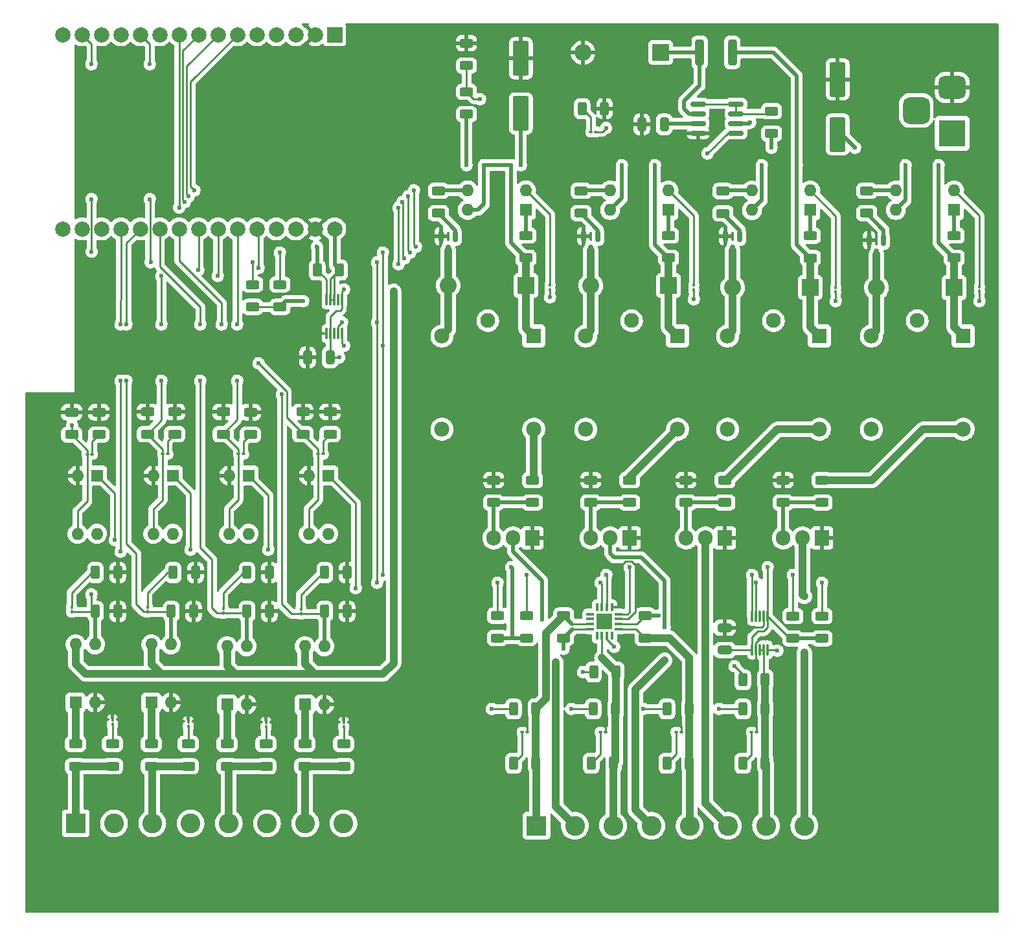
<source format=gtl>
%TF.GenerationSoftware,KiCad,Pcbnew,(6.0.9)*%
%TF.CreationDate,2022-12-14T18:51:26-08:00*%
%TF.ProjectId,halloween vending machine,68616c6c-6f77-4656-956e-2076656e6469,rev?*%
%TF.SameCoordinates,Original*%
%TF.FileFunction,Copper,L1,Top*%
%TF.FilePolarity,Positive*%
%FSLAX46Y46*%
G04 Gerber Fmt 4.6, Leading zero omitted, Abs format (unit mm)*
G04 Created by KiCad (PCBNEW (6.0.9)) date 2022-12-14 18:51:26*
%MOMM*%
%LPD*%
G01*
G04 APERTURE LIST*
G04 Aperture macros list*
%AMRoundRect*
0 Rectangle with rounded corners*
0 $1 Rounding radius*
0 $2 $3 $4 $5 $6 $7 $8 $9 X,Y pos of 4 corners*
0 Add a 4 corners polygon primitive as box body*
4,1,4,$2,$3,$4,$5,$6,$7,$8,$9,$2,$3,0*
0 Add four circle primitives for the rounded corners*
1,1,$1+$1,$2,$3*
1,1,$1+$1,$4,$5*
1,1,$1+$1,$6,$7*
1,1,$1+$1,$8,$9*
0 Add four rect primitives between the rounded corners*
20,1,$1+$1,$2,$3,$4,$5,0*
20,1,$1+$1,$4,$5,$6,$7,0*
20,1,$1+$1,$6,$7,$8,$9,0*
20,1,$1+$1,$8,$9,$2,$3,0*%
G04 Aperture macros list end*
%TA.AperFunction,ComponentPad*%
%ADD10R,1.980000X1.980000*%
%TD*%
%TA.AperFunction,ComponentPad*%
%ADD11C,1.935000*%
%TD*%
%TA.AperFunction,ComponentPad*%
%ADD12C,1.980000*%
%TD*%
%TA.AperFunction,ComponentPad*%
%ADD13R,2.600000X2.600000*%
%TD*%
%TA.AperFunction,ComponentPad*%
%ADD14C,2.600000*%
%TD*%
%TA.AperFunction,SMDPad,CuDef*%
%ADD15RoundRect,0.250000X-0.625000X0.312500X-0.625000X-0.312500X0.625000X-0.312500X0.625000X0.312500X0*%
%TD*%
%TA.AperFunction,SMDPad,CuDef*%
%ADD16RoundRect,0.100000X0.130000X0.100000X-0.130000X0.100000X-0.130000X-0.100000X0.130000X-0.100000X0*%
%TD*%
%TA.AperFunction,SMDPad,CuDef*%
%ADD17RoundRect,0.250000X-0.312500X-0.625000X0.312500X-0.625000X0.312500X0.625000X-0.312500X0.625000X0*%
%TD*%
%TA.AperFunction,SMDPad,CuDef*%
%ADD18RoundRect,0.100000X0.100000X-0.130000X0.100000X0.130000X-0.100000X0.130000X-0.100000X-0.130000X0*%
%TD*%
%TA.AperFunction,SMDPad,CuDef*%
%ADD19RoundRect,0.250000X0.650000X-0.325000X0.650000X0.325000X-0.650000X0.325000X-0.650000X-0.325000X0*%
%TD*%
%TA.AperFunction,ComponentPad*%
%ADD20R,1.600000X1.600000*%
%TD*%
%TA.AperFunction,ComponentPad*%
%ADD21O,1.600000X1.600000*%
%TD*%
%TA.AperFunction,SMDPad,CuDef*%
%ADD22RoundRect,0.250000X0.625000X-0.312500X0.625000X0.312500X-0.625000X0.312500X-0.625000X-0.312500X0*%
%TD*%
%TA.AperFunction,SMDPad,CuDef*%
%ADD23RoundRect,0.075000X0.075000X-0.650000X0.075000X0.650000X-0.075000X0.650000X-0.075000X-0.650000X0*%
%TD*%
%TA.AperFunction,SMDPad,CuDef*%
%ADD24RoundRect,0.150000X-0.150000X0.587500X-0.150000X-0.587500X0.150000X-0.587500X0.150000X0.587500X0*%
%TD*%
%TA.AperFunction,SMDPad,CuDef*%
%ADD25RoundRect,0.087500X0.425000X0.087500X-0.425000X0.087500X-0.425000X-0.087500X0.425000X-0.087500X0*%
%TD*%
%TA.AperFunction,SMDPad,CuDef*%
%ADD26RoundRect,0.087500X0.087500X0.425000X-0.087500X0.425000X-0.087500X-0.425000X0.087500X-0.425000X0*%
%TD*%
%TA.AperFunction,SMDPad,CuDef*%
%ADD27R,2.100000X2.100000*%
%TD*%
%TA.AperFunction,ComponentPad*%
%ADD28R,2.200000X2.200000*%
%TD*%
%TA.AperFunction,ComponentPad*%
%ADD29O,2.200000X2.200000*%
%TD*%
%TA.AperFunction,SMDPad,CuDef*%
%ADD30RoundRect,0.100000X-0.100000X0.130000X-0.100000X-0.130000X0.100000X-0.130000X0.100000X0.130000X0*%
%TD*%
%TA.AperFunction,SMDPad,CuDef*%
%ADD31RoundRect,0.150000X-0.825000X-0.150000X0.825000X-0.150000X0.825000X0.150000X-0.825000X0.150000X0*%
%TD*%
%TA.AperFunction,SMDPad,CuDef*%
%ADD32RoundRect,0.250000X0.312500X0.625000X-0.312500X0.625000X-0.312500X-0.625000X0.312500X-0.625000X0*%
%TD*%
%TA.AperFunction,SMDPad,CuDef*%
%ADD33RoundRect,0.250001X0.799999X-1.999999X0.799999X1.999999X-0.799999X1.999999X-0.799999X-1.999999X0*%
%TD*%
%TA.AperFunction,SMDPad,CuDef*%
%ADD34RoundRect,0.250000X0.325000X0.650000X-0.325000X0.650000X-0.325000X-0.650000X0.325000X-0.650000X0*%
%TD*%
%TA.AperFunction,ComponentPad*%
%ADD35R,2.000000X2.000000*%
%TD*%
%TA.AperFunction,ComponentPad*%
%ADD36C,2.000000*%
%TD*%
%TA.AperFunction,SMDPad,CuDef*%
%ADD37RoundRect,0.100000X-0.130000X-0.100000X0.130000X-0.100000X0.130000X0.100000X-0.130000X0.100000X0*%
%TD*%
%TA.AperFunction,ComponentPad*%
%ADD38R,1.905000X2.000000*%
%TD*%
%TA.AperFunction,ComponentPad*%
%ADD39O,1.905000X2.000000*%
%TD*%
%TA.AperFunction,SMDPad,CuDef*%
%ADD40RoundRect,0.250000X-0.312500X-1.450000X0.312500X-1.450000X0.312500X1.450000X-0.312500X1.450000X0*%
%TD*%
%TA.AperFunction,ComponentPad*%
%ADD41R,3.500000X3.500000*%
%TD*%
%TA.AperFunction,ComponentPad*%
%ADD42RoundRect,0.750000X-1.000000X0.750000X-1.000000X-0.750000X1.000000X-0.750000X1.000000X0.750000X0*%
%TD*%
%TA.AperFunction,ComponentPad*%
%ADD43RoundRect,0.875000X-0.875000X0.875000X-0.875000X-0.875000X0.875000X-0.875000X0.875000X0.875000X0*%
%TD*%
%TA.AperFunction,SMDPad,CuDef*%
%ADD44RoundRect,0.075000X-0.075000X0.650000X-0.075000X-0.650000X0.075000X-0.650000X0.075000X0.650000X0*%
%TD*%
%TA.AperFunction,ViaPad*%
%ADD45C,0.600000*%
%TD*%
%TA.AperFunction,Conductor*%
%ADD46C,0.254000*%
%TD*%
%TA.AperFunction,Conductor*%
%ADD47C,0.508000*%
%TD*%
%TA.AperFunction,Conductor*%
%ADD48C,1.000000*%
%TD*%
G04 APERTURE END LIST*
D10*
%TO.P,K4,A1*%
%TO.N,+5V*%
X144176000Y-61210000D03*
D11*
%TO.P,K4,COM*%
%TO.N,+12V*%
X138176000Y-59210000D03*
D12*
%TO.P,K4,A2*%
%TO.N,Net-(D17-Pad2)*%
X132176000Y-61210000D03*
%TO.P,K4,NO*%
%TO.N,unconnected-(K4-PadNO)*%
X132176000Y-73410000D03*
%TO.P,K4,NC*%
%TO.N,/Motor_Start+_4*%
X144176000Y-73410000D03*
%TD*%
D10*
%TO.P,K3,A1*%
%TO.N,+5V*%
X125380000Y-61210000D03*
D11*
%TO.P,K3,COM*%
%TO.N,+12V*%
X119380000Y-59210000D03*
D12*
%TO.P,K3,A2*%
%TO.N,Net-(D16-Pad2)*%
X113380000Y-61210000D03*
%TO.P,K3,NO*%
%TO.N,unconnected-(K3-PadNO)*%
X113380000Y-73410000D03*
%TO.P,K3,NC*%
%TO.N,/Motor_Start+_3*%
X125380000Y-73410000D03*
%TD*%
D10*
%TO.P,K2,A1*%
%TO.N,+5V*%
X106838000Y-61210000D03*
D11*
%TO.P,K2,COM*%
%TO.N,+12V*%
X100838000Y-59210000D03*
D12*
%TO.P,K2,A2*%
%TO.N,Net-(D15-Pad2)*%
X94838000Y-61210000D03*
%TO.P,K2,NO*%
%TO.N,unconnected-(K2-PadNO)*%
X94838000Y-73410000D03*
%TO.P,K2,NC*%
%TO.N,/Motor_Start+_2*%
X106838000Y-73410000D03*
%TD*%
D10*
%TO.P,K1,A1*%
%TO.N,+5V*%
X88042000Y-61210000D03*
D11*
%TO.P,K1,COM*%
%TO.N,+12V*%
X82042000Y-59210000D03*
D12*
%TO.P,K1,A2*%
%TO.N,Net-(D11-Pad2)*%
X76042000Y-61210000D03*
%TO.P,K1,NO*%
%TO.N,unconnected-(K1-PadNO)*%
X76042000Y-73410000D03*
%TO.P,K1,NC*%
%TO.N,/Motor_Start+_1*%
X88042000Y-73410000D03*
%TD*%
D13*
%TO.P,J2,1,Pin_1*%
%TO.N,/Pedal_Return_1*%
X28180000Y-124968000D03*
D14*
%TO.P,J2,2,Pin_2*%
%TO.N,+12V*%
X33180000Y-124968000D03*
%TO.P,J2,3,Pin_3*%
%TO.N,/Pedal_Return_2*%
X38180000Y-124968000D03*
%TO.P,J2,4,Pin_4*%
%TO.N,+12V*%
X43180000Y-124968000D03*
%TO.P,J2,5,Pin_5*%
%TO.N,/Pedal_Return_3*%
X48180000Y-124968000D03*
%TO.P,J2,6,Pin_6*%
%TO.N,+12V*%
X53180000Y-124968000D03*
%TO.P,J2,7,Pin_7*%
%TO.N,/Pedal_Return_4*%
X58180000Y-124968000D03*
%TO.P,J2,8,Pin_8*%
%TO.N,+12V*%
X63180000Y-124968000D03*
%TD*%
D15*
%TO.P,R24,1*%
%TO.N,Net-(R24-Pad1)*%
X87026000Y-48063500D03*
%TO.P,R24,2*%
%TO.N,+5V*%
X87026000Y-50988500D03*
%TD*%
D16*
%TO.P,D19,1,K*%
%TO.N,GND*%
X97414000Y-113030000D03*
%TO.P,D19,2,A*%
%TO.N,Net-(D19-Pad2)*%
X96774000Y-113030000D03*
%TD*%
D17*
%TO.P,R21,1*%
%TO.N,Net-(D7-Pad1)*%
X40915500Y-92151000D03*
%TO.P,R21,2*%
%TO.N,GND*%
X43840500Y-92151000D03*
%TD*%
D18*
%TO.P,D13,1,K*%
%TO.N,/Relay3*%
X127508000Y-55466000D03*
%TO.P,D13,2,A*%
%TO.N,Net-(D13-Pad2)*%
X127508000Y-54826000D03*
%TD*%
D19*
%TO.P,C4,1*%
%TO.N,+3.3V*%
X113030000Y-102313000D03*
%TO.P,C4,2*%
%TO.N,GND*%
X113030000Y-99363000D03*
%TD*%
D20*
%TO.P,U5,1*%
%TO.N,Net-(R8-Pad2)*%
X28149000Y-109159000D03*
D21*
%TO.P,U5,2*%
%TO.N,GND*%
X30689000Y-109159000D03*
%TO.P,U5,3*%
%TO.N,/Pedal_1_GPIO*%
X30689000Y-101539000D03*
%TO.P,U5,4*%
%TO.N,+3.3V*%
X28149000Y-101539000D03*
%TD*%
D22*
%TO.P,R50,1*%
%TO.N,/MOTOR_RUNNING_3*%
X47458000Y-74055500D03*
%TO.P,R50,2*%
%TO.N,GND*%
X47458000Y-71130500D03*
%TD*%
D23*
%TO.P,U17,1,A1*%
%TO.N,GND*%
X60976000Y-60874000D03*
%TO.P,U17,2,A0*%
%TO.N,+3.3V*%
X61476000Y-60874000D03*
%TO.P,U17,3,~{Alert}*%
%TO.N,unconnected-(U17-Pad3)*%
X61976000Y-60874000D03*
%TO.P,U17,4,SDA*%
%TO.N,/SDA*%
X62476000Y-60874000D03*
%TO.P,U17,5,SCL*%
%TO.N,/SCL*%
X62976000Y-60874000D03*
%TO.P,U17,6,VS*%
%TO.N,+3.3V*%
X62976000Y-56474000D03*
%TO.P,U17,7,GND*%
%TO.N,unconnected-(U17-Pad7)*%
X62476000Y-56474000D03*
%TO.P,U17,8,Vbus*%
%TO.N,/ESP32_5V+*%
X61976000Y-56474000D03*
%TO.P,U17,9,Vin-*%
X61476000Y-56474000D03*
%TO.P,U17,10,Vin+*%
%TO.N,+5V*%
X60976000Y-56474000D03*
%TD*%
D13*
%TO.P,J3,1,Pin_1*%
%TO.N,/MOTOR_12V+_1*%
X88418000Y-125273000D03*
D14*
%TO.P,J3,2,Pin_2*%
%TO.N,/Motor-_1*%
X93418000Y-125273000D03*
%TO.P,J3,3,Pin_3*%
%TO.N,/MOTOR_12V+_2*%
X98418000Y-125273000D03*
%TO.P,J3,4,Pin_4*%
%TO.N,/Motor-_2*%
X103418000Y-125273000D03*
%TO.P,J3,5,Pin_5*%
%TO.N,/MOTOR_12V+_3*%
X108418000Y-125273000D03*
%TO.P,J3,6,Pin_6*%
%TO.N,/Motor-_3*%
X113418000Y-125273000D03*
%TO.P,J3,7,Pin_7*%
%TO.N,/MOTOR_12V+_4*%
X118418000Y-125273000D03*
%TO.P,J3,8,Pin_8*%
%TO.N,/Motor-_4*%
X123418000Y-125273000D03*
%TD*%
D16*
%TO.P,D18,1,K*%
%TO.N,GND*%
X87188000Y-113030000D03*
%TO.P,D18,2,A*%
%TO.N,Net-(D18-Pad2)*%
X86548000Y-113030000D03*
%TD*%
D17*
%TO.P,R17,1*%
%TO.N,/Pedal_2_GPIO*%
X40661500Y-97231000D03*
%TO.P,R17,2*%
%TO.N,GND*%
X43586500Y-97231000D03*
%TD*%
D20*
%TO.P,U12,1*%
%TO.N,Net-(R28-Pad1)*%
X142992000Y-44709000D03*
D21*
%TO.P,U12,2*%
%TO.N,Net-(D14-Pad2)*%
X142992000Y-42169000D03*
%TO.P,U12,3*%
%TO.N,Net-(R31-Pad1)*%
X135372000Y-42169000D03*
%TO.P,U12,4*%
%TO.N,+5V*%
X135372000Y-44709000D03*
%TD*%
D24*
%TO.P,Q1,1,G*%
%TO.N,Net-(Q1-Pad1)*%
X77816000Y-48159000D03*
%TO.P,Q1,2,S*%
%TO.N,GND*%
X75916000Y-48159000D03*
%TO.P,Q1,3,D*%
%TO.N,Net-(D11-Pad2)*%
X76866000Y-50034000D03*
%TD*%
D15*
%TO.P,R27,1*%
%TO.N,Net-(R27-Pad1)*%
X124206000Y-48095500D03*
%TO.P,R27,2*%
%TO.N,+5V*%
X124206000Y-51020500D03*
%TD*%
D17*
%TO.P,R18,1*%
%TO.N,/Pedal_3_GPIO*%
X50567500Y-97231000D03*
%TO.P,R18,2*%
%TO.N,GND*%
X53492500Y-97231000D03*
%TD*%
D18*
%TO.P,D10,1,K*%
%TO.N,/Relay1*%
X90170000Y-55180000D03*
%TO.P,D10,2,A*%
%TO.N,Net-(D10-Pad2)*%
X90170000Y-54540000D03*
%TD*%
D15*
%TO.P,R31,1*%
%TO.N,Net-(R31-Pad1)*%
X131572000Y-42225500D03*
%TO.P,R31,2*%
%TO.N,Net-(Q4-Pad1)*%
X131572000Y-45150500D03*
%TD*%
D17*
%TO.P,R20,1*%
%TO.N,Net-(D6-Pad1)*%
X30755500Y-92151000D03*
%TO.P,R20,2*%
%TO.N,GND*%
X33680500Y-92151000D03*
%TD*%
D25*
%TO.P,U3,1,IN-3*%
%TO.N,/MOTOR_12V+_3*%
X99144500Y-99527000D03*
%TO.P,U3,2,IN+3*%
%TO.N,+12V*%
X99144500Y-98877000D03*
%TO.P,U3,3,GND*%
%TO.N,GND*%
X99144500Y-98227000D03*
%TO.P,U3,4,VS*%
%TO.N,+3.3V*%
X99144500Y-97577000D03*
D26*
%TO.P,U3,5,A0*%
%TO.N,GND*%
X98257000Y-96689500D03*
%TO.P,U3,6,SCL*%
%TO.N,/SCL*%
X97607000Y-96689500D03*
%TO.P,U3,7,SDA*%
%TO.N,/SDA*%
X96957000Y-96689500D03*
%TO.P,U3,8,WARNING*%
%TO.N,unconnected-(U3-Pad8)*%
X96307000Y-96689500D03*
D25*
%TO.P,U3,9,CRITICAL*%
%TO.N,unconnected-(U3-Pad9)*%
X95419500Y-97577000D03*
%TO.P,U3,10,PV*%
%TO.N,unconnected-(U3-Pad10)*%
X95419500Y-98227000D03*
%TO.P,U3,11,IN-1*%
%TO.N,/MOTOR_12V+_1*%
X95419500Y-98877000D03*
%TO.P,U3,12,IN+1*%
%TO.N,+12V*%
X95419500Y-99527000D03*
D26*
%TO.P,U3,13,TC*%
%TO.N,unconnected-(U3-Pad13)*%
X96307000Y-100414500D03*
%TO.P,U3,14,IN-2*%
%TO.N,/MOTOR_12V+_2*%
X96957000Y-100414500D03*
%TO.P,U3,15,IN+2*%
%TO.N,+12V*%
X97607000Y-100414500D03*
%TO.P,U3,16,VPU*%
%TO.N,unconnected-(U3-Pad16)*%
X98257000Y-100414500D03*
D27*
%TO.P,U3,17,EP*%
%TO.N,unconnected-(U3-Pad17)*%
X97282000Y-98552000D03*
%TD*%
D28*
%TO.P,D15,1,K*%
%TO.N,+5V*%
X105664000Y-54610000D03*
D29*
%TO.P,D15,2,A*%
%TO.N,Net-(D15-Pad2)*%
X95504000Y-54610000D03*
%TD*%
D30*
%TO.P,D6,1,K*%
%TO.N,Net-(D6-Pad1)*%
X27646000Y-96657000D03*
%TO.P,D6,2,A*%
%TO.N,/Pedal_1_GPIO*%
X27646000Y-97297000D03*
%TD*%
D31*
%TO.P,U2,1,SwC*%
%TO.N,Net-(R1-Pad2)*%
X109539000Y-30861000D03*
%TO.P,U2,2,SwE*%
%TO.N,Net-(D1-Pad1)*%
X109539000Y-32131000D03*
%TO.P,U2,3,TC*%
%TO.N,Net-(C2-Pad1)*%
X109539000Y-33401000D03*
%TO.P,U2,4,GND*%
%TO.N,GND*%
X109539000Y-34671000D03*
%TO.P,U2,5,Vfb*%
%TO.N,Net-(R2-Pad2)*%
X114489000Y-34671000D03*
%TO.P,U2,6,Vin*%
%TO.N,+12V*%
X114489000Y-33401000D03*
%TO.P,U2,7,Ipk*%
%TO.N,Net-(R1-Pad2)*%
X114489000Y-32131000D03*
%TO.P,U2,8,DC*%
X114489000Y-30861000D03*
%TD*%
D32*
%TO.P,R44,1*%
%TO.N,/MOTOR_12V+_3*%
X108396500Y-109982000D03*
%TO.P,R44,2*%
%TO.N,Net-(R44-Pad2)*%
X105471500Y-109982000D03*
%TD*%
D33*
%TO.P,C3,1*%
%TO.N,+5V*%
X86360000Y-32092000D03*
%TO.P,C3,2*%
%TO.N,GND*%
X86360000Y-24892000D03*
%TD*%
D22*
%TO.P,R51,1*%
%TO.N,/MOTOR_RUNNING_4*%
X57872000Y-74055500D03*
%TO.P,R51,2*%
%TO.N,GND*%
X57872000Y-71130500D03*
%TD*%
D30*
%TO.P,D8,1,K*%
%TO.N,Net-(D8-Pad1)*%
X47458000Y-96820000D03*
%TO.P,D8,2,A*%
%TO.N,/Pedal_3_GPIO*%
X47458000Y-97460000D03*
%TD*%
D16*
%TO.P,D23,1,K*%
%TO.N,Net-(D23-Pad1)*%
X40198000Y-76657000D03*
%TO.P,D23,2,A*%
%TO.N,/MOTOR_RUNNING_2*%
X39558000Y-76657000D03*
%TD*%
D22*
%TO.P,R8,1*%
%TO.N,/Pedal_Return_1*%
X28154000Y-117489500D03*
%TO.P,R8,2*%
%TO.N,Net-(R8-Pad2)*%
X28154000Y-114564500D03*
%TD*%
%TO.P,R5,1*%
%TO.N,+12V*%
X91948000Y-100715000D03*
%TO.P,R5,2*%
%TO.N,/MOTOR_12V+_1*%
X91948000Y-97790000D03*
%TD*%
%TO.P,R13,1*%
%TO.N,/Pedal_Return_3*%
X53046000Y-117489500D03*
%TO.P,R13,2*%
%TO.N,Net-(D4-Pad2)*%
X53046000Y-114564500D03*
%TD*%
D15*
%TO.P,R26,1*%
%TO.N,Net-(R26-Pad1)*%
X105664000Y-48067500D03*
%TO.P,R26,2*%
%TO.N,+5V*%
X105664000Y-50992500D03*
%TD*%
D22*
%TO.P,R59,1*%
%TO.N,+3.3V*%
X51308000Y-57404000D03*
%TO.P,R59,2*%
%TO.N,/SDA*%
X51308000Y-54479000D03*
%TD*%
D15*
%TO.P,R30,1*%
%TO.N,Net-(R30-Pad1)*%
X112776000Y-42253500D03*
%TO.P,R30,2*%
%TO.N,Net-(Q3-Pad1)*%
X112776000Y-45178500D03*
%TD*%
D20*
%TO.P,U13,1*%
%TO.N,Net-(R40-Pad2)*%
X30953000Y-79461000D03*
D21*
%TO.P,U13,2*%
%TO.N,GND*%
X28413000Y-79461000D03*
%TO.P,U13,3*%
%TO.N,/MOTOR_RUNNING_1*%
X28413000Y-87081000D03*
%TO.P,U13,4*%
%TO.N,+3.3V*%
X30953000Y-87081000D03*
%TD*%
D30*
%TO.P,D4,1,K*%
%TO.N,GND*%
X53046000Y-111734000D03*
%TO.P,D4,2,A*%
%TO.N,Net-(D4-Pad2)*%
X53046000Y-112374000D03*
%TD*%
D22*
%TO.P,R12,1*%
%TO.N,/Pedal_Return_3*%
X47966000Y-117489500D03*
%TO.P,R12,2*%
%TO.N,Net-(R12-Pad2)*%
X47966000Y-114564500D03*
%TD*%
D17*
%TO.P,R23,1*%
%TO.N,Net-(D9-Pad1)*%
X60727500Y-92151000D03*
%TO.P,R23,2*%
%TO.N,GND*%
X63652500Y-92151000D03*
%TD*%
D30*
%TO.P,D7,1,K*%
%TO.N,Net-(D7-Pad1)*%
X37552000Y-96657000D03*
%TO.P,D7,2,A*%
%TO.N,/Pedal_2_GPIO*%
X37552000Y-97297000D03*
%TD*%
D15*
%TO.P,R35,1*%
%TO.N,/Motor_Start+_2*%
X100584000Y-80071500D03*
%TO.P,R35,2*%
%TO.N,Net-(Q8-Pad3)*%
X100584000Y-82996500D03*
%TD*%
D32*
%TO.P,R42,1*%
%TO.N,/MOTOR_12V+_2*%
X98744500Y-109982000D03*
%TO.P,R42,2*%
%TO.N,Net-(R42-Pad2)*%
X95819500Y-109982000D03*
%TD*%
D15*
%TO.P,R33,1*%
%TO.N,/Motor_Start+_4*%
X125730000Y-80071500D03*
%TO.P,R33,2*%
%TO.N,Net-(Q6-Pad3)*%
X125730000Y-82996500D03*
%TD*%
D18*
%TO.P,D14,1,K*%
%TO.N,/Relay4*%
X146304000Y-55372000D03*
%TO.P,D14,2,A*%
%TO.N,Net-(D14-Pad2)*%
X146304000Y-54732000D03*
%TD*%
D22*
%TO.P,R60,1*%
%TO.N,+3.3V*%
X125730000Y-100776500D03*
%TO.P,R60,2*%
%TO.N,/SDA*%
X125730000Y-97851500D03*
%TD*%
D32*
%TO.P,R46,1*%
%TO.N,/MOTOR_12V+_4*%
X118302500Y-109982000D03*
%TO.P,R46,2*%
%TO.N,Net-(R46-Pad2)*%
X115377500Y-109982000D03*
%TD*%
D30*
%TO.P,D2,1,K*%
%TO.N,GND*%
X32980000Y-111389000D03*
%TO.P,D2,2,A*%
%TO.N,Net-(D2-Pad2)*%
X32980000Y-112029000D03*
%TD*%
D15*
%TO.P,R2,1*%
%TO.N,GND*%
X79248000Y-22921500D03*
%TO.P,R2,2*%
%TO.N,Net-(R2-Pad2)*%
X79248000Y-25846500D03*
%TD*%
D30*
%TO.P,D9,1,K*%
%TO.N,Net-(D9-Pad1)*%
X57618000Y-96911000D03*
%TO.P,D9,2,A*%
%TO.N,/Pedal_4_GPIO*%
X57618000Y-97551000D03*
%TD*%
D16*
%TO.P,D25,1,K*%
%TO.N,Net-(D25-Pad1)*%
X60518000Y-76657000D03*
%TO.P,D25,2,A*%
%TO.N,/MOTOR_RUNNING_4*%
X59878000Y-76657000D03*
%TD*%
D34*
%TO.P,C5,1*%
%TO.N,+3.3V*%
X61419000Y-64008000D03*
%TO.P,C5,2*%
%TO.N,GND*%
X58469000Y-64008000D03*
%TD*%
D22*
%TO.P,R39,1*%
%TO.N,Net-(Q8-Pad3)*%
X95504000Y-82996500D03*
%TO.P,R39,2*%
%TO.N,GND*%
X95504000Y-80071500D03*
%TD*%
%TO.P,R49,1*%
%TO.N,/MOTOR_RUNNING_2*%
X37552000Y-74055500D03*
%TO.P,R49,2*%
%TO.N,GND*%
X37552000Y-71130500D03*
%TD*%
D32*
%TO.P,R57,1*%
%TO.N,/MOTOR_12V+_4*%
X118302500Y-106172000D03*
%TO.P,R57,2*%
%TO.N,+12V*%
X115377500Y-106172000D03*
%TD*%
D22*
%TO.P,R11,1*%
%TO.N,/Pedal_Return_2*%
X42886000Y-117489500D03*
%TO.P,R11,2*%
%TO.N,Net-(D3-Pad2)*%
X42886000Y-114564500D03*
%TD*%
D30*
%TO.P,D3,1,K*%
%TO.N,GND*%
X42886000Y-111643000D03*
%TO.P,D3,2,A*%
%TO.N,Net-(D3-Pad2)*%
X42886000Y-112283000D03*
%TD*%
D35*
%TO.P,U1,1,3V3*%
%TO.N,+3.3V*%
X62015000Y-21800000D03*
D36*
%TO.P,U1,2,GND*%
%TO.N,GND*%
X59475000Y-21800000D03*
%TO.P,U1,3,D15*%
%TO.N,unconnected-(U1-Pad3)*%
X56935000Y-21800000D03*
%TO.P,U1,4,D2*%
%TO.N,unconnected-(U1-Pad4)*%
X54395000Y-21800000D03*
%TO.P,U1,5,D4*%
%TO.N,unconnected-(U1-Pad5)*%
X51855000Y-21800000D03*
%TO.P,U1,6,RX2*%
%TO.N,/Relay4*%
X49315000Y-21800000D03*
%TO.P,U1,7,TX2*%
%TO.N,/Relay3*%
X46775000Y-21800000D03*
%TO.P,U1,8,D5*%
%TO.N,/Relay2*%
X44235000Y-21800000D03*
%TO.P,U1,9,D18*%
%TO.N,/Relay1*%
X41695000Y-21800000D03*
%TO.P,U1,10,D19*%
%TO.N,unconnected-(U1-Pad10)*%
X39155000Y-21800000D03*
%TO.P,U1,11,D21*%
%TO.N,/SDA*%
X36615000Y-21800000D03*
%TO.P,U1,12,RX0*%
%TO.N,unconnected-(U1-Pad12)*%
X34075000Y-21800000D03*
%TO.P,U1,13,TX0*%
%TO.N,unconnected-(U1-Pad13)*%
X31535000Y-21800000D03*
%TO.P,U1,14,D22*%
%TO.N,/SCL*%
X28995000Y-21800000D03*
%TO.P,U1,15,D23*%
%TO.N,unconnected-(U1-Pad15)*%
X26455000Y-21800000D03*
%TO.P,U1,16,EN*%
%TO.N,unconnected-(U1-Pad16)*%
X26455000Y-47200000D03*
%TO.P,U1,17,VP*%
%TO.N,unconnected-(U1-Pad17)*%
X28995000Y-47200000D03*
%TO.P,U1,18,VN*%
%TO.N,unconnected-(U1-Pad18)*%
X31535000Y-47200000D03*
%TO.P,U1,19,D34*%
%TO.N,/Pedal_1_GPIO*%
X34075000Y-47200000D03*
%TO.P,U1,20,D35*%
%TO.N,/Pedal_2_GPIO*%
X36615000Y-47200000D03*
%TO.P,U1,21,D32*%
%TO.N,/Pedal_3_GPIO*%
X39155000Y-47200000D03*
%TO.P,U1,22,D33*%
%TO.N,/Pedal_4_GPIO*%
X41695000Y-47200000D03*
%TO.P,U1,23,D25*%
%TO.N,/MOTOR_RUNNING_1*%
X44235000Y-47200000D03*
%TO.P,U1,24,D26*%
%TO.N,/MOTOR_RUNNING_2*%
X46775000Y-47200000D03*
%TO.P,U1,25,D27*%
%TO.N,/MOTOR_RUNNING_3*%
X49315000Y-47200000D03*
%TO.P,U1,26,D14*%
%TO.N,/MOTOR_RUNNING_4*%
X51855000Y-47200000D03*
%TO.P,U1,27,D12*%
%TO.N,unconnected-(U1-Pad27)*%
X54395000Y-47200000D03*
%TO.P,U1,28,D13*%
%TO.N,unconnected-(U1-Pad28)*%
X56935000Y-47200000D03*
%TO.P,U1,29,GND*%
%TO.N,GND*%
X59475000Y-47200000D03*
%TO.P,U1,30,VIN*%
%TO.N,/ESP32_5V+*%
X62015000Y-47200000D03*
%TD*%
D32*
%TO.P,R43,1*%
%TO.N,/MOTOR_12V+_2*%
X98490500Y-117094000D03*
%TO.P,R43,2*%
%TO.N,Net-(D19-Pad2)*%
X95565500Y-117094000D03*
%TD*%
D17*
%TO.P,R19,1*%
%TO.N,/Pedal_4_GPIO*%
X60727500Y-97231000D03*
%TO.P,R19,2*%
%TO.N,GND*%
X63652500Y-97231000D03*
%TD*%
D22*
%TO.P,R62,1*%
%TO.N,+3.3V*%
X54864000Y-57404000D03*
%TO.P,R62,2*%
%TO.N,/SCL*%
X54864000Y-54479000D03*
%TD*%
D15*
%TO.P,R25,1*%
%TO.N,Net-(R25-Pad1)*%
X75596000Y-42221500D03*
%TO.P,R25,2*%
%TO.N,Net-(Q1-Pad1)*%
X75596000Y-45146500D03*
%TD*%
D37*
%TO.P,D26,1,K*%
%TO.N,Net-(D26-Pad1)*%
X95525000Y-34500000D03*
%TO.P,D26,2,A*%
%TO.N,+12V*%
X96165000Y-34500000D03*
%TD*%
D28*
%TO.P,D17,1,K*%
%TO.N,+5V*%
X143002000Y-54892000D03*
D29*
%TO.P,D17,2,A*%
%TO.N,Net-(D17-Pad2)*%
X132842000Y-54892000D03*
%TD*%
D32*
%TO.P,R40,1*%
%TO.N,/MOTOR_12V+_1*%
X88330500Y-109982000D03*
%TO.P,R40,2*%
%TO.N,Net-(R40-Pad2)*%
X85405500Y-109982000D03*
%TD*%
D22*
%TO.P,R6,1*%
%TO.N,+3.3V*%
X87122000Y-100715000D03*
%TO.P,R6,2*%
%TO.N,/SCL*%
X87122000Y-97790000D03*
%TD*%
D30*
%TO.P,D5,1,K*%
%TO.N,GND*%
X63206000Y-111734000D03*
%TO.P,D5,2,A*%
%TO.N,Net-(D5-Pad2)*%
X63206000Y-112374000D03*
%TD*%
D20*
%TO.P,U7,1*%
%TO.N,Net-(R12-Pad2)*%
X47961000Y-109413000D03*
D21*
%TO.P,U7,2*%
%TO.N,GND*%
X50501000Y-109413000D03*
%TO.P,U7,3*%
%TO.N,/Pedal_3_GPIO*%
X50501000Y-101793000D03*
%TO.P,U7,4*%
%TO.N,+3.3V*%
X47961000Y-101793000D03*
%TD*%
D20*
%TO.P,U11,1*%
%TO.N,Net-(R27-Pad1)*%
X124196000Y-44737000D03*
D21*
%TO.P,U11,2*%
%TO.N,Net-(D13-Pad2)*%
X124196000Y-42197000D03*
%TO.P,U11,3*%
%TO.N,Net-(R30-Pad1)*%
X116576000Y-42197000D03*
%TO.P,U11,4*%
%TO.N,+5V*%
X116576000Y-44737000D03*
%TD*%
D16*
%TO.P,D22,1,K*%
%TO.N,Net-(D22-Pad1)*%
X30333000Y-76667000D03*
%TO.P,D22,2,A*%
%TO.N,/MOTOR_RUNNING_1*%
X29693000Y-76667000D03*
%TD*%
D32*
%TO.P,R41,1*%
%TO.N,/MOTOR_12V+_1*%
X88330500Y-117094000D03*
%TO.P,R41,2*%
%TO.N,Net-(D18-Pad2)*%
X85405500Y-117094000D03*
%TD*%
D17*
%TO.P,R63,1*%
%TO.N,Net-(D26-Pad1)*%
X94382500Y-31480000D03*
%TO.P,R63,2*%
%TO.N,GND*%
X97307500Y-31480000D03*
%TD*%
%TO.P,R56,1*%
%TO.N,+12V*%
X95881000Y-105156000D03*
%TO.P,R56,2*%
%TO.N,/MOTOR_12V+_2*%
X98806000Y-105156000D03*
%TD*%
D24*
%TO.P,Q3,1,G*%
%TO.N,Net-(Q3-Pad1)*%
X114996000Y-48163000D03*
%TO.P,Q3,2,S*%
%TO.N,GND*%
X113096000Y-48163000D03*
%TO.P,Q3,3,D*%
%TO.N,Net-(D16-Pad2)*%
X114046000Y-50038000D03*
%TD*%
D16*
%TO.P,D24,1,K*%
%TO.N,Net-(D24-Pad1)*%
X50104000Y-76657000D03*
%TO.P,D24,2,A*%
%TO.N,/MOTOR_RUNNING_3*%
X49464000Y-76657000D03*
%TD*%
D38*
%TO.P,Q5,1,A1*%
%TO.N,GND*%
X113030000Y-87630000D03*
D39*
%TO.P,Q5,2,A2*%
%TO.N,/Motor-_3*%
X110490000Y-87630000D03*
%TO.P,Q5,3,G*%
%TO.N,Net-(Q5-Pad3)*%
X107950000Y-87630000D03*
%TD*%
D15*
%TO.P,R32,1*%
%TO.N,/Motor_Start+_3*%
X113030000Y-80071500D03*
%TO.P,R32,2*%
%TO.N,Net-(Q5-Pad3)*%
X113030000Y-82996500D03*
%TD*%
D24*
%TO.P,Q4,1,G*%
%TO.N,Net-(Q4-Pad1)*%
X133792000Y-48699000D03*
%TO.P,Q4,2,S*%
%TO.N,GND*%
X131892000Y-48699000D03*
%TO.P,Q4,3,D*%
%TO.N,Net-(D17-Pad2)*%
X132842000Y-50574000D03*
%TD*%
D15*
%TO.P,R29,1*%
%TO.N,Net-(R29-Pad1)*%
X94234000Y-42225500D03*
%TO.P,R29,2*%
%TO.N,Net-(Q2-Pad1)*%
X94234000Y-45150500D03*
%TD*%
%TO.P,R34,1*%
%TO.N,/Motor_Start+_1*%
X87884000Y-80071500D03*
%TO.P,R34,2*%
%TO.N,Net-(Q7-Pad3)*%
X87884000Y-82996500D03*
%TD*%
D40*
%TO.P,L1,1,1*%
%TO.N,Net-(D1-Pad1)*%
X109728000Y-24130000D03*
%TO.P,L1,2,2*%
%TO.N,+5V*%
X114003000Y-24130000D03*
%TD*%
D20*
%TO.P,U10,1*%
%TO.N,Net-(R26-Pad1)*%
X105654000Y-44709000D03*
D21*
%TO.P,U10,2*%
%TO.N,Net-(D12-Pad2)*%
X105654000Y-42169000D03*
%TO.P,U10,3*%
%TO.N,Net-(R29-Pad1)*%
X98034000Y-42169000D03*
%TO.P,U10,4*%
%TO.N,+5V*%
X98034000Y-44709000D03*
%TD*%
D18*
%TO.P,D12,1,K*%
%TO.N,/Relay2*%
X108966000Y-55184000D03*
%TO.P,D12,2,A*%
%TO.N,Net-(D12-Pad2)*%
X108966000Y-54544000D03*
%TD*%
D15*
%TO.P,R7,1*%
%TO.N,+12V*%
X102616000Y-97790000D03*
%TO.P,R7,2*%
%TO.N,/MOTOR_12V+_3*%
X102616000Y-100715000D03*
%TD*%
D22*
%TO.P,R48,1*%
%TO.N,/MOTOR_RUNNING_1*%
X27646000Y-74117000D03*
%TO.P,R48,2*%
%TO.N,GND*%
X27646000Y-71192000D03*
%TD*%
D20*
%TO.P,U6,1*%
%TO.N,Net-(R10-Pad2)*%
X38055000Y-109159000D03*
D21*
%TO.P,U6,2*%
%TO.N,GND*%
X40595000Y-109159000D03*
%TO.P,U6,3*%
%TO.N,/Pedal_2_GPIO*%
X40595000Y-101539000D03*
%TO.P,U6,4*%
%TO.N,+3.3V*%
X38055000Y-101539000D03*
%TD*%
D28*
%TO.P,D1,1,K*%
%TO.N,Net-(D1-Pad1)*%
X104648000Y-24130000D03*
D29*
%TO.P,D1,2,A*%
%TO.N,GND*%
X94488000Y-24130000D03*
%TD*%
D34*
%TO.P,C2,1*%
%TO.N,Net-(C2-Pad1)*%
X105107000Y-33528000D03*
%TO.P,C2,2*%
%TO.N,GND*%
X102157000Y-33528000D03*
%TD*%
D20*
%TO.P,U9,1*%
%TO.N,Net-(R24-Pad1)*%
X87026000Y-44700000D03*
D21*
%TO.P,U9,2*%
%TO.N,Net-(D10-Pad2)*%
X87026000Y-42160000D03*
%TO.P,U9,3*%
%TO.N,Net-(R25-Pad1)*%
X79406000Y-42160000D03*
%TO.P,U9,4*%
%TO.N,+5V*%
X79406000Y-44700000D03*
%TD*%
D22*
%TO.P,R38,1*%
%TO.N,Net-(Q7-Pad3)*%
X82804000Y-82996500D03*
%TO.P,R38,2*%
%TO.N,GND*%
X82804000Y-80071500D03*
%TD*%
D15*
%TO.P,R28,1*%
%TO.N,Net-(R28-Pad1)*%
X143002000Y-48067500D03*
%TO.P,R28,2*%
%TO.N,+5V*%
X143002000Y-50992500D03*
%TD*%
D16*
%TO.P,D21,1,K*%
%TO.N,GND*%
X117160000Y-113030000D03*
%TO.P,D21,2,A*%
%TO.N,Net-(D21-Pad2)*%
X116520000Y-113030000D03*
%TD*%
D22*
%TO.P,R52,1*%
%TO.N,Net-(D22-Pad1)*%
X31202000Y-74117000D03*
%TO.P,R52,2*%
%TO.N,GND*%
X31202000Y-71192000D03*
%TD*%
D32*
%TO.P,R45,1*%
%TO.N,/MOTOR_12V+_3*%
X108396500Y-117094000D03*
%TO.P,R45,2*%
%TO.N,Net-(D20-Pad2)*%
X105471500Y-117094000D03*
%TD*%
D20*
%TO.P,U8,1*%
%TO.N,Net-(R14-Pad2)*%
X58121000Y-109413000D03*
D21*
%TO.P,U8,2*%
%TO.N,GND*%
X60661000Y-109413000D03*
%TO.P,U8,3*%
%TO.N,/Pedal_4_GPIO*%
X60661000Y-101793000D03*
%TO.P,U8,4*%
%TO.N,+3.3V*%
X58121000Y-101793000D03*
%TD*%
D16*
%TO.P,D20,1,K*%
%TO.N,GND*%
X107320000Y-113030000D03*
%TO.P,D20,2,A*%
%TO.N,Net-(D20-Pad2)*%
X106680000Y-113030000D03*
%TD*%
D28*
%TO.P,D11,1,K*%
%TO.N,+5V*%
X87026000Y-54606000D03*
D29*
%TO.P,D11,2,A*%
%TO.N,Net-(D11-Pad2)*%
X76866000Y-54606000D03*
%TD*%
D22*
%TO.P,R54,1*%
%TO.N,Net-(D24-Pad1)*%
X51014000Y-74117000D03*
%TO.P,R54,2*%
%TO.N,GND*%
X51014000Y-71192000D03*
%TD*%
D41*
%TO.P,J1,1*%
%TO.N,+12V*%
X142748000Y-34702000D03*
D42*
%TO.P,J1,2*%
%TO.N,GND*%
X142748000Y-28702000D03*
D43*
%TO.P,J1,3*%
%TO.N,N/C*%
X138048000Y-31702000D03*
%TD*%
D22*
%TO.P,R61,1*%
%TO.N,+3.3V*%
X121920000Y-100776500D03*
%TO.P,R61,2*%
%TO.N,/SCL*%
X121920000Y-97851500D03*
%TD*%
%TO.P,R36,1*%
%TO.N,Net-(Q5-Pad3)*%
X107950000Y-82996500D03*
%TO.P,R36,2*%
%TO.N,GND*%
X107950000Y-80071500D03*
%TD*%
D20*
%TO.P,U15,1*%
%TO.N,Net-(R44-Pad2)*%
X50765000Y-79461000D03*
D21*
%TO.P,U15,2*%
%TO.N,GND*%
X48225000Y-79461000D03*
%TO.P,U15,3*%
%TO.N,/MOTOR_RUNNING_3*%
X48225000Y-87081000D03*
%TO.P,U15,4*%
%TO.N,+3.3V*%
X50765000Y-87081000D03*
%TD*%
D22*
%TO.P,R37,1*%
%TO.N,Net-(Q6-Pad3)*%
X120650000Y-82996500D03*
%TO.P,R37,2*%
%TO.N,GND*%
X120650000Y-80071500D03*
%TD*%
D32*
%TO.P,R58,1*%
%TO.N,/ESP32_5V+*%
X62676500Y-52578000D03*
%TO.P,R58,2*%
%TO.N,+5V*%
X59751500Y-52578000D03*
%TD*%
D38*
%TO.P,Q7,1,A1*%
%TO.N,GND*%
X87884000Y-87630000D03*
D39*
%TO.P,Q7,2,A2*%
%TO.N,/Motor-_1*%
X85344000Y-87630000D03*
%TO.P,Q7,3,G*%
%TO.N,Net-(Q7-Pad3)*%
X82804000Y-87630000D03*
%TD*%
D33*
%TO.P,C1,1*%
%TO.N,+12V*%
X127762000Y-34842000D03*
%TO.P,C1,2*%
%TO.N,GND*%
X127762000Y-27642000D03*
%TD*%
D22*
%TO.P,R55,1*%
%TO.N,Net-(D25-Pad1)*%
X61428000Y-74055500D03*
%TO.P,R55,2*%
%TO.N,GND*%
X61428000Y-71130500D03*
%TD*%
%TO.P,R9,1*%
%TO.N,/Pedal_Return_1*%
X32980000Y-117489500D03*
%TO.P,R9,2*%
%TO.N,Net-(D2-Pad2)*%
X32980000Y-114564500D03*
%TD*%
D24*
%TO.P,Q2,1,G*%
%TO.N,Net-(Q2-Pad1)*%
X96454000Y-48163000D03*
%TO.P,Q2,2,S*%
%TO.N,GND*%
X94554000Y-48163000D03*
%TO.P,Q2,3,D*%
%TO.N,Net-(D15-Pad2)*%
X95504000Y-50038000D03*
%TD*%
D22*
%TO.P,R15,1*%
%TO.N,/Pedal_Return_4*%
X63206000Y-117489500D03*
%TO.P,R15,2*%
%TO.N,Net-(D5-Pad2)*%
X63206000Y-114564500D03*
%TD*%
%TO.P,R1,1*%
%TO.N,+12V*%
X119126000Y-34736500D03*
%TO.P,R1,2*%
%TO.N,Net-(R1-Pad2)*%
X119126000Y-31811500D03*
%TD*%
D38*
%TO.P,Q8,1,A1*%
%TO.N,GND*%
X100584000Y-87630000D03*
D39*
%TO.P,Q8,2,A2*%
%TO.N,/Motor-_2*%
X98044000Y-87630000D03*
%TO.P,Q8,3,G*%
%TO.N,Net-(Q8-Pad3)*%
X95504000Y-87630000D03*
%TD*%
D20*
%TO.P,U14,1*%
%TO.N,Net-(R42-Pad2)*%
X40859000Y-79461000D03*
D21*
%TO.P,U14,2*%
%TO.N,GND*%
X38319000Y-79461000D03*
%TO.P,U14,3*%
%TO.N,/MOTOR_RUNNING_2*%
X38319000Y-87081000D03*
%TO.P,U14,4*%
%TO.N,+3.3V*%
X40859000Y-87081000D03*
%TD*%
D44*
%TO.P,U4,1,A1*%
%TO.N,+3.3V*%
X118602000Y-97876000D03*
%TO.P,U4,2,A0*%
%TO.N,GND*%
X118102000Y-97876000D03*
%TO.P,U4,3,~{Alert}*%
%TO.N,unconnected-(U4-Pad3)*%
X117602000Y-97876000D03*
%TO.P,U4,4,SDA*%
%TO.N,/SDA*%
X117102000Y-97876000D03*
%TO.P,U4,5,SCL*%
%TO.N,/SCL*%
X116602000Y-97876000D03*
%TO.P,U4,6,VS*%
%TO.N,+3.3V*%
X116602000Y-102276000D03*
%TO.P,U4,7,GND*%
%TO.N,GND*%
X117102000Y-102276000D03*
%TO.P,U4,8,Vbus*%
%TO.N,/MOTOR_12V+_4*%
X117602000Y-102276000D03*
%TO.P,U4,9,Vin-*%
X118102000Y-102276000D03*
%TO.P,U4,10,Vin+*%
%TO.N,+12V*%
X118602000Y-102276000D03*
%TD*%
D17*
%TO.P,R16,1*%
%TO.N,/Pedal_1_GPIO*%
X30755500Y-97231000D03*
%TO.P,R16,2*%
%TO.N,GND*%
X33680500Y-97231000D03*
%TD*%
D15*
%TO.P,R3,1*%
%TO.N,Net-(R2-Pad2)*%
X79248000Y-29271500D03*
%TO.P,R3,2*%
%TO.N,+5V*%
X79248000Y-32196500D03*
%TD*%
D22*
%TO.P,R4,1*%
%TO.N,+3.3V*%
X83312000Y-100715000D03*
%TO.P,R4,2*%
%TO.N,/SDA*%
X83312000Y-97790000D03*
%TD*%
D17*
%TO.P,R22,1*%
%TO.N,Net-(D8-Pad1)*%
X50567500Y-92151000D03*
%TO.P,R22,2*%
%TO.N,GND*%
X53492500Y-92151000D03*
%TD*%
D32*
%TO.P,R47,1*%
%TO.N,/MOTOR_12V+_4*%
X118302500Y-117094000D03*
%TO.P,R47,2*%
%TO.N,Net-(D21-Pad2)*%
X115377500Y-117094000D03*
%TD*%
D22*
%TO.P,R10,1*%
%TO.N,/Pedal_Return_2*%
X38060000Y-117489500D03*
%TO.P,R10,2*%
%TO.N,Net-(R10-Pad2)*%
X38060000Y-114564500D03*
%TD*%
%TO.P,R53,1*%
%TO.N,Net-(D23-Pad1)*%
X41108000Y-74055500D03*
%TO.P,R53,2*%
%TO.N,GND*%
X41108000Y-71130500D03*
%TD*%
%TO.P,R14,1*%
%TO.N,/Pedal_Return_4*%
X58126000Y-117489500D03*
%TO.P,R14,2*%
%TO.N,Net-(R14-Pad2)*%
X58126000Y-114564500D03*
%TD*%
D28*
%TO.P,D16,1,K*%
%TO.N,+5V*%
X124206000Y-54864000D03*
D29*
%TO.P,D16,2,A*%
%TO.N,Net-(D16-Pad2)*%
X114046000Y-54864000D03*
%TD*%
D20*
%TO.P,U16,1*%
%TO.N,Net-(R46-Pad2)*%
X61179000Y-79461000D03*
D21*
%TO.P,U16,2*%
%TO.N,GND*%
X58639000Y-79461000D03*
%TO.P,U16,3*%
%TO.N,/MOTOR_RUNNING_4*%
X58639000Y-87081000D03*
%TO.P,U16,4*%
%TO.N,+3.3V*%
X61179000Y-87081000D03*
%TD*%
D38*
%TO.P,Q6,1,A1*%
%TO.N,GND*%
X125730000Y-87630000D03*
D39*
%TO.P,Q6,2,A2*%
%TO.N,/Motor-_4*%
X123190000Y-87630000D03*
%TO.P,Q6,3,G*%
%TO.N,Net-(Q6-Pad3)*%
X120650000Y-87630000D03*
%TD*%
D45*
%TO.N,+12V*%
X119126000Y-36576000D03*
X116332000Y-33274000D03*
X130048000Y-36576000D03*
X98552000Y-101854000D03*
X114300000Y-104394000D03*
X94488000Y-105156000D03*
X91948000Y-102108000D03*
X104394000Y-97790000D03*
X97500000Y-34000000D03*
X119888000Y-102362000D03*
%TO.N,+5V*%
X136652000Y-38862000D03*
X85090000Y-38862000D03*
X99568000Y-38862000D03*
X59690000Y-49530000D03*
X79248000Y-38862000D03*
X103886000Y-38862000D03*
X122428000Y-38862000D03*
X81534000Y-38862000D03*
X86360000Y-38862000D03*
X140970000Y-38862000D03*
X117856000Y-38862000D03*
%TO.N,Net-(R2-Pad2)*%
X81026000Y-30226000D03*
X110744000Y-37338000D03*
%TO.N,+3.3V*%
X57912000Y-56642000D03*
X100584000Y-91440000D03*
X85090000Y-91440000D03*
X118618000Y-91440000D03*
X69723000Y-55372000D03*
X69723000Y-91440000D03*
X62611000Y-64008000D03*
X69723000Y-87122000D03*
X63246000Y-55118000D03*
%TO.N,/SDA*%
X125730000Y-93472000D03*
X67564000Y-51562000D03*
X37846000Y-25654000D03*
X96774000Y-93472000D03*
X67564000Y-59436000D03*
X62992000Y-59436000D03*
X37973000Y-51562000D03*
X83312000Y-93472000D03*
X37846000Y-43307000D03*
X51308000Y-51562000D03*
X67564000Y-93472000D03*
X117094000Y-93472000D03*
%TO.N,/SCL*%
X68326000Y-50292000D03*
X121920000Y-92456000D03*
X116586000Y-92456000D03*
X68326000Y-92456000D03*
X54864000Y-50292000D03*
X63246000Y-62484000D03*
X87122000Y-92456000D03*
X30226000Y-43307000D03*
X97536000Y-92456000D03*
X68326000Y-62484000D03*
X30249000Y-50188000D03*
X30226000Y-25654000D03*
%TO.N,/Pedal_1_GPIO*%
X34036000Y-59690000D03*
X34036000Y-89408000D03*
X34036000Y-67056000D03*
X30226000Y-94996000D03*
%TO.N,/Pedal_2_GPIO*%
X34798000Y-67056000D03*
X34798000Y-59690000D03*
%TO.N,/Pedal_3_GPIO*%
X44450000Y-67056000D03*
X44450000Y-59690000D03*
%TO.N,/Pedal_4_GPIO*%
X55118000Y-68834000D03*
X47244000Y-59690000D03*
%TO.N,/Relay1*%
X70358000Y-44450000D03*
X90170000Y-56134000D03*
X70358000Y-51816000D03*
X41695000Y-44411000D03*
%TO.N,/Motor-_1*%
X89154000Y-98298000D03*
X90932000Y-103886000D03*
%TO.N,/Motor-_2*%
X105156000Y-103632000D03*
X105156000Y-99314000D03*
%TO.N,/Motor-_4*%
X123444000Y-102616000D03*
X123418000Y-95276000D03*
%TO.N,/Relay2*%
X42418000Y-43688000D03*
X71120000Y-51054000D03*
X70866000Y-43688000D03*
X108966000Y-56388000D03*
%TO.N,/Relay3*%
X71882000Y-50292000D03*
X71628000Y-42926000D03*
X127508000Y-56642000D03*
X42926000Y-42926000D03*
%TO.N,/Relay4*%
X146304000Y-56642000D03*
X72390000Y-42164000D03*
X43688000Y-42164000D03*
X72644000Y-49530000D03*
%TO.N,/MOTOR_RUNNING_1*%
X27686000Y-72898000D03*
X44196000Y-52578000D03*
%TO.N,/MOTOR_RUNNING_2*%
X46736000Y-53340000D03*
X39370000Y-67056000D03*
X39370000Y-59690000D03*
X39370000Y-53340000D03*
%TO.N,/MOTOR_RUNNING_3*%
X49276000Y-59690000D03*
X49276000Y-67056000D03*
%TO.N,/MOTOR_RUNNING_4*%
X52070000Y-52324000D03*
X52070000Y-64770000D03*
%TO.N,Net-(R40-Pad2)*%
X33274000Y-87884000D03*
X82550000Y-109982000D03*
%TO.N,Net-(R42-Pad2)*%
X92964000Y-109982000D03*
X43180000Y-89154000D03*
%TO.N,Net-(R44-Pad2)*%
X102362000Y-109982000D03*
X53340000Y-89154000D03*
%TO.N,Net-(R46-Pad2)*%
X112268000Y-109982000D03*
X64770000Y-94188500D03*
%TD*%
D46*
%TO.N,+12V*%
X97000000Y-34500000D02*
X97500000Y-34000000D01*
X96165000Y-34500000D02*
X97000000Y-34500000D01*
D47*
X91948000Y-100715000D02*
X91948000Y-102108000D01*
D46*
X95881000Y-105156000D02*
X94488000Y-105156000D01*
X115377500Y-105471500D02*
X114300000Y-104394000D01*
X99144500Y-98877000D02*
X101529000Y-98877000D01*
D47*
X128314000Y-34842000D02*
X130048000Y-36576000D01*
D46*
X97607000Y-100414500D02*
X97607000Y-100909000D01*
D47*
X114489000Y-33401000D02*
X116205000Y-33401000D01*
D46*
X119802000Y-102276000D02*
X119888000Y-102362000D01*
D47*
X102616000Y-97790000D02*
X104394000Y-97790000D01*
D46*
X97607000Y-100909000D02*
X98552000Y-101854000D01*
X95419500Y-99527000D02*
X93136000Y-99527000D01*
D47*
X119126000Y-34736500D02*
X119126000Y-36576000D01*
X116205000Y-33401000D02*
X116332000Y-33274000D01*
X93136000Y-99527000D02*
X91948000Y-100715000D01*
D46*
X101529000Y-98877000D02*
X102616000Y-97790000D01*
X118602000Y-102276000D02*
X119802000Y-102276000D01*
%TO.N,GND*%
X117102000Y-102276000D02*
X117102000Y-101338000D01*
X98257000Y-96689500D02*
X98890500Y-96689500D01*
X118102000Y-97876000D02*
X118102000Y-99052000D01*
X117102000Y-101338000D02*
X117602000Y-100838000D01*
X117102000Y-102276000D02*
X117102000Y-103624000D01*
X101346000Y-91186000D02*
X100838000Y-90678000D01*
X97414000Y-113030000D02*
X97414000Y-112136000D01*
X107320000Y-113030000D02*
X107320000Y-112146000D01*
X117840000Y-99314000D02*
X116078000Y-99314000D01*
X118102000Y-99052000D02*
X117840000Y-99314000D01*
X87188000Y-113030000D02*
X87188000Y-112080000D01*
X101346000Y-97282000D02*
X101346000Y-91186000D01*
X117160000Y-113030000D02*
X117160000Y-112080000D01*
X100838000Y-90678000D02*
X100076000Y-90678000D01*
X100401000Y-98227000D02*
X101346000Y-97282000D01*
X100076000Y-90678000D02*
X99568000Y-91186000D01*
X99144500Y-98227000D02*
X100401000Y-98227000D01*
X60976000Y-60874000D02*
X60284000Y-60874000D01*
D47*
%TO.N,Net-(C2-Pad1)*%
X109539000Y-33401000D02*
X105234000Y-33401000D01*
%TO.N,+5V*%
X119380000Y-24130000D02*
X122428000Y-27178000D01*
D48*
X105664000Y-60036000D02*
X106838000Y-61210000D01*
D47*
X124172500Y-51020500D02*
X122428000Y-49276000D01*
X81534000Y-38862000D02*
X85090000Y-38862000D01*
D48*
X143002000Y-50992500D02*
X143002000Y-54892000D01*
D46*
X60976000Y-53802500D02*
X59751500Y-52578000D01*
D48*
X87026000Y-54606000D02*
X87026000Y-60194000D01*
X143002000Y-54892000D02*
X143002000Y-60036000D01*
D47*
X116576000Y-44737000D02*
X117856000Y-43457000D01*
X122428000Y-49276000D02*
X122428000Y-38862000D01*
X79406000Y-44700000D02*
X80776000Y-44700000D01*
X86360000Y-32092000D02*
X86360000Y-38862000D01*
D48*
X124206000Y-54864000D02*
X124206000Y-60036000D01*
D47*
X135372000Y-44709000D02*
X136652000Y-43429000D01*
D48*
X87026000Y-50988500D02*
X87026000Y-54606000D01*
D47*
X81534000Y-43942000D02*
X81534000Y-38862000D01*
X59751500Y-52578000D02*
X59751500Y-49591500D01*
X140970000Y-49022000D02*
X140970000Y-38862000D01*
D46*
X59751500Y-49591500D02*
X59690000Y-49530000D01*
D48*
X87026000Y-60194000D02*
X88042000Y-61210000D01*
D47*
X99568000Y-43175000D02*
X99568000Y-38862000D01*
D48*
X105664000Y-50992500D02*
X105664000Y-54610000D01*
D47*
X105602500Y-50992500D02*
X103886000Y-49276000D01*
X136652000Y-43429000D02*
X136652000Y-38862000D01*
X103886000Y-49276000D02*
X103886000Y-38862000D01*
X79248000Y-32196500D02*
X79248000Y-38862000D01*
X80776000Y-44700000D02*
X81534000Y-43942000D01*
X122428000Y-27178000D02*
X122428000Y-38862000D01*
X87026000Y-50958000D02*
X85090000Y-49022000D01*
D48*
X105664000Y-54610000D02*
X105664000Y-60036000D01*
D47*
X117856000Y-43457000D02*
X117856000Y-38862000D01*
D46*
X60976000Y-56474000D02*
X60976000Y-53802500D01*
D47*
X114003000Y-24130000D02*
X119380000Y-24130000D01*
D48*
X124206000Y-60036000D02*
X125380000Y-61210000D01*
D47*
X85090000Y-49022000D02*
X85090000Y-38862000D01*
X98034000Y-44709000D02*
X99568000Y-43175000D01*
D48*
X124206000Y-51020500D02*
X124206000Y-54864000D01*
D47*
X142940500Y-50992500D02*
X140970000Y-49022000D01*
D48*
X143002000Y-60036000D02*
X144176000Y-61210000D01*
D47*
%TO.N,Net-(D1-Pad1)*%
X109728000Y-24130000D02*
X109728000Y-28448000D01*
X108331000Y-32131000D02*
X109539000Y-32131000D01*
X109728000Y-24130000D02*
X104648000Y-24130000D01*
X107696000Y-31496000D02*
X108331000Y-32131000D01*
X109728000Y-28448000D02*
X107696000Y-30480000D01*
X107696000Y-30480000D02*
X107696000Y-31496000D01*
D46*
%TO.N,Net-(R1-Pad2)*%
X114489000Y-30861000D02*
X114489000Y-32131000D01*
X109539000Y-30861000D02*
X114489000Y-30861000D01*
X114489000Y-32131000D02*
X118806500Y-32131000D01*
%TO.N,Net-(R2-Pad2)*%
X113411000Y-34671000D02*
X110744000Y-37338000D01*
X81026000Y-30226000D02*
X80202500Y-30226000D01*
X79248000Y-29271500D02*
X79248000Y-25846500D01*
X114489000Y-34671000D02*
X113411000Y-34671000D01*
X80202500Y-30226000D02*
X79248000Y-29271500D01*
%TO.N,+3.3V*%
X100584000Y-97282000D02*
X100584000Y-91440000D01*
D48*
X58121000Y-104095000D02*
X59436000Y-105410000D01*
D46*
X118602000Y-99330000D02*
X118110000Y-99822000D01*
D48*
X69723000Y-104013000D02*
X68326000Y-105410000D01*
D47*
X85213000Y-100715000D02*
X87122000Y-100715000D01*
D46*
X62976000Y-57674000D02*
X62976000Y-56474000D01*
X62976000Y-55388000D02*
X63246000Y-55118000D01*
D48*
X47961000Y-104349000D02*
X49022000Y-105410000D01*
X69723000Y-87122000D02*
X69723000Y-91440000D01*
D47*
X125730000Y-100776500D02*
X121920000Y-100776500D01*
D48*
X47961000Y-101793000D02*
X47961000Y-104349000D01*
D46*
X61476000Y-58666000D02*
X62230000Y-57912000D01*
X62976000Y-56474000D02*
X62976000Y-55388000D01*
X99144500Y-97577000D02*
X100289000Y-97577000D01*
X100289000Y-97577000D02*
X100584000Y-97282000D01*
X61476000Y-60874000D02*
X61476000Y-63951000D01*
X118110000Y-99822000D02*
X117348000Y-99822000D01*
X116602000Y-102276000D02*
X113067000Y-102276000D01*
X121502500Y-100776500D02*
X118602000Y-97876000D01*
D47*
X83312000Y-100715000D02*
X85213000Y-100715000D01*
X85213000Y-100715000D02*
X85213000Y-91563000D01*
D48*
X69723000Y-91440000D02*
X69723000Y-104013000D01*
X49022000Y-105410000D02*
X59436000Y-105410000D01*
D46*
X62738000Y-57912000D02*
X62976000Y-57674000D01*
D47*
X55626000Y-56642000D02*
X57912000Y-56642000D01*
D46*
X117348000Y-99822000D02*
X116602000Y-100568000D01*
D48*
X68326000Y-105410000D02*
X59436000Y-105410000D01*
D46*
X116602000Y-100568000D02*
X116602000Y-102276000D01*
D47*
X85213000Y-91563000D02*
X85090000Y-91440000D01*
D46*
X61476000Y-60874000D02*
X61476000Y-58666000D01*
X118618000Y-91440000D02*
X118618000Y-97860000D01*
D48*
X39370000Y-105410000D02*
X49022000Y-105410000D01*
D46*
X118602000Y-97876000D02*
X118602000Y-99330000D01*
D48*
X28149000Y-101539000D02*
X28149000Y-104095000D01*
X28149000Y-104095000D02*
X29464000Y-105410000D01*
D46*
X62230000Y-57912000D02*
X62738000Y-57912000D01*
X54864000Y-57404000D02*
X51308000Y-57404000D01*
D48*
X69723000Y-55372000D02*
X69723000Y-87122000D01*
D47*
X54864000Y-57404000D02*
X55626000Y-56642000D01*
D46*
X61419000Y-64008000D02*
X62611000Y-64008000D01*
D48*
X29464000Y-105410000D02*
X39370000Y-105410000D01*
X38055000Y-104095000D02*
X39370000Y-105410000D01*
X58121000Y-101793000D02*
X58121000Y-104095000D01*
X38055000Y-101539000D02*
X38055000Y-104095000D01*
D46*
%TO.N,/SDA*%
X96957000Y-93655000D02*
X96774000Y-93472000D01*
X37869000Y-25631000D02*
X37846000Y-25654000D01*
X117102000Y-93480000D02*
X117094000Y-93472000D01*
X96957000Y-96689500D02*
X96957000Y-93655000D01*
X62476000Y-59952000D02*
X62992000Y-59436000D01*
X37869000Y-51458000D02*
X37973000Y-51562000D01*
X51308000Y-54479000D02*
X51308000Y-51562000D01*
X125730000Y-97851500D02*
X125730000Y-93472000D01*
X37846000Y-23031000D02*
X37869000Y-23054000D01*
X36615000Y-21800000D02*
X37846000Y-23031000D01*
X67564000Y-59436000D02*
X67564000Y-93472000D01*
X37901000Y-43362000D02*
X37901000Y-51490000D01*
X62476000Y-60874000D02*
X62476000Y-59952000D01*
X37846000Y-43307000D02*
X37901000Y-43362000D01*
X37901000Y-51490000D02*
X37973000Y-51562000D01*
X83312000Y-97343500D02*
X83312000Y-93472000D01*
X37869000Y-23054000D02*
X37869000Y-25631000D01*
X117102000Y-97876000D02*
X117102000Y-93480000D01*
X67564000Y-51562000D02*
X67564000Y-59436000D01*
%TO.N,/SCL*%
X68326000Y-62484000D02*
X68326000Y-50292000D01*
X54864000Y-54479000D02*
X54864000Y-50292000D01*
X116540000Y-97814000D02*
X116540000Y-92502000D01*
X97607000Y-92527000D02*
X97536000Y-92456000D01*
X30226000Y-23077000D02*
X30249000Y-23054000D01*
X30249000Y-43330000D02*
X30226000Y-43307000D01*
X87122000Y-97536000D02*
X87122000Y-92456000D01*
X116602000Y-97876000D02*
X116540000Y-97814000D01*
X28995000Y-21800000D02*
X30249000Y-23054000D01*
X68326000Y-62484000D02*
X68326000Y-92456000D01*
X30226000Y-25654000D02*
X30226000Y-23077000D01*
X62976000Y-62214000D02*
X63246000Y-62484000D01*
X116540000Y-92502000D02*
X116586000Y-92456000D01*
X121920000Y-92456000D02*
X121920000Y-97851500D01*
X62976000Y-60874000D02*
X62976000Y-62214000D01*
X30249000Y-50188000D02*
X30249000Y-43330000D01*
X97607000Y-96689500D02*
X97607000Y-92527000D01*
%TO.N,/MOTOR_12V+_3*%
X99144500Y-99527000D02*
X101428000Y-99527000D01*
D48*
X108418000Y-117115500D02*
X108418000Y-125273000D01*
X102616000Y-100715000D02*
X105795000Y-100715000D01*
X108396500Y-103316500D02*
X108396500Y-109982000D01*
X105795000Y-100715000D02*
X108396500Y-103316500D01*
D46*
X101428000Y-99527000D02*
X102616000Y-100715000D01*
D48*
X108396500Y-109982000D02*
X108396500Y-117094000D01*
%TO.N,/MOTOR_12V+_1*%
X88418000Y-117181500D02*
X88418000Y-125273000D01*
D46*
X95419500Y-98877000D02*
X93035000Y-98877000D01*
D48*
X89662000Y-100076000D02*
X89662000Y-108650500D01*
X91948000Y-97790000D02*
X89662000Y-100076000D01*
X88330500Y-109982000D02*
X88330500Y-117094000D01*
D47*
X93035000Y-98877000D02*
X91948000Y-97790000D01*
D48*
X89662000Y-108650500D02*
X88330500Y-109982000D01*
%TO.N,/MOTOR_12V+_2*%
X98806000Y-105156000D02*
X98806000Y-109920500D01*
X98418000Y-117166500D02*
X98418000Y-125273000D01*
X98744500Y-109982000D02*
X98744500Y-116840000D01*
D46*
X96957000Y-100414500D02*
X96957000Y-103307000D01*
D48*
X96957000Y-103307000D02*
X98806000Y-105156000D01*
D46*
%TO.N,/ESP32_5V+*%
X61976000Y-53278500D02*
X62676500Y-52578000D01*
D47*
X62015000Y-51916500D02*
X62015000Y-47200000D01*
D46*
X61476000Y-56474000D02*
X61976000Y-56474000D01*
X61976000Y-56474000D02*
X61976000Y-53278500D01*
D47*
X62676500Y-52578000D02*
X62015000Y-51916500D01*
D46*
X61476000Y-56474000D02*
X61476000Y-53778500D01*
X61476000Y-53778500D02*
X62676500Y-52578000D01*
%TO.N,/MOTOR_12V+_4*%
X117602000Y-102276000D02*
X118102000Y-102276000D01*
D48*
X118302500Y-109982000D02*
X118302500Y-117094000D01*
D46*
X118102000Y-102276000D02*
X118102000Y-105971500D01*
D48*
X118302500Y-106172000D02*
X118302500Y-109982000D01*
X118418000Y-117209500D02*
X118418000Y-125273000D01*
%TO.N,/Pedal_Return_1*%
X28180000Y-117515500D02*
X28180000Y-124968000D01*
X28154000Y-117489500D02*
X32980000Y-117489500D01*
%TO.N,/Pedal_Return_2*%
X38180000Y-124968000D02*
X38180000Y-117609500D01*
X38060000Y-117489500D02*
X42886000Y-117489500D01*
%TO.N,/Pedal_Return_3*%
X47966000Y-117489500D02*
X53046000Y-117489500D01*
X48180000Y-124968000D02*
X48180000Y-117703500D01*
%TO.N,/Pedal_Return_4*%
X58126000Y-117489500D02*
X63206000Y-117489500D01*
X58180000Y-124968000D02*
X58180000Y-117543500D01*
D46*
%TO.N,Net-(D2-Pad2)*%
X32980000Y-112029000D02*
X32980000Y-114564500D01*
%TO.N,Net-(D3-Pad2)*%
X42886000Y-112283000D02*
X42886000Y-114564500D01*
%TO.N,Net-(D4-Pad2)*%
X53046000Y-112374000D02*
X53046000Y-114564500D01*
%TO.N,Net-(D5-Pad2)*%
X63206000Y-112374000D02*
X63206000Y-114564500D01*
%TO.N,Net-(D6-Pad1)*%
X27646000Y-94782000D02*
X27646000Y-96657000D01*
X30755500Y-92151000D02*
X30277000Y-92151000D01*
X30277000Y-92151000D02*
X27646000Y-94782000D01*
%TO.N,/Pedal_1_GPIO*%
X34075000Y-53301000D02*
X34075000Y-47200000D01*
X30226000Y-96701500D02*
X30755500Y-97231000D01*
X30226000Y-94996000D02*
X30226000Y-96701500D01*
D47*
X30689000Y-97297500D02*
X30689000Y-101539000D01*
D46*
X27646000Y-97297000D02*
X30689500Y-97297000D01*
X34036000Y-89408000D02*
X34036000Y-67056000D01*
X34036000Y-59690000D02*
X34075000Y-53301000D01*
%TO.N,Net-(D7-Pad1)*%
X37552000Y-94782000D02*
X37552000Y-96657000D01*
X40915500Y-92151000D02*
X40183000Y-92151000D01*
X40183000Y-92151000D02*
X37552000Y-94782000D01*
%TO.N,/Pedal_2_GPIO*%
X36068000Y-96266000D02*
X37099000Y-97297000D01*
X34798000Y-67056000D02*
X34798000Y-88392000D01*
X36615000Y-47200000D02*
X34798000Y-49017000D01*
D47*
X40595000Y-97297500D02*
X40595000Y-101539000D01*
D46*
X34798000Y-88392000D02*
X36068000Y-89662000D01*
X37099000Y-97297000D02*
X37552000Y-97297000D01*
X36068000Y-89662000D02*
X36068000Y-96266000D01*
X34798000Y-49017000D02*
X34798000Y-59690000D01*
X37552000Y-97297000D02*
X40595500Y-97297000D01*
%TO.N,Net-(D8-Pad1)*%
X50089000Y-92151000D02*
X47458000Y-94782000D01*
X47458000Y-94782000D02*
X47458000Y-96820000D01*
X50567500Y-92151000D02*
X50089000Y-92151000D01*
%TO.N,/Pedal_3_GPIO*%
X44450000Y-88900000D02*
X44450000Y-67056000D01*
X45974000Y-96774000D02*
X46660000Y-97460000D01*
X44450000Y-88900000D02*
X45974000Y-90424000D01*
X39155000Y-47200000D02*
X39155000Y-52109000D01*
X39155000Y-52109000D02*
X44450000Y-57404000D01*
D47*
X50501000Y-97297500D02*
X50501000Y-101793000D01*
D46*
X50338500Y-97460000D02*
X47458000Y-97460000D01*
X46660000Y-97460000D02*
X47458000Y-97460000D01*
X44450000Y-59690000D02*
X44450000Y-57404000D01*
X45974000Y-90424000D02*
X45974000Y-96774000D01*
%TO.N,Net-(D9-Pad1)*%
X60503000Y-92151000D02*
X57618000Y-95036000D01*
X57618000Y-95036000D02*
X57618000Y-96911000D01*
%TO.N,/Pedal_4_GPIO*%
X47244000Y-59690000D02*
X47244000Y-56896000D01*
X57618000Y-97551000D02*
X60407500Y-97551000D01*
X55118000Y-96266000D02*
X55118000Y-68834000D01*
X56403000Y-97551000D02*
X57618000Y-97551000D01*
X41695000Y-51347000D02*
X41695000Y-47200000D01*
D47*
X60661000Y-97297500D02*
X60661000Y-101793000D01*
D46*
X47244000Y-56896000D02*
X41695000Y-51347000D01*
X55118000Y-96266000D02*
X56403000Y-97551000D01*
%TO.N,/Relay1*%
X90170000Y-55180000D02*
X90170000Y-56134000D01*
X41695000Y-21800000D02*
X41695000Y-44411000D01*
X70358000Y-44450000D02*
X70358000Y-51816000D01*
D48*
%TO.N,Net-(R10-Pad2)*%
X38055000Y-109159000D02*
X38055000Y-114559500D01*
%TO.N,Net-(R12-Pad2)*%
X47961000Y-109413000D02*
X47961000Y-114559500D01*
%TO.N,Net-(R14-Pad2)*%
X58121000Y-109413000D02*
X58121000Y-114559500D01*
D46*
%TO.N,Net-(D10-Pad2)*%
X90170000Y-45304000D02*
X87026000Y-42160000D01*
X90170000Y-54540000D02*
X90170000Y-45304000D01*
D48*
%TO.N,Net-(D11-Pad2)*%
X76866000Y-60386000D02*
X76042000Y-61210000D01*
X76866000Y-50034000D02*
X76866000Y-54606000D01*
X76866000Y-54606000D02*
X76866000Y-60386000D01*
D47*
%TO.N,Net-(Q1-Pad1)*%
X77816000Y-47366500D02*
X77816000Y-48159000D01*
X75596000Y-45146500D02*
X77816000Y-47366500D01*
%TO.N,Net-(R24-Pad1)*%
X87026000Y-44700000D02*
X87026000Y-48063500D01*
%TO.N,Net-(R25-Pad1)*%
X79406000Y-42160000D02*
X75657500Y-42160000D01*
D46*
%TO.N,Net-(D12-Pad2)*%
X108966000Y-45481000D02*
X105654000Y-42169000D01*
X108966000Y-54544000D02*
X108966000Y-45481000D01*
%TO.N,Net-(D13-Pad2)*%
X127508000Y-45509000D02*
X124196000Y-42197000D01*
X127508000Y-54826000D02*
X127508000Y-45509000D01*
%TO.N,Net-(D14-Pad2)*%
X146304000Y-45481000D02*
X142992000Y-42169000D01*
X146304000Y-54732000D02*
X146304000Y-45481000D01*
D48*
%TO.N,Net-(D15-Pad2)*%
X95504000Y-54610000D02*
X95504000Y-60544000D01*
X95504000Y-50038000D02*
X95504000Y-54610000D01*
X95504000Y-60544000D02*
X94838000Y-61210000D01*
%TO.N,Net-(D16-Pad2)*%
X114046000Y-60544000D02*
X113380000Y-61210000D01*
X114046000Y-50038000D02*
X114046000Y-54864000D01*
X114046000Y-54864000D02*
X114046000Y-60544000D01*
%TO.N,Net-(D17-Pad2)*%
X132842000Y-54892000D02*
X132842000Y-60544000D01*
X132842000Y-60544000D02*
X132176000Y-61210000D01*
X132842000Y-50574000D02*
X132842000Y-54892000D01*
D47*
%TO.N,Net-(Q2-Pad1)*%
X94234000Y-45150500D02*
X96454000Y-47370500D01*
X96454000Y-47370500D02*
X96454000Y-48163000D01*
%TO.N,Net-(Q3-Pad1)*%
X114996000Y-47398500D02*
X114996000Y-48163000D01*
X112776000Y-45178500D02*
X114996000Y-47398500D01*
%TO.N,Net-(Q4-Pad1)*%
X133792000Y-47370500D02*
X133792000Y-48699000D01*
X131572000Y-45150500D02*
X133792000Y-47370500D01*
%TO.N,Net-(R26-Pad1)*%
X105654000Y-44709000D02*
X105654000Y-48057500D01*
%TO.N,Net-(R27-Pad1)*%
X124196000Y-44737000D02*
X124196000Y-48085500D01*
%TO.N,Net-(R28-Pad1)*%
X142992000Y-44709000D02*
X142992000Y-48057500D01*
%TO.N,Net-(R29-Pad1)*%
X98034000Y-42169000D02*
X94290500Y-42169000D01*
%TO.N,Net-(R30-Pad1)*%
X112832500Y-42197000D02*
X116576000Y-42197000D01*
%TO.N,Net-(R31-Pad1)*%
X135372000Y-42169000D02*
X131628500Y-42169000D01*
D48*
%TO.N,/Motor-_1*%
X90932000Y-122787000D02*
X90932000Y-103886000D01*
X93418000Y-125273000D02*
X90932000Y-122787000D01*
D47*
X89154000Y-93218000D02*
X85344000Y-89408000D01*
X85344000Y-89408000D02*
X85344000Y-87630000D01*
X89154000Y-98298000D02*
X89154000Y-93218000D01*
%TO.N,/Motor-_2*%
X98552000Y-90170000D02*
X98044000Y-89662000D01*
X105156000Y-99314000D02*
X105156000Y-93218000D01*
X102108000Y-90170000D02*
X98552000Y-90170000D01*
D48*
X101346000Y-123201000D02*
X101346000Y-107442000D01*
X101346000Y-107442000D02*
X105156000Y-103632000D01*
D47*
X98044000Y-89662000D02*
X98044000Y-87630000D01*
D48*
X103418000Y-125273000D02*
X101346000Y-123201000D01*
D47*
X105156000Y-93218000D02*
X102108000Y-90170000D01*
D48*
%TO.N,/Motor-_3*%
X110490000Y-122345000D02*
X110490000Y-87630000D01*
X113418000Y-125273000D02*
X110490000Y-122345000D01*
%TO.N,/Motor-_4*%
X123190000Y-87630000D02*
X123190000Y-95048000D01*
X123190000Y-95048000D02*
X123418000Y-95276000D01*
X123418000Y-125273000D02*
X123418000Y-102642000D01*
D46*
X123418000Y-102642000D02*
X123444000Y-102616000D01*
D48*
%TO.N,/Motor_Start+_1*%
X88042000Y-79913500D02*
X88042000Y-73410000D01*
%TO.N,/Motor_Start+_2*%
X100584000Y-79664000D02*
X106838000Y-73410000D01*
%TO.N,/Motor_Start+_3*%
X113222500Y-80071500D02*
X119888000Y-73406000D01*
X119888000Y-73406000D02*
X119892000Y-73410000D01*
X119892000Y-73410000D02*
X125380000Y-73410000D01*
%TO.N,/Motor_Start+_4*%
X125730000Y-80071500D02*
X132272500Y-80071500D01*
X138942000Y-73410000D02*
X144176000Y-73410000D01*
X132272500Y-80071500D02*
X138938000Y-73406000D01*
X138938000Y-73406000D02*
X138942000Y-73410000D01*
D47*
%TO.N,Net-(Q5-Pad3)*%
X113030000Y-82996500D02*
X107950000Y-82996500D01*
X107950000Y-87630000D02*
X107950000Y-82996500D01*
%TO.N,Net-(Q6-Pad3)*%
X120650000Y-82996500D02*
X125730000Y-82996500D01*
X120650000Y-87630000D02*
X120650000Y-82996500D01*
%TO.N,Net-(Q7-Pad3)*%
X82804000Y-82996500D02*
X82804000Y-87630000D01*
X87884000Y-82996500D02*
X82804000Y-82996500D01*
%TO.N,Net-(Q8-Pad3)*%
X95504000Y-87630000D02*
X95504000Y-82996500D01*
X95504000Y-82996500D02*
X100584000Y-82996500D01*
D46*
%TO.N,/Relay2*%
X70866000Y-43688000D02*
X70912000Y-43734000D01*
X108966000Y-56388000D02*
X108966000Y-55184000D01*
X44235000Y-21800000D02*
X42164000Y-23871000D01*
X42164000Y-23871000D02*
X42164000Y-43434000D01*
X70912000Y-50846000D02*
X71120000Y-51054000D01*
X42164000Y-43434000D02*
X42418000Y-43688000D01*
X70912000Y-43734000D02*
X70912000Y-50846000D01*
%TO.N,/Relay3*%
X71628000Y-42926000D02*
X71628000Y-50038000D01*
X127508000Y-56642000D02*
X127508000Y-55466000D01*
X42672000Y-25903000D02*
X42672000Y-42672000D01*
X71628000Y-50038000D02*
X71882000Y-50292000D01*
X42672000Y-42672000D02*
X42926000Y-42926000D01*
X46775000Y-21800000D02*
X42672000Y-25903000D01*
%TO.N,/Relay4*%
X43180000Y-41656000D02*
X43688000Y-42164000D01*
X43180000Y-27935000D02*
X43180000Y-41656000D01*
X49315000Y-21800000D02*
X43180000Y-27935000D01*
X72390000Y-42164000D02*
X72390000Y-49276000D01*
X146304000Y-56642000D02*
X146304000Y-55372000D01*
X72390000Y-49276000D02*
X72644000Y-49530000D01*
%TO.N,Net-(D18-Pad2)*%
X86548000Y-113030000D02*
X86548000Y-115951500D01*
X86548000Y-115951500D02*
X85405500Y-117094000D01*
%TO.N,Net-(D19-Pad2)*%
X96774000Y-115885500D02*
X95565500Y-117094000D01*
X96774000Y-113030000D02*
X96774000Y-115885500D01*
%TO.N,Net-(D20-Pad2)*%
X106680000Y-115885500D02*
X105471500Y-117094000D01*
X106680000Y-113030000D02*
X106680000Y-115885500D01*
%TO.N,Net-(D21-Pad2)*%
X116520000Y-113030000D02*
X116520000Y-115951500D01*
X116520000Y-115951500D02*
X115377500Y-117094000D01*
%TO.N,Net-(D22-Pad1)*%
X30333000Y-74986000D02*
X31202000Y-74117000D01*
X30333000Y-76667000D02*
X30333000Y-74986000D01*
%TO.N,/MOTOR_RUNNING_1*%
X27646000Y-72938000D02*
X27686000Y-72898000D01*
X29693000Y-76164000D02*
X27646000Y-74117000D01*
X29693000Y-82829000D02*
X29693000Y-76667000D01*
X28413000Y-84109000D02*
X29693000Y-82829000D01*
X29693000Y-76667000D02*
X29693000Y-76164000D01*
X44235000Y-47200000D02*
X44235000Y-52539000D01*
X27646000Y-74117000D02*
X27646000Y-72938000D01*
X44235000Y-52539000D02*
X44196000Y-52578000D01*
X28413000Y-87081000D02*
X28413000Y-84109000D01*
%TO.N,Net-(D23-Pad1)*%
X40198000Y-74965500D02*
X41108000Y-74055500D01*
X40198000Y-76657000D02*
X40198000Y-74965500D01*
%TO.N,/MOTOR_RUNNING_2*%
X38319000Y-87081000D02*
X38319000Y-83855000D01*
X46775000Y-47200000D02*
X46775000Y-53301000D01*
X39370000Y-72237500D02*
X39370000Y-67056000D01*
X39558000Y-76061500D02*
X37552000Y-74055500D01*
X39558000Y-82616000D02*
X39497000Y-82677000D01*
X39558000Y-76657000D02*
X39558000Y-82616000D01*
X38319000Y-83855000D02*
X39497000Y-82677000D01*
X39370000Y-59690000D02*
X39370000Y-53340000D01*
X39370000Y-72237500D02*
X37552000Y-74055500D01*
X46775000Y-53301000D02*
X46736000Y-53340000D01*
X39558000Y-76657000D02*
X39558000Y-76061500D01*
%TO.N,Net-(D24-Pad1)*%
X50104000Y-76657000D02*
X50104000Y-75027000D01*
X50104000Y-75027000D02*
X51014000Y-74117000D01*
%TO.N,/MOTOR_RUNNING_3*%
X49276000Y-72136000D02*
X49276000Y-67056000D01*
X49464000Y-76061500D02*
X47458000Y-74055500D01*
X49464000Y-76657000D02*
X49464000Y-82616000D01*
X49464000Y-76657000D02*
X49464000Y-76061500D01*
X49464000Y-82616000D02*
X48225000Y-83855000D01*
X49315000Y-47200000D02*
X49315000Y-59651000D01*
X48225000Y-83855000D02*
X48225000Y-87081000D01*
X49315000Y-59651000D02*
X49276000Y-59690000D01*
X47458000Y-73954000D02*
X49276000Y-72136000D01*
%TO.N,Net-(D25-Pad1)*%
X60518000Y-74965500D02*
X61428000Y-74055500D01*
X60518000Y-76657000D02*
X60518000Y-74965500D01*
%TO.N,/MOTOR_RUNNING_4*%
X59878000Y-76657000D02*
X59878000Y-82616000D01*
X51855000Y-47200000D02*
X52070000Y-47415000D01*
X59878000Y-76657000D02*
X59878000Y-76061500D01*
X52070000Y-64770000D02*
X55753000Y-68453000D01*
X58639000Y-83855000D02*
X58639000Y-87081000D01*
X52070000Y-47415000D02*
X52070000Y-52324000D01*
X55753000Y-68453000D02*
X55753000Y-71882000D01*
X57872000Y-74001000D02*
X57872000Y-74055500D01*
X59878000Y-82616000D02*
X58639000Y-83855000D01*
X59878000Y-76061500D02*
X57872000Y-74055500D01*
X55753000Y-71882000D02*
X57872000Y-74001000D01*
%TO.N,Net-(R40-Pad2)*%
X85405500Y-109982000D02*
X82550000Y-109982000D01*
X33274000Y-87884000D02*
X33274000Y-81782000D01*
X33274000Y-81782000D02*
X30953000Y-79461000D01*
%TO.N,Net-(R42-Pad2)*%
X43180000Y-81782000D02*
X40859000Y-79461000D01*
X43180000Y-89154000D02*
X43180000Y-81782000D01*
X95819500Y-109982000D02*
X92964000Y-109982000D01*
%TO.N,Net-(R44-Pad2)*%
X105471500Y-109982000D02*
X102362000Y-109982000D01*
X53340000Y-89154000D02*
X53340000Y-82036000D01*
X53340000Y-82036000D02*
X50765000Y-79461000D01*
%TO.N,Net-(R46-Pad2)*%
X64770000Y-83052000D02*
X61179000Y-79461000D01*
X64770000Y-94188500D02*
X64770000Y-83052000D01*
X115377500Y-109982000D02*
X112268000Y-109982000D01*
D48*
%TO.N,Net-(R8-Pad2)*%
X28149000Y-109159000D02*
X28149000Y-114559500D01*
D46*
%TO.N,Net-(D26-Pad1)*%
X95525000Y-34500000D02*
X95525000Y-32622500D01*
X95525000Y-32622500D02*
X94382500Y-31480000D01*
%TD*%
%TA.AperFunction,Conductor*%
%TO.N,GND*%
G36*
X58624552Y-20340502D02*
G01*
X58671045Y-20394158D01*
X58681149Y-20464432D01*
X58651655Y-20529012D01*
X58622267Y-20553932D01*
X58616554Y-20557433D01*
X58607093Y-20567890D01*
X58610876Y-20576666D01*
X59745115Y-21710905D01*
X59779141Y-21773217D01*
X59774076Y-21844032D01*
X59745115Y-21889095D01*
X58613920Y-23020290D01*
X58607160Y-23032670D01*
X58612887Y-23040320D01*
X58784042Y-23145205D01*
X58792837Y-23149687D01*
X59002988Y-23236734D01*
X59012373Y-23239783D01*
X59233554Y-23292885D01*
X59243301Y-23294428D01*
X59470070Y-23312275D01*
X59479930Y-23312275D01*
X59706699Y-23294428D01*
X59716446Y-23292885D01*
X59937627Y-23239783D01*
X59947012Y-23236734D01*
X60157163Y-23149687D01*
X60165958Y-23145205D01*
X60359899Y-23026357D01*
X60367883Y-23020557D01*
X60375114Y-23014381D01*
X60439904Y-22985349D01*
X60510104Y-22995953D01*
X60562688Y-23042177D01*
X60564385Y-23046705D01*
X60569770Y-23053890D01*
X60569771Y-23053892D01*
X60581731Y-23069850D01*
X60651739Y-23163261D01*
X60768295Y-23250615D01*
X60904684Y-23301745D01*
X60966866Y-23308500D01*
X63063134Y-23308500D01*
X63125316Y-23301745D01*
X63180400Y-23281095D01*
X77865001Y-23281095D01*
X77865338Y-23287614D01*
X77875257Y-23383206D01*
X77878149Y-23396600D01*
X77929588Y-23550784D01*
X77935761Y-23563962D01*
X78021063Y-23701807D01*
X78030099Y-23713208D01*
X78144829Y-23827739D01*
X78156240Y-23836751D01*
X78294243Y-23921816D01*
X78307424Y-23927963D01*
X78461710Y-23979138D01*
X78475086Y-23982005D01*
X78569438Y-23991672D01*
X78575854Y-23992000D01*
X78975885Y-23992000D01*
X78991124Y-23987525D01*
X78992329Y-23986135D01*
X78994000Y-23978452D01*
X78994000Y-23973884D01*
X79502000Y-23973884D01*
X79506475Y-23989123D01*
X79507865Y-23990328D01*
X79515548Y-23991999D01*
X79920095Y-23991999D01*
X79926614Y-23991662D01*
X80022206Y-23981743D01*
X80035600Y-23978851D01*
X80189784Y-23927412D01*
X80202962Y-23921239D01*
X80340807Y-23835937D01*
X80352208Y-23826901D01*
X80466739Y-23712171D01*
X80475751Y-23700760D01*
X80560816Y-23562757D01*
X80566963Y-23549576D01*
X80618138Y-23395290D01*
X80621005Y-23381914D01*
X80630672Y-23287562D01*
X80631000Y-23281146D01*
X80631000Y-23193615D01*
X80626525Y-23178376D01*
X80625135Y-23177171D01*
X80617452Y-23175500D01*
X79520115Y-23175500D01*
X79504876Y-23179975D01*
X79503671Y-23181365D01*
X79502000Y-23189048D01*
X79502000Y-23973884D01*
X78994000Y-23973884D01*
X78994000Y-23193615D01*
X78989525Y-23178376D01*
X78988135Y-23177171D01*
X78980452Y-23175500D01*
X77883116Y-23175500D01*
X77867877Y-23179975D01*
X77866672Y-23181365D01*
X77865001Y-23189048D01*
X77865001Y-23281095D01*
X63180400Y-23281095D01*
X63261705Y-23250615D01*
X63378261Y-23163261D01*
X63465615Y-23046705D01*
X63516745Y-22910316D01*
X63523500Y-22848134D01*
X63523500Y-22649385D01*
X77865000Y-22649385D01*
X77869475Y-22664624D01*
X77870865Y-22665829D01*
X77878548Y-22667500D01*
X78975885Y-22667500D01*
X78991124Y-22663025D01*
X78992329Y-22661635D01*
X78994000Y-22653952D01*
X78994000Y-22649385D01*
X79502000Y-22649385D01*
X79506475Y-22664624D01*
X79507865Y-22665829D01*
X79515548Y-22667500D01*
X80612884Y-22667500D01*
X80628123Y-22663025D01*
X80629328Y-22661635D01*
X80630999Y-22653952D01*
X80630999Y-22561905D01*
X80630662Y-22555386D01*
X80620743Y-22459794D01*
X80617851Y-22446400D01*
X80566412Y-22292216D01*
X80560239Y-22279038D01*
X80474937Y-22141193D01*
X80465901Y-22129792D01*
X80351171Y-22015261D01*
X80339760Y-22006249D01*
X80201757Y-21921184D01*
X80188576Y-21915037D01*
X80034290Y-21863862D01*
X80020914Y-21860995D01*
X79926562Y-21851328D01*
X79920145Y-21851000D01*
X79520115Y-21851000D01*
X79504876Y-21855475D01*
X79503671Y-21856865D01*
X79502000Y-21864548D01*
X79502000Y-22649385D01*
X78994000Y-22649385D01*
X78994000Y-21869116D01*
X78989525Y-21853877D01*
X78988135Y-21852672D01*
X78980452Y-21851001D01*
X78575905Y-21851001D01*
X78569386Y-21851338D01*
X78473794Y-21861257D01*
X78460400Y-21864149D01*
X78306216Y-21915588D01*
X78293038Y-21921761D01*
X78155193Y-22007063D01*
X78143792Y-22016099D01*
X78029261Y-22130829D01*
X78020249Y-22142240D01*
X77935184Y-22280243D01*
X77929037Y-22293424D01*
X77877862Y-22447710D01*
X77874995Y-22461086D01*
X77865328Y-22555438D01*
X77865000Y-22561855D01*
X77865000Y-22649385D01*
X63523500Y-22649385D01*
X63523500Y-20751866D01*
X63516745Y-20689684D01*
X63465615Y-20553295D01*
X63442208Y-20522063D01*
X63417361Y-20455560D01*
X63432413Y-20386177D01*
X63482587Y-20335947D01*
X63543035Y-20320500D01*
X148717500Y-20320500D01*
X148785621Y-20340502D01*
X148832114Y-20394158D01*
X148843500Y-20446500D01*
X148843500Y-136525500D01*
X148823498Y-136593621D01*
X148769842Y-136640114D01*
X148717500Y-136651500D01*
X21716500Y-136651500D01*
X21648379Y-136631498D01*
X21601886Y-136577842D01*
X21590500Y-136525500D01*
X21590500Y-126316134D01*
X26371500Y-126316134D01*
X26378255Y-126378316D01*
X26429385Y-126514705D01*
X26516739Y-126631261D01*
X26633295Y-126718615D01*
X26769684Y-126769745D01*
X26831866Y-126776500D01*
X29528134Y-126776500D01*
X29590316Y-126769745D01*
X29726705Y-126718615D01*
X29843261Y-126631261D01*
X29930615Y-126514705D01*
X29981745Y-126378316D01*
X29988500Y-126316134D01*
X29988500Y-124920526D01*
X31367050Y-124920526D01*
X31367274Y-124925192D01*
X31367274Y-124925197D01*
X31369077Y-124962735D01*
X31379947Y-125189019D01*
X31432388Y-125452656D01*
X31523220Y-125705646D01*
X31650450Y-125942431D01*
X31653241Y-125946168D01*
X31653245Y-125946175D01*
X31704464Y-126014765D01*
X31811281Y-126157810D01*
X31814590Y-126161090D01*
X31814595Y-126161096D01*
X31998863Y-126343762D01*
X32002180Y-126347050D01*
X32005942Y-126349808D01*
X32005945Y-126349811D01*
X32215183Y-126503230D01*
X32218954Y-126505995D01*
X32223089Y-126508171D01*
X32223093Y-126508173D01*
X32452698Y-126628975D01*
X32456840Y-126631154D01*
X32710613Y-126719775D01*
X32715206Y-126720647D01*
X32970109Y-126769042D01*
X32970112Y-126769042D01*
X32974698Y-126769913D01*
X33102370Y-126774929D01*
X33238625Y-126780283D01*
X33238630Y-126780283D01*
X33243293Y-126780466D01*
X33347607Y-126769042D01*
X33505844Y-126751713D01*
X33505850Y-126751712D01*
X33510497Y-126751203D01*
X33515021Y-126750012D01*
X33765918Y-126683956D01*
X33765920Y-126683955D01*
X33770441Y-126682765D01*
X33877795Y-126636642D01*
X34013120Y-126578502D01*
X34013122Y-126578501D01*
X34017414Y-126576657D01*
X34201389Y-126462810D01*
X34242017Y-126437669D01*
X34242021Y-126437666D01*
X34245990Y-126435210D01*
X34451149Y-126261530D01*
X34628382Y-126059434D01*
X34659764Y-126010646D01*
X34771269Y-125837291D01*
X34773797Y-125833361D01*
X34884199Y-125588278D01*
X34921209Y-125457051D01*
X34955893Y-125334072D01*
X34955894Y-125334069D01*
X34957163Y-125329568D01*
X34975043Y-125189019D01*
X34990688Y-125066045D01*
X34990688Y-125066041D01*
X34991086Y-125062915D01*
X34993571Y-124968000D01*
X34990043Y-124920526D01*
X36367050Y-124920526D01*
X36367274Y-124925192D01*
X36367274Y-124925197D01*
X36369077Y-124962735D01*
X36379947Y-125189019D01*
X36432388Y-125452656D01*
X36523220Y-125705646D01*
X36650450Y-125942431D01*
X36653241Y-125946168D01*
X36653245Y-125946175D01*
X36704464Y-126014765D01*
X36811281Y-126157810D01*
X36814590Y-126161090D01*
X36814595Y-126161096D01*
X36998863Y-126343762D01*
X37002180Y-126347050D01*
X37005942Y-126349808D01*
X37005945Y-126349811D01*
X37215183Y-126503230D01*
X37218954Y-126505995D01*
X37223089Y-126508171D01*
X37223093Y-126508173D01*
X37452698Y-126628975D01*
X37456840Y-126631154D01*
X37710613Y-126719775D01*
X37715206Y-126720647D01*
X37970109Y-126769042D01*
X37970112Y-126769042D01*
X37974698Y-126769913D01*
X38102370Y-126774929D01*
X38238625Y-126780283D01*
X38238630Y-126780283D01*
X38243293Y-126780466D01*
X38347607Y-126769042D01*
X38505844Y-126751713D01*
X38505850Y-126751712D01*
X38510497Y-126751203D01*
X38515021Y-126750012D01*
X38765918Y-126683956D01*
X38765920Y-126683955D01*
X38770441Y-126682765D01*
X38877795Y-126636642D01*
X39013120Y-126578502D01*
X39013122Y-126578501D01*
X39017414Y-126576657D01*
X39201389Y-126462810D01*
X39242017Y-126437669D01*
X39242021Y-126437666D01*
X39245990Y-126435210D01*
X39451149Y-126261530D01*
X39628382Y-126059434D01*
X39659764Y-126010646D01*
X39771269Y-125837291D01*
X39773797Y-125833361D01*
X39884199Y-125588278D01*
X39921209Y-125457051D01*
X39955893Y-125334072D01*
X39955894Y-125334069D01*
X39957163Y-125329568D01*
X39975043Y-125189019D01*
X39990688Y-125066045D01*
X39990688Y-125066041D01*
X39991086Y-125062915D01*
X39993571Y-124968000D01*
X39990043Y-124920526D01*
X41367050Y-124920526D01*
X41367274Y-124925192D01*
X41367274Y-124925197D01*
X41369077Y-124962735D01*
X41379947Y-125189019D01*
X41432388Y-125452656D01*
X41523220Y-125705646D01*
X41650450Y-125942431D01*
X41653241Y-125946168D01*
X41653245Y-125946175D01*
X41704464Y-126014765D01*
X41811281Y-126157810D01*
X41814590Y-126161090D01*
X41814595Y-126161096D01*
X41998863Y-126343762D01*
X42002180Y-126347050D01*
X42005942Y-126349808D01*
X42005945Y-126349811D01*
X42215183Y-126503230D01*
X42218954Y-126505995D01*
X42223089Y-126508171D01*
X42223093Y-126508173D01*
X42452698Y-126628975D01*
X42456840Y-126631154D01*
X42710613Y-126719775D01*
X42715206Y-126720647D01*
X42970109Y-126769042D01*
X42970112Y-126769042D01*
X42974698Y-126769913D01*
X43102370Y-126774929D01*
X43238625Y-126780283D01*
X43238630Y-126780283D01*
X43243293Y-126780466D01*
X43347607Y-126769042D01*
X43505844Y-126751713D01*
X43505850Y-126751712D01*
X43510497Y-126751203D01*
X43515021Y-126750012D01*
X43765918Y-126683956D01*
X43765920Y-126683955D01*
X43770441Y-126682765D01*
X43877795Y-126636642D01*
X44013120Y-126578502D01*
X44013122Y-126578501D01*
X44017414Y-126576657D01*
X44201389Y-126462810D01*
X44242017Y-126437669D01*
X44242021Y-126437666D01*
X44245990Y-126435210D01*
X44451149Y-126261530D01*
X44628382Y-126059434D01*
X44659764Y-126010646D01*
X44771269Y-125837291D01*
X44773797Y-125833361D01*
X44884199Y-125588278D01*
X44921209Y-125457051D01*
X44955893Y-125334072D01*
X44955894Y-125334069D01*
X44957163Y-125329568D01*
X44975043Y-125189019D01*
X44990688Y-125066045D01*
X44990688Y-125066041D01*
X44991086Y-125062915D01*
X44993571Y-124968000D01*
X44990043Y-124920526D01*
X46367050Y-124920526D01*
X46367274Y-124925192D01*
X46367274Y-124925197D01*
X46369077Y-124962735D01*
X46379947Y-125189019D01*
X46432388Y-125452656D01*
X46523220Y-125705646D01*
X46650450Y-125942431D01*
X46653241Y-125946168D01*
X46653245Y-125946175D01*
X46704464Y-126014765D01*
X46811281Y-126157810D01*
X46814590Y-126161090D01*
X46814595Y-126161096D01*
X46998863Y-126343762D01*
X47002180Y-126347050D01*
X47005942Y-126349808D01*
X47005945Y-126349811D01*
X47215183Y-126503230D01*
X47218954Y-126505995D01*
X47223089Y-126508171D01*
X47223093Y-126508173D01*
X47452698Y-126628975D01*
X47456840Y-126631154D01*
X47710613Y-126719775D01*
X47715206Y-126720647D01*
X47970109Y-126769042D01*
X47970112Y-126769042D01*
X47974698Y-126769913D01*
X48102370Y-126774929D01*
X48238625Y-126780283D01*
X48238630Y-126780283D01*
X48243293Y-126780466D01*
X48347607Y-126769042D01*
X48505844Y-126751713D01*
X48505850Y-126751712D01*
X48510497Y-126751203D01*
X48515021Y-126750012D01*
X48765918Y-126683956D01*
X48765920Y-126683955D01*
X48770441Y-126682765D01*
X48877795Y-126636642D01*
X49013120Y-126578502D01*
X49013122Y-126578501D01*
X49017414Y-126576657D01*
X49201389Y-126462810D01*
X49242017Y-126437669D01*
X49242021Y-126437666D01*
X49245990Y-126435210D01*
X49451149Y-126261530D01*
X49628382Y-126059434D01*
X49659764Y-126010646D01*
X49771269Y-125837291D01*
X49773797Y-125833361D01*
X49884199Y-125588278D01*
X49921209Y-125457051D01*
X49955893Y-125334072D01*
X49955894Y-125334069D01*
X49957163Y-125329568D01*
X49975043Y-125189019D01*
X49990688Y-125066045D01*
X49990688Y-125066041D01*
X49991086Y-125062915D01*
X49993571Y-124968000D01*
X49990043Y-124920526D01*
X51367050Y-124920526D01*
X51367274Y-124925192D01*
X51367274Y-124925197D01*
X51369077Y-124962735D01*
X51379947Y-125189019D01*
X51432388Y-125452656D01*
X51523220Y-125705646D01*
X51650450Y-125942431D01*
X51653241Y-125946168D01*
X51653245Y-125946175D01*
X51704464Y-126014765D01*
X51811281Y-126157810D01*
X51814590Y-126161090D01*
X51814595Y-126161096D01*
X51998863Y-126343762D01*
X52002180Y-126347050D01*
X52005942Y-126349808D01*
X52005945Y-126349811D01*
X52215183Y-126503230D01*
X52218954Y-126505995D01*
X52223089Y-126508171D01*
X52223093Y-126508173D01*
X52452698Y-126628975D01*
X52456840Y-126631154D01*
X52710613Y-126719775D01*
X52715206Y-126720647D01*
X52970109Y-126769042D01*
X52970112Y-126769042D01*
X52974698Y-126769913D01*
X53102370Y-126774929D01*
X53238625Y-126780283D01*
X53238630Y-126780283D01*
X53243293Y-126780466D01*
X53347607Y-126769042D01*
X53505844Y-126751713D01*
X53505850Y-126751712D01*
X53510497Y-126751203D01*
X53515021Y-126750012D01*
X53765918Y-126683956D01*
X53765920Y-126683955D01*
X53770441Y-126682765D01*
X53877795Y-126636642D01*
X54013120Y-126578502D01*
X54013122Y-126578501D01*
X54017414Y-126576657D01*
X54201389Y-126462810D01*
X54242017Y-126437669D01*
X54242021Y-126437666D01*
X54245990Y-126435210D01*
X54451149Y-126261530D01*
X54628382Y-126059434D01*
X54659764Y-126010646D01*
X54771269Y-125837291D01*
X54773797Y-125833361D01*
X54884199Y-125588278D01*
X54921209Y-125457051D01*
X54955893Y-125334072D01*
X54955894Y-125334069D01*
X54957163Y-125329568D01*
X54975043Y-125189019D01*
X54990688Y-125066045D01*
X54990688Y-125066041D01*
X54991086Y-125062915D01*
X54993571Y-124968000D01*
X54990043Y-124920526D01*
X56367050Y-124920526D01*
X56367274Y-124925192D01*
X56367274Y-124925197D01*
X56369077Y-124962735D01*
X56379947Y-125189019D01*
X56432388Y-125452656D01*
X56523220Y-125705646D01*
X56650450Y-125942431D01*
X56653241Y-125946168D01*
X56653245Y-125946175D01*
X56704464Y-126014765D01*
X56811281Y-126157810D01*
X56814590Y-126161090D01*
X56814595Y-126161096D01*
X56998863Y-126343762D01*
X57002180Y-126347050D01*
X57005942Y-126349808D01*
X57005945Y-126349811D01*
X57215183Y-126503230D01*
X57218954Y-126505995D01*
X57223089Y-126508171D01*
X57223093Y-126508173D01*
X57452698Y-126628975D01*
X57456840Y-126631154D01*
X57710613Y-126719775D01*
X57715206Y-126720647D01*
X57970109Y-126769042D01*
X57970112Y-126769042D01*
X57974698Y-126769913D01*
X58102370Y-126774929D01*
X58238625Y-126780283D01*
X58238630Y-126780283D01*
X58243293Y-126780466D01*
X58347607Y-126769042D01*
X58505844Y-126751713D01*
X58505850Y-126751712D01*
X58510497Y-126751203D01*
X58515021Y-126750012D01*
X58765918Y-126683956D01*
X58765920Y-126683955D01*
X58770441Y-126682765D01*
X58877795Y-126636642D01*
X59013120Y-126578502D01*
X59013122Y-126578501D01*
X59017414Y-126576657D01*
X59201389Y-126462810D01*
X59242017Y-126437669D01*
X59242021Y-126437666D01*
X59245990Y-126435210D01*
X59451149Y-126261530D01*
X59628382Y-126059434D01*
X59659764Y-126010646D01*
X59771269Y-125837291D01*
X59773797Y-125833361D01*
X59884199Y-125588278D01*
X59921209Y-125457051D01*
X59955893Y-125334072D01*
X59955894Y-125334069D01*
X59957163Y-125329568D01*
X59975043Y-125189019D01*
X59990688Y-125066045D01*
X59990688Y-125066041D01*
X59991086Y-125062915D01*
X59993571Y-124968000D01*
X59990043Y-124920526D01*
X61367050Y-124920526D01*
X61367274Y-124925192D01*
X61367274Y-124925197D01*
X61369077Y-124962735D01*
X61379947Y-125189019D01*
X61432388Y-125452656D01*
X61523220Y-125705646D01*
X61650450Y-125942431D01*
X61653241Y-125946168D01*
X61653245Y-125946175D01*
X61704464Y-126014765D01*
X61811281Y-126157810D01*
X61814590Y-126161090D01*
X61814595Y-126161096D01*
X61998863Y-126343762D01*
X62002180Y-126347050D01*
X62005942Y-126349808D01*
X62005945Y-126349811D01*
X62215183Y-126503230D01*
X62218954Y-126505995D01*
X62223089Y-126508171D01*
X62223093Y-126508173D01*
X62452698Y-126628975D01*
X62456840Y-126631154D01*
X62710613Y-126719775D01*
X62715206Y-126720647D01*
X62970109Y-126769042D01*
X62970112Y-126769042D01*
X62974698Y-126769913D01*
X63102370Y-126774929D01*
X63238625Y-126780283D01*
X63238630Y-126780283D01*
X63243293Y-126780466D01*
X63347607Y-126769042D01*
X63505844Y-126751713D01*
X63505850Y-126751712D01*
X63510497Y-126751203D01*
X63515021Y-126750012D01*
X63765918Y-126683956D01*
X63765920Y-126683955D01*
X63770441Y-126682765D01*
X63877795Y-126636642D01*
X64013120Y-126578502D01*
X64013122Y-126578501D01*
X64017414Y-126576657D01*
X64201389Y-126462810D01*
X64242017Y-126437669D01*
X64242021Y-126437666D01*
X64245990Y-126435210D01*
X64451149Y-126261530D01*
X64628382Y-126059434D01*
X64659764Y-126010646D01*
X64771269Y-125837291D01*
X64773797Y-125833361D01*
X64884199Y-125588278D01*
X64921209Y-125457051D01*
X64955893Y-125334072D01*
X64955894Y-125334069D01*
X64957163Y-125329568D01*
X64975043Y-125189019D01*
X64990688Y-125066045D01*
X64990688Y-125066041D01*
X64991086Y-125062915D01*
X64993571Y-124968000D01*
X64973650Y-124699937D01*
X64962020Y-124648538D01*
X64915361Y-124442331D01*
X64915360Y-124442326D01*
X64914327Y-124437763D01*
X64816902Y-124187238D01*
X64683518Y-123953864D01*
X64678952Y-123948071D01*
X64589722Y-123834884D01*
X64517105Y-123742769D01*
X64321317Y-123558591D01*
X64122029Y-123420339D01*
X64104299Y-123408039D01*
X64104296Y-123408037D01*
X64100457Y-123405374D01*
X64087169Y-123398821D01*
X63863564Y-123288551D01*
X63863561Y-123288550D01*
X63859376Y-123286486D01*
X63811745Y-123271239D01*
X63730442Y-123245214D01*
X63603370Y-123204538D01*
X63598763Y-123203788D01*
X63598760Y-123203787D01*
X63375555Y-123167436D01*
X63338063Y-123161330D01*
X63207719Y-123159624D01*
X63073961Y-123157873D01*
X63073958Y-123157873D01*
X63069284Y-123157812D01*
X62802937Y-123194060D01*
X62798451Y-123195368D01*
X62798449Y-123195368D01*
X62769565Y-123203787D01*
X62544874Y-123269278D01*
X62300763Y-123381815D01*
X62274825Y-123398821D01*
X62079881Y-123526631D01*
X62079877Y-123526634D01*
X62075968Y-123529197D01*
X62072476Y-123532314D01*
X61880671Y-123703507D01*
X61875426Y-123708188D01*
X61703544Y-123914854D01*
X61564096Y-124144656D01*
X61562287Y-124148970D01*
X61562285Y-124148974D01*
X61517743Y-124255195D01*
X61460148Y-124392545D01*
X61393981Y-124653077D01*
X61367050Y-124920526D01*
X59990043Y-124920526D01*
X59973650Y-124699937D01*
X59962020Y-124648538D01*
X59915361Y-124442331D01*
X59915360Y-124442326D01*
X59914327Y-124437763D01*
X59816902Y-124187238D01*
X59683518Y-123953864D01*
X59678952Y-123948071D01*
X59589722Y-123834884D01*
X59517105Y-123742769D01*
X59321317Y-123558591D01*
X59278946Y-123529197D01*
X59242680Y-123504038D01*
X59198110Y-123448775D01*
X59188500Y-123400511D01*
X59188500Y-118624000D01*
X59208502Y-118555879D01*
X59262158Y-118509386D01*
X59314500Y-118498000D01*
X62249625Y-118498000D01*
X62289292Y-118504407D01*
X62419611Y-118547632D01*
X62419613Y-118547632D01*
X62426139Y-118549797D01*
X62432975Y-118550497D01*
X62432978Y-118550498D01*
X62476031Y-118554909D01*
X62530600Y-118560500D01*
X63881400Y-118560500D01*
X63884646Y-118560163D01*
X63884650Y-118560163D01*
X63980308Y-118550238D01*
X63980312Y-118550237D01*
X63987166Y-118549526D01*
X63993702Y-118547345D01*
X63993704Y-118547345D01*
X64141608Y-118498000D01*
X64154946Y-118493550D01*
X64305348Y-118400478D01*
X64430305Y-118275303D01*
X64469760Y-118211295D01*
X64519275Y-118130968D01*
X64519276Y-118130966D01*
X64523115Y-118124738D01*
X64578797Y-117956861D01*
X64589500Y-117852400D01*
X64589500Y-117126600D01*
X64588115Y-117113251D01*
X64579238Y-117027692D01*
X64579237Y-117027688D01*
X64578526Y-117020834D01*
X64575802Y-117012667D01*
X64524868Y-116860002D01*
X64522550Y-116853054D01*
X64429478Y-116702652D01*
X64304303Y-116577695D01*
X64298072Y-116573854D01*
X64159968Y-116488725D01*
X64159966Y-116488724D01*
X64153738Y-116484885D01*
X64068913Y-116456750D01*
X63992389Y-116431368D01*
X63992387Y-116431368D01*
X63985861Y-116429203D01*
X63979025Y-116428503D01*
X63979022Y-116428502D01*
X63935969Y-116424091D01*
X63881400Y-116418500D01*
X62530600Y-116418500D01*
X62527354Y-116418837D01*
X62527350Y-116418837D01*
X62431692Y-116428762D01*
X62431688Y-116428763D01*
X62424834Y-116429474D01*
X62418298Y-116431655D01*
X62418296Y-116431655D01*
X62289803Y-116474524D01*
X62249927Y-116481000D01*
X59082375Y-116481000D01*
X59042708Y-116474593D01*
X58912389Y-116431368D01*
X58912387Y-116431368D01*
X58905861Y-116429203D01*
X58899025Y-116428503D01*
X58899022Y-116428502D01*
X58855969Y-116424091D01*
X58801400Y-116418500D01*
X57450600Y-116418500D01*
X57447354Y-116418837D01*
X57447350Y-116418837D01*
X57351692Y-116428762D01*
X57351688Y-116428763D01*
X57344834Y-116429474D01*
X57338298Y-116431655D01*
X57338296Y-116431655D01*
X57263078Y-116456750D01*
X57177054Y-116485450D01*
X57026652Y-116578522D01*
X56901695Y-116703697D01*
X56808885Y-116854262D01*
X56806581Y-116861209D01*
X56756345Y-117012667D01*
X56753203Y-117022139D01*
X56742500Y-117126600D01*
X56742500Y-117852400D01*
X56742837Y-117855646D01*
X56742837Y-117855650D01*
X56745541Y-117881704D01*
X56753474Y-117958166D01*
X56755655Y-117964702D01*
X56755655Y-117964704D01*
X56790951Y-118070498D01*
X56809450Y-118125946D01*
X56902522Y-118276348D01*
X57027697Y-118401305D01*
X57033927Y-118405145D01*
X57033928Y-118405146D01*
X57111616Y-118453034D01*
X57159110Y-118505807D01*
X57171500Y-118560294D01*
X57171500Y-123398507D01*
X57151498Y-123466628D01*
X57114586Y-123503878D01*
X57075968Y-123529197D01*
X57072476Y-123532314D01*
X56880671Y-123703507D01*
X56875426Y-123708188D01*
X56703544Y-123914854D01*
X56564096Y-124144656D01*
X56562287Y-124148970D01*
X56562285Y-124148974D01*
X56517743Y-124255195D01*
X56460148Y-124392545D01*
X56393981Y-124653077D01*
X56367050Y-124920526D01*
X54990043Y-124920526D01*
X54973650Y-124699937D01*
X54962020Y-124648538D01*
X54915361Y-124442331D01*
X54915360Y-124442326D01*
X54914327Y-124437763D01*
X54816902Y-124187238D01*
X54683518Y-123953864D01*
X54678952Y-123948071D01*
X54589722Y-123834884D01*
X54517105Y-123742769D01*
X54321317Y-123558591D01*
X54122029Y-123420339D01*
X54104299Y-123408039D01*
X54104296Y-123408037D01*
X54100457Y-123405374D01*
X54087169Y-123398821D01*
X53863564Y-123288551D01*
X53863561Y-123288550D01*
X53859376Y-123286486D01*
X53811745Y-123271239D01*
X53730442Y-123245214D01*
X53603370Y-123204538D01*
X53598763Y-123203788D01*
X53598760Y-123203787D01*
X53375555Y-123167436D01*
X53338063Y-123161330D01*
X53207719Y-123159624D01*
X53073961Y-123157873D01*
X53073958Y-123157873D01*
X53069284Y-123157812D01*
X52802937Y-123194060D01*
X52798451Y-123195368D01*
X52798449Y-123195368D01*
X52769565Y-123203787D01*
X52544874Y-123269278D01*
X52300763Y-123381815D01*
X52274825Y-123398821D01*
X52079881Y-123526631D01*
X52079877Y-123526634D01*
X52075968Y-123529197D01*
X52072476Y-123532314D01*
X51880671Y-123703507D01*
X51875426Y-123708188D01*
X51703544Y-123914854D01*
X51564096Y-124144656D01*
X51562287Y-124148970D01*
X51562285Y-124148974D01*
X51517743Y-124255195D01*
X51460148Y-124392545D01*
X51393981Y-124653077D01*
X51367050Y-124920526D01*
X49990043Y-124920526D01*
X49973650Y-124699937D01*
X49962020Y-124648538D01*
X49915361Y-124442331D01*
X49915360Y-124442326D01*
X49914327Y-124437763D01*
X49816902Y-124187238D01*
X49683518Y-123953864D01*
X49678952Y-123948071D01*
X49589722Y-123834884D01*
X49517105Y-123742769D01*
X49321317Y-123558591D01*
X49278946Y-123529197D01*
X49242680Y-123504038D01*
X49198110Y-123448775D01*
X49188500Y-123400511D01*
X49188500Y-118624000D01*
X49208502Y-118555879D01*
X49262158Y-118509386D01*
X49314500Y-118498000D01*
X52089625Y-118498000D01*
X52129292Y-118504407D01*
X52259611Y-118547632D01*
X52259613Y-118547632D01*
X52266139Y-118549797D01*
X52272975Y-118550497D01*
X52272978Y-118550498D01*
X52316031Y-118554909D01*
X52370600Y-118560500D01*
X53721400Y-118560500D01*
X53724646Y-118560163D01*
X53724650Y-118560163D01*
X53820308Y-118550238D01*
X53820312Y-118550237D01*
X53827166Y-118549526D01*
X53833702Y-118547345D01*
X53833704Y-118547345D01*
X53981608Y-118498000D01*
X53994946Y-118493550D01*
X54145348Y-118400478D01*
X54270305Y-118275303D01*
X54309760Y-118211295D01*
X54359275Y-118130968D01*
X54359276Y-118130966D01*
X54363115Y-118124738D01*
X54418797Y-117956861D01*
X54429500Y-117852400D01*
X54429500Y-117126600D01*
X54428115Y-117113251D01*
X54419238Y-117027692D01*
X54419237Y-117027688D01*
X54418526Y-117020834D01*
X54415802Y-117012667D01*
X54364868Y-116860002D01*
X54362550Y-116853054D01*
X54269478Y-116702652D01*
X54144303Y-116577695D01*
X54138072Y-116573854D01*
X53999968Y-116488725D01*
X53999966Y-116488724D01*
X53993738Y-116484885D01*
X53908913Y-116456750D01*
X53832389Y-116431368D01*
X53832387Y-116431368D01*
X53825861Y-116429203D01*
X53819025Y-116428503D01*
X53819022Y-116428502D01*
X53775969Y-116424091D01*
X53721400Y-116418500D01*
X52370600Y-116418500D01*
X52367354Y-116418837D01*
X52367350Y-116418837D01*
X52271692Y-116428762D01*
X52271688Y-116428763D01*
X52264834Y-116429474D01*
X52258298Y-116431655D01*
X52258296Y-116431655D01*
X52129803Y-116474524D01*
X52089927Y-116481000D01*
X48922375Y-116481000D01*
X48882708Y-116474593D01*
X48752389Y-116431368D01*
X48752387Y-116431368D01*
X48745861Y-116429203D01*
X48739025Y-116428503D01*
X48739022Y-116428502D01*
X48695969Y-116424091D01*
X48641400Y-116418500D01*
X47290600Y-116418500D01*
X47287354Y-116418837D01*
X47287350Y-116418837D01*
X47191692Y-116428762D01*
X47191688Y-116428763D01*
X47184834Y-116429474D01*
X47178298Y-116431655D01*
X47178296Y-116431655D01*
X47103078Y-116456750D01*
X47017054Y-116485450D01*
X46866652Y-116578522D01*
X46741695Y-116703697D01*
X46648885Y-116854262D01*
X46646581Y-116861209D01*
X46596345Y-117012667D01*
X46593203Y-117022139D01*
X46582500Y-117126600D01*
X46582500Y-117852400D01*
X46582837Y-117855646D01*
X46582837Y-117855650D01*
X46585541Y-117881704D01*
X46593474Y-117958166D01*
X46595655Y-117964702D01*
X46595655Y-117964704D01*
X46630951Y-118070498D01*
X46649450Y-118125946D01*
X46742522Y-118276348D01*
X46867697Y-118401305D01*
X46873927Y-118405145D01*
X46873928Y-118405146D01*
X47011090Y-118489694D01*
X47018262Y-118494115D01*
X47077500Y-118513763D01*
X47085167Y-118516306D01*
X47143527Y-118556736D01*
X47170764Y-118622300D01*
X47171500Y-118635899D01*
X47171500Y-123398507D01*
X47151498Y-123466628D01*
X47114586Y-123503878D01*
X47075968Y-123529197D01*
X47072476Y-123532314D01*
X46880671Y-123703507D01*
X46875426Y-123708188D01*
X46703544Y-123914854D01*
X46564096Y-124144656D01*
X46562287Y-124148970D01*
X46562285Y-124148974D01*
X46517743Y-124255195D01*
X46460148Y-124392545D01*
X46393981Y-124653077D01*
X46367050Y-124920526D01*
X44990043Y-124920526D01*
X44973650Y-124699937D01*
X44962020Y-124648538D01*
X44915361Y-124442331D01*
X44915360Y-124442326D01*
X44914327Y-124437763D01*
X44816902Y-124187238D01*
X44683518Y-123953864D01*
X44678952Y-123948071D01*
X44589722Y-123834884D01*
X44517105Y-123742769D01*
X44321317Y-123558591D01*
X44122029Y-123420339D01*
X44104299Y-123408039D01*
X44104296Y-123408037D01*
X44100457Y-123405374D01*
X44087169Y-123398821D01*
X43863564Y-123288551D01*
X43863561Y-123288550D01*
X43859376Y-123286486D01*
X43811745Y-123271239D01*
X43730442Y-123245214D01*
X43603370Y-123204538D01*
X43598763Y-123203788D01*
X43598760Y-123203787D01*
X43375555Y-123167436D01*
X43338063Y-123161330D01*
X43207719Y-123159624D01*
X43073961Y-123157873D01*
X43073958Y-123157873D01*
X43069284Y-123157812D01*
X42802937Y-123194060D01*
X42798451Y-123195368D01*
X42798449Y-123195368D01*
X42769565Y-123203787D01*
X42544874Y-123269278D01*
X42300763Y-123381815D01*
X42274825Y-123398821D01*
X42079881Y-123526631D01*
X42079877Y-123526634D01*
X42075968Y-123529197D01*
X42072476Y-123532314D01*
X41880671Y-123703507D01*
X41875426Y-123708188D01*
X41703544Y-123914854D01*
X41564096Y-124144656D01*
X41562287Y-124148970D01*
X41562285Y-124148974D01*
X41517743Y-124255195D01*
X41460148Y-124392545D01*
X41393981Y-124653077D01*
X41367050Y-124920526D01*
X39990043Y-124920526D01*
X39973650Y-124699937D01*
X39962020Y-124648538D01*
X39915361Y-124442331D01*
X39915360Y-124442326D01*
X39914327Y-124437763D01*
X39816902Y-124187238D01*
X39683518Y-123953864D01*
X39678952Y-123948071D01*
X39589722Y-123834884D01*
X39517105Y-123742769D01*
X39321317Y-123558591D01*
X39278946Y-123529197D01*
X39242680Y-123504038D01*
X39198110Y-123448775D01*
X39188500Y-123400511D01*
X39188500Y-118624000D01*
X39208502Y-118555879D01*
X39262158Y-118509386D01*
X39314500Y-118498000D01*
X41929625Y-118498000D01*
X41969292Y-118504407D01*
X42099611Y-118547632D01*
X42099613Y-118547632D01*
X42106139Y-118549797D01*
X42112975Y-118550497D01*
X42112978Y-118550498D01*
X42156031Y-118554909D01*
X42210600Y-118560500D01*
X43561400Y-118560500D01*
X43564646Y-118560163D01*
X43564650Y-118560163D01*
X43660308Y-118550238D01*
X43660312Y-118550237D01*
X43667166Y-118549526D01*
X43673702Y-118547345D01*
X43673704Y-118547345D01*
X43821608Y-118498000D01*
X43834946Y-118493550D01*
X43985348Y-118400478D01*
X44110305Y-118275303D01*
X44149760Y-118211295D01*
X44199275Y-118130968D01*
X44199276Y-118130966D01*
X44203115Y-118124738D01*
X44258797Y-117956861D01*
X44269500Y-117852400D01*
X44269500Y-117126600D01*
X44268115Y-117113251D01*
X44259238Y-117027692D01*
X44259237Y-117027688D01*
X44258526Y-117020834D01*
X44255802Y-117012667D01*
X44204868Y-116860002D01*
X44202550Y-116853054D01*
X44109478Y-116702652D01*
X43984303Y-116577695D01*
X43978072Y-116573854D01*
X43839968Y-116488725D01*
X43839966Y-116488724D01*
X43833738Y-116484885D01*
X43748913Y-116456750D01*
X43672389Y-116431368D01*
X43672387Y-116431368D01*
X43665861Y-116429203D01*
X43659025Y-116428503D01*
X43659022Y-116428502D01*
X43615969Y-116424091D01*
X43561400Y-116418500D01*
X42210600Y-116418500D01*
X42207354Y-116418837D01*
X42207350Y-116418837D01*
X42111692Y-116428762D01*
X42111688Y-116428763D01*
X42104834Y-116429474D01*
X42098298Y-116431655D01*
X42098296Y-116431655D01*
X41969803Y-116474524D01*
X41929927Y-116481000D01*
X39016375Y-116481000D01*
X38976708Y-116474593D01*
X38846389Y-116431368D01*
X38846387Y-116431368D01*
X38839861Y-116429203D01*
X38833025Y-116428503D01*
X38833022Y-116428502D01*
X38789969Y-116424091D01*
X38735400Y-116418500D01*
X37384600Y-116418500D01*
X37381354Y-116418837D01*
X37381350Y-116418837D01*
X37285692Y-116428762D01*
X37285688Y-116428763D01*
X37278834Y-116429474D01*
X37272298Y-116431655D01*
X37272296Y-116431655D01*
X37197078Y-116456750D01*
X37111054Y-116485450D01*
X36960652Y-116578522D01*
X36835695Y-116703697D01*
X36742885Y-116854262D01*
X36740581Y-116861209D01*
X36690345Y-117012667D01*
X36687203Y-117022139D01*
X36676500Y-117126600D01*
X36676500Y-117852400D01*
X36676837Y-117855646D01*
X36676837Y-117855650D01*
X36679541Y-117881704D01*
X36687474Y-117958166D01*
X36689655Y-117964702D01*
X36689655Y-117964704D01*
X36724951Y-118070498D01*
X36743450Y-118125946D01*
X36836522Y-118276348D01*
X36961697Y-118401305D01*
X36967927Y-118405145D01*
X36967928Y-118405146D01*
X37111616Y-118493717D01*
X37159109Y-118546490D01*
X37171500Y-118600977D01*
X37171500Y-123398507D01*
X37151498Y-123466628D01*
X37114586Y-123503878D01*
X37075968Y-123529197D01*
X37072476Y-123532314D01*
X36880671Y-123703507D01*
X36875426Y-123708188D01*
X36703544Y-123914854D01*
X36564096Y-124144656D01*
X36562287Y-124148970D01*
X36562285Y-124148974D01*
X36517743Y-124255195D01*
X36460148Y-124392545D01*
X36393981Y-124653077D01*
X36367050Y-124920526D01*
X34990043Y-124920526D01*
X34973650Y-124699937D01*
X34962020Y-124648538D01*
X34915361Y-124442331D01*
X34915360Y-124442326D01*
X34914327Y-124437763D01*
X34816902Y-124187238D01*
X34683518Y-123953864D01*
X34678952Y-123948071D01*
X34589722Y-123834884D01*
X34517105Y-123742769D01*
X34321317Y-123558591D01*
X34122029Y-123420339D01*
X34104299Y-123408039D01*
X34104296Y-123408037D01*
X34100457Y-123405374D01*
X34087169Y-123398821D01*
X33863564Y-123288551D01*
X33863561Y-123288550D01*
X33859376Y-123286486D01*
X33811745Y-123271239D01*
X33730442Y-123245214D01*
X33603370Y-123204538D01*
X33598763Y-123203788D01*
X33598760Y-123203787D01*
X33375555Y-123167436D01*
X33338063Y-123161330D01*
X33207719Y-123159624D01*
X33073961Y-123157873D01*
X33073958Y-123157873D01*
X33069284Y-123157812D01*
X32802937Y-123194060D01*
X32798451Y-123195368D01*
X32798449Y-123195368D01*
X32769565Y-123203787D01*
X32544874Y-123269278D01*
X32300763Y-123381815D01*
X32274825Y-123398821D01*
X32079881Y-123526631D01*
X32079877Y-123526634D01*
X32075968Y-123529197D01*
X32072476Y-123532314D01*
X31880671Y-123703507D01*
X31875426Y-123708188D01*
X31703544Y-123914854D01*
X31564096Y-124144656D01*
X31562287Y-124148970D01*
X31562285Y-124148974D01*
X31517743Y-124255195D01*
X31460148Y-124392545D01*
X31393981Y-124653077D01*
X31367050Y-124920526D01*
X29988500Y-124920526D01*
X29988500Y-123619866D01*
X29981745Y-123557684D01*
X29930615Y-123421295D01*
X29843261Y-123304739D01*
X29726705Y-123217385D01*
X29590316Y-123166255D01*
X29528134Y-123159500D01*
X29314500Y-123159500D01*
X29246379Y-123139498D01*
X29199886Y-123085842D01*
X29188500Y-123033500D01*
X29188500Y-118624000D01*
X29208502Y-118555879D01*
X29262158Y-118509386D01*
X29314500Y-118498000D01*
X32023625Y-118498000D01*
X32063292Y-118504407D01*
X32193611Y-118547632D01*
X32193613Y-118547632D01*
X32200139Y-118549797D01*
X32206975Y-118550497D01*
X32206978Y-118550498D01*
X32250031Y-118554909D01*
X32304600Y-118560500D01*
X33655400Y-118560500D01*
X33658646Y-118560163D01*
X33658650Y-118560163D01*
X33754308Y-118550238D01*
X33754312Y-118550237D01*
X33761166Y-118549526D01*
X33767702Y-118547345D01*
X33767704Y-118547345D01*
X33915608Y-118498000D01*
X33928946Y-118493550D01*
X34079348Y-118400478D01*
X34204305Y-118275303D01*
X34243760Y-118211295D01*
X34293275Y-118130968D01*
X34293276Y-118130966D01*
X34297115Y-118124738D01*
X34352797Y-117956861D01*
X34363500Y-117852400D01*
X34363500Y-117126600D01*
X34362115Y-117113251D01*
X34353238Y-117027692D01*
X34353237Y-117027688D01*
X34352526Y-117020834D01*
X34349802Y-117012667D01*
X34298868Y-116860002D01*
X34296550Y-116853054D01*
X34203478Y-116702652D01*
X34078303Y-116577695D01*
X34072072Y-116573854D01*
X33933968Y-116488725D01*
X33933966Y-116488724D01*
X33927738Y-116484885D01*
X33842913Y-116456750D01*
X33766389Y-116431368D01*
X33766387Y-116431368D01*
X33759861Y-116429203D01*
X33753025Y-116428503D01*
X33753022Y-116428502D01*
X33709969Y-116424091D01*
X33655400Y-116418500D01*
X32304600Y-116418500D01*
X32301354Y-116418837D01*
X32301350Y-116418837D01*
X32205692Y-116428762D01*
X32205688Y-116428763D01*
X32198834Y-116429474D01*
X32192298Y-116431655D01*
X32192296Y-116431655D01*
X32063803Y-116474524D01*
X32023927Y-116481000D01*
X29110375Y-116481000D01*
X29070708Y-116474593D01*
X28940389Y-116431368D01*
X28940387Y-116431368D01*
X28933861Y-116429203D01*
X28927025Y-116428503D01*
X28927022Y-116428502D01*
X28883969Y-116424091D01*
X28829400Y-116418500D01*
X27478600Y-116418500D01*
X27475354Y-116418837D01*
X27475350Y-116418837D01*
X27379692Y-116428762D01*
X27379688Y-116428763D01*
X27372834Y-116429474D01*
X27366298Y-116431655D01*
X27366296Y-116431655D01*
X27291078Y-116456750D01*
X27205054Y-116485450D01*
X27054652Y-116578522D01*
X26929695Y-116703697D01*
X26836885Y-116854262D01*
X26834581Y-116861209D01*
X26784345Y-117012667D01*
X26781203Y-117022139D01*
X26770500Y-117126600D01*
X26770500Y-117852400D01*
X26770837Y-117855646D01*
X26770837Y-117855650D01*
X26773541Y-117881704D01*
X26781474Y-117958166D01*
X26783655Y-117964702D01*
X26783655Y-117964704D01*
X26818951Y-118070498D01*
X26837450Y-118125946D01*
X26930522Y-118276348D01*
X27055697Y-118401305D01*
X27061927Y-118405145D01*
X27061928Y-118405146D01*
X27111616Y-118435774D01*
X27159109Y-118488546D01*
X27171500Y-118543034D01*
X27171500Y-123033500D01*
X27151498Y-123101621D01*
X27097842Y-123148114D01*
X27045500Y-123159500D01*
X26831866Y-123159500D01*
X26769684Y-123166255D01*
X26633295Y-123217385D01*
X26516739Y-123304739D01*
X26429385Y-123421295D01*
X26378255Y-123557684D01*
X26371500Y-123619866D01*
X26371500Y-126316134D01*
X21590500Y-126316134D01*
X21590500Y-114927400D01*
X26770500Y-114927400D01*
X26781474Y-115033166D01*
X26837450Y-115200946D01*
X26930522Y-115351348D01*
X27055697Y-115476305D01*
X27061927Y-115480145D01*
X27061928Y-115480146D01*
X27199090Y-115564694D01*
X27206262Y-115569115D01*
X27286005Y-115595564D01*
X27367611Y-115622632D01*
X27367613Y-115622632D01*
X27374139Y-115624797D01*
X27380975Y-115625497D01*
X27380978Y-115625498D01*
X27424031Y-115629909D01*
X27478600Y-115635500D01*
X28829400Y-115635500D01*
X28832646Y-115635163D01*
X28832650Y-115635163D01*
X28928308Y-115625238D01*
X28928312Y-115625237D01*
X28935166Y-115624526D01*
X28941702Y-115622345D01*
X28941704Y-115622345D01*
X29073806Y-115578272D01*
X29102946Y-115568550D01*
X29253348Y-115475478D01*
X29378305Y-115350303D01*
X29471115Y-115199738D01*
X29526797Y-115031861D01*
X29537500Y-114927400D01*
X31596500Y-114927400D01*
X31607474Y-115033166D01*
X31663450Y-115200946D01*
X31756522Y-115351348D01*
X31881697Y-115476305D01*
X31887927Y-115480145D01*
X31887928Y-115480146D01*
X32025090Y-115564694D01*
X32032262Y-115569115D01*
X32112005Y-115595564D01*
X32193611Y-115622632D01*
X32193613Y-115622632D01*
X32200139Y-115624797D01*
X32206975Y-115625497D01*
X32206978Y-115625498D01*
X32250031Y-115629909D01*
X32304600Y-115635500D01*
X33655400Y-115635500D01*
X33658646Y-115635163D01*
X33658650Y-115635163D01*
X33754308Y-115625238D01*
X33754312Y-115625237D01*
X33761166Y-115624526D01*
X33767702Y-115622345D01*
X33767704Y-115622345D01*
X33899806Y-115578272D01*
X33928946Y-115568550D01*
X34079348Y-115475478D01*
X34204305Y-115350303D01*
X34297115Y-115199738D01*
X34352797Y-115031861D01*
X34363500Y-114927400D01*
X36676500Y-114927400D01*
X36687474Y-115033166D01*
X36743450Y-115200946D01*
X36836522Y-115351348D01*
X36961697Y-115476305D01*
X36967927Y-115480145D01*
X36967928Y-115480146D01*
X37105090Y-115564694D01*
X37112262Y-115569115D01*
X37192005Y-115595564D01*
X37273611Y-115622632D01*
X37273613Y-115622632D01*
X37280139Y-115624797D01*
X37286975Y-115625497D01*
X37286978Y-115625498D01*
X37330031Y-115629909D01*
X37384600Y-115635500D01*
X38735400Y-115635500D01*
X38738646Y-115635163D01*
X38738650Y-115635163D01*
X38834308Y-115625238D01*
X38834312Y-115625237D01*
X38841166Y-115624526D01*
X38847702Y-115622345D01*
X38847704Y-115622345D01*
X38979806Y-115578272D01*
X39008946Y-115568550D01*
X39159348Y-115475478D01*
X39284305Y-115350303D01*
X39377115Y-115199738D01*
X39432797Y-115031861D01*
X39443500Y-114927400D01*
X41502500Y-114927400D01*
X41513474Y-115033166D01*
X41569450Y-115200946D01*
X41662522Y-115351348D01*
X41787697Y-115476305D01*
X41793927Y-115480145D01*
X41793928Y-115480146D01*
X41931090Y-115564694D01*
X41938262Y-115569115D01*
X42018005Y-115595564D01*
X42099611Y-115622632D01*
X42099613Y-115622632D01*
X42106139Y-115624797D01*
X42112975Y-115625497D01*
X42112978Y-115625498D01*
X42156031Y-115629909D01*
X42210600Y-115635500D01*
X43561400Y-115635500D01*
X43564646Y-115635163D01*
X43564650Y-115635163D01*
X43660308Y-115625238D01*
X43660312Y-115625237D01*
X43667166Y-115624526D01*
X43673702Y-115622345D01*
X43673704Y-115622345D01*
X43805806Y-115578272D01*
X43834946Y-115568550D01*
X43985348Y-115475478D01*
X44110305Y-115350303D01*
X44203115Y-115199738D01*
X44258797Y-115031861D01*
X44269500Y-114927400D01*
X46582500Y-114927400D01*
X46593474Y-115033166D01*
X46649450Y-115200946D01*
X46742522Y-115351348D01*
X46867697Y-115476305D01*
X46873927Y-115480145D01*
X46873928Y-115480146D01*
X47011090Y-115564694D01*
X47018262Y-115569115D01*
X47098005Y-115595564D01*
X47179611Y-115622632D01*
X47179613Y-115622632D01*
X47186139Y-115624797D01*
X47192975Y-115625497D01*
X47192978Y-115625498D01*
X47236031Y-115629909D01*
X47290600Y-115635500D01*
X48641400Y-115635500D01*
X48644646Y-115635163D01*
X48644650Y-115635163D01*
X48740308Y-115625238D01*
X48740312Y-115625237D01*
X48747166Y-115624526D01*
X48753702Y-115622345D01*
X48753704Y-115622345D01*
X48885806Y-115578272D01*
X48914946Y-115568550D01*
X49065348Y-115475478D01*
X49190305Y-115350303D01*
X49283115Y-115199738D01*
X49338797Y-115031861D01*
X49349500Y-114927400D01*
X51662500Y-114927400D01*
X51673474Y-115033166D01*
X51729450Y-115200946D01*
X51822522Y-115351348D01*
X51947697Y-115476305D01*
X51953927Y-115480145D01*
X51953928Y-115480146D01*
X52091090Y-115564694D01*
X52098262Y-115569115D01*
X52178005Y-115595564D01*
X52259611Y-115622632D01*
X52259613Y-115622632D01*
X52266139Y-115624797D01*
X52272975Y-115625497D01*
X52272978Y-115625498D01*
X52316031Y-115629909D01*
X52370600Y-115635500D01*
X53721400Y-115635500D01*
X53724646Y-115635163D01*
X53724650Y-115635163D01*
X53820308Y-115625238D01*
X53820312Y-115625237D01*
X53827166Y-115624526D01*
X53833702Y-115622345D01*
X53833704Y-115622345D01*
X53965806Y-115578272D01*
X53994946Y-115568550D01*
X54145348Y-115475478D01*
X54270305Y-115350303D01*
X54363115Y-115199738D01*
X54418797Y-115031861D01*
X54429500Y-114927400D01*
X56742500Y-114927400D01*
X56753474Y-115033166D01*
X56809450Y-115200946D01*
X56902522Y-115351348D01*
X57027697Y-115476305D01*
X57033927Y-115480145D01*
X57033928Y-115480146D01*
X57171090Y-115564694D01*
X57178262Y-115569115D01*
X57258005Y-115595564D01*
X57339611Y-115622632D01*
X57339613Y-115622632D01*
X57346139Y-115624797D01*
X57352975Y-115625497D01*
X57352978Y-115625498D01*
X57396031Y-115629909D01*
X57450600Y-115635500D01*
X58801400Y-115635500D01*
X58804646Y-115635163D01*
X58804650Y-115635163D01*
X58900308Y-115625238D01*
X58900312Y-115625237D01*
X58907166Y-115624526D01*
X58913702Y-115622345D01*
X58913704Y-115622345D01*
X59045806Y-115578272D01*
X59074946Y-115568550D01*
X59225348Y-115475478D01*
X59350305Y-115350303D01*
X59443115Y-115199738D01*
X59498797Y-115031861D01*
X59509500Y-114927400D01*
X61822500Y-114927400D01*
X61833474Y-115033166D01*
X61889450Y-115200946D01*
X61982522Y-115351348D01*
X62107697Y-115476305D01*
X62113927Y-115480145D01*
X62113928Y-115480146D01*
X62251090Y-115564694D01*
X62258262Y-115569115D01*
X62338005Y-115595564D01*
X62419611Y-115622632D01*
X62419613Y-115622632D01*
X62426139Y-115624797D01*
X62432975Y-115625497D01*
X62432978Y-115625498D01*
X62476031Y-115629909D01*
X62530600Y-115635500D01*
X63881400Y-115635500D01*
X63884646Y-115635163D01*
X63884650Y-115635163D01*
X63980308Y-115625238D01*
X63980312Y-115625237D01*
X63987166Y-115624526D01*
X63993702Y-115622345D01*
X63993704Y-115622345D01*
X64125806Y-115578272D01*
X64154946Y-115568550D01*
X64305348Y-115475478D01*
X64430305Y-115350303D01*
X64523115Y-115199738D01*
X64578797Y-115031861D01*
X64589500Y-114927400D01*
X64589500Y-114201600D01*
X64578526Y-114095834D01*
X64522550Y-113928054D01*
X64429478Y-113777652D01*
X64304303Y-113652695D01*
X64269382Y-113631169D01*
X64159968Y-113563725D01*
X64159966Y-113563724D01*
X64153738Y-113559885D01*
X63993254Y-113506655D01*
X63992389Y-113506368D01*
X63992387Y-113506368D01*
X63985861Y-113504203D01*
X63979023Y-113503502D01*
X63979021Y-113503502D01*
X63958866Y-113501437D01*
X63954658Y-113501006D01*
X63888931Y-113474165D01*
X63848148Y-113416050D01*
X63841500Y-113375662D01*
X63841500Y-112826339D01*
X63851091Y-112778121D01*
X63853979Y-112771150D01*
X63898838Y-112662850D01*
X63914500Y-112543885D01*
X63914499Y-112204116D01*
X63913811Y-112198885D01*
X63899917Y-112093345D01*
X63899917Y-112093344D01*
X63898838Y-112085150D01*
X63897852Y-112082770D01*
X63897852Y-112020410D01*
X63899429Y-112014527D01*
X63907666Y-111951960D01*
X63905454Y-111937779D01*
X63875251Y-111929105D01*
X63875666Y-111927659D01*
X63829142Y-111913998D01*
X63797301Y-111884705D01*
X63745014Y-111816564D01*
X63745013Y-111816563D01*
X63739987Y-111810013D01*
X63733437Y-111804987D01*
X63733434Y-111804984D01*
X63674760Y-111759962D01*
X63632892Y-111702624D01*
X63628671Y-111631753D01*
X63663436Y-111569850D01*
X63726148Y-111536569D01*
X63751464Y-111534000D01*
X63891914Y-111534000D01*
X63905685Y-111529956D01*
X63907714Y-111516417D01*
X63899428Y-111453467D01*
X63895190Y-111437652D01*
X63840247Y-111305007D01*
X63832059Y-111290824D01*
X63744656Y-111176920D01*
X63733080Y-111165344D01*
X63619176Y-111077941D01*
X63604993Y-111069753D01*
X63472351Y-111014811D01*
X63456531Y-111010572D01*
X63423960Y-111006284D01*
X63409778Y-111008495D01*
X63406000Y-111021652D01*
X63406000Y-111509500D01*
X63385998Y-111577621D01*
X63332342Y-111624114D01*
X63280001Y-111635500D01*
X63206002Y-111635500D01*
X63132000Y-111635501D01*
X63063880Y-111615499D01*
X63017387Y-111561844D01*
X63006000Y-111509501D01*
X63006000Y-111022035D01*
X63001956Y-111008264D01*
X62988417Y-111006235D01*
X62955467Y-111010572D01*
X62939652Y-111014810D01*
X62807007Y-111069753D01*
X62792824Y-111077941D01*
X62678920Y-111165344D01*
X62667344Y-111176920D01*
X62579941Y-111290824D01*
X62571753Y-111305007D01*
X62516810Y-111437650D01*
X62512572Y-111453468D01*
X62504334Y-111516040D01*
X62506546Y-111530221D01*
X62519704Y-111534000D01*
X62660535Y-111534000D01*
X62728656Y-111554002D01*
X62775149Y-111607658D01*
X62785253Y-111677932D01*
X62755759Y-111742512D01*
X62737239Y-111759962D01*
X62678568Y-111804983D01*
X62672013Y-111810013D01*
X62666987Y-111816563D01*
X62666984Y-111816566D01*
X62614700Y-111884704D01*
X62557362Y-111926571D01*
X62527898Y-111931706D01*
X62506315Y-111938044D01*
X62504286Y-111951583D01*
X62512571Y-112014525D01*
X62514148Y-112020409D01*
X62514148Y-112082770D01*
X62513162Y-112085150D01*
X62512083Y-112093342D01*
X62512083Y-112093344D01*
X62498038Y-112200027D01*
X62497500Y-112204115D01*
X62497501Y-112543884D01*
X62498039Y-112547969D01*
X62498039Y-112547973D01*
X62504776Y-112599149D01*
X62513162Y-112662850D01*
X62532807Y-112710277D01*
X62560909Y-112778122D01*
X62570500Y-112826340D01*
X62570500Y-113375757D01*
X62550498Y-113443878D01*
X62496842Y-113490371D01*
X62457505Y-113501084D01*
X62451406Y-113501717D01*
X62424834Y-113504474D01*
X62418298Y-113506655D01*
X62418296Y-113506655D01*
X62366577Y-113523910D01*
X62257054Y-113560450D01*
X62106652Y-113653522D01*
X61981695Y-113778697D01*
X61888885Y-113929262D01*
X61833203Y-114097139D01*
X61822500Y-114201600D01*
X61822500Y-114927400D01*
X59509500Y-114927400D01*
X59509500Y-114201600D01*
X59498526Y-114095834D01*
X59442550Y-113928054D01*
X59349478Y-113777652D01*
X59224303Y-113652695D01*
X59218069Y-113648852D01*
X59189383Y-113631169D01*
X59141890Y-113578396D01*
X59129500Y-113523910D01*
X59129500Y-110755275D01*
X59149502Y-110687154D01*
X59179935Y-110654449D01*
X59229236Y-110617500D01*
X59284261Y-110576261D01*
X59371615Y-110459705D01*
X59422745Y-110323316D01*
X59423999Y-110311771D01*
X59425113Y-110309090D01*
X59425425Y-110307778D01*
X59425637Y-110307828D01*
X59451238Y-110246210D01*
X59509599Y-110205782D01*
X59580553Y-110203323D01*
X59641572Y-110239616D01*
X59650147Y-110250225D01*
X59659084Y-110260875D01*
X59813125Y-110414916D01*
X59821533Y-110421972D01*
X59999993Y-110546931D01*
X60009489Y-110552414D01*
X60206947Y-110644490D01*
X60217239Y-110648236D01*
X60389503Y-110694394D01*
X60403599Y-110694058D01*
X60407000Y-110686116D01*
X60407000Y-110680967D01*
X60915000Y-110680967D01*
X60918973Y-110694498D01*
X60927522Y-110695727D01*
X61104761Y-110648236D01*
X61115053Y-110644490D01*
X61312511Y-110552414D01*
X61322007Y-110546931D01*
X61500467Y-110421972D01*
X61508875Y-110414916D01*
X61662916Y-110260875D01*
X61669972Y-110252467D01*
X61794931Y-110074007D01*
X61800414Y-110064511D01*
X61844187Y-109970640D01*
X81736463Y-109970640D01*
X81754163Y-110151160D01*
X81811418Y-110323273D01*
X81815065Y-110329295D01*
X81815066Y-110329297D01*
X81892592Y-110457308D01*
X81905380Y-110478424D01*
X82031382Y-110608902D01*
X82085766Y-110644490D01*
X82164065Y-110695727D01*
X82183159Y-110708222D01*
X82189763Y-110710678D01*
X82189765Y-110710679D01*
X82346558Y-110768990D01*
X82346560Y-110768990D01*
X82353168Y-110771448D01*
X82436995Y-110782633D01*
X82525980Y-110794507D01*
X82525984Y-110794507D01*
X82532961Y-110795438D01*
X82539972Y-110794800D01*
X82539976Y-110794800D01*
X82682459Y-110781832D01*
X82713600Y-110778998D01*
X82720302Y-110776820D01*
X82720304Y-110776820D01*
X82879409Y-110725124D01*
X82879412Y-110725123D01*
X82886108Y-110722947D01*
X83001014Y-110654449D01*
X83033186Y-110635271D01*
X83097703Y-110617500D01*
X84216757Y-110617500D01*
X84284878Y-110637502D01*
X84331371Y-110691158D01*
X84342084Y-110730495D01*
X84345474Y-110763166D01*
X84347655Y-110769702D01*
X84347655Y-110769704D01*
X84356241Y-110795438D01*
X84401450Y-110930946D01*
X84494522Y-111081348D01*
X84619697Y-111206305D01*
X84625927Y-111210145D01*
X84625928Y-111210146D01*
X84763090Y-111294694D01*
X84770262Y-111299115D01*
X84850005Y-111325564D01*
X84931611Y-111352632D01*
X84931613Y-111352632D01*
X84938139Y-111354797D01*
X84944975Y-111355497D01*
X84944978Y-111355498D01*
X84988031Y-111359909D01*
X85042600Y-111365500D01*
X85768400Y-111365500D01*
X85771646Y-111365163D01*
X85771650Y-111365163D01*
X85867308Y-111355238D01*
X85867312Y-111355237D01*
X85874166Y-111354526D01*
X85880702Y-111352345D01*
X85880704Y-111352345D01*
X86022592Y-111305007D01*
X86041946Y-111298550D01*
X86192348Y-111205478D01*
X86317305Y-111080303D01*
X86362931Y-111006284D01*
X86406275Y-110935968D01*
X86406276Y-110935966D01*
X86410115Y-110929738D01*
X86454660Y-110795438D01*
X86463632Y-110768389D01*
X86463632Y-110768387D01*
X86465797Y-110761861D01*
X86476500Y-110657400D01*
X86476500Y-109306600D01*
X86474824Y-109290445D01*
X86466238Y-109207692D01*
X86466237Y-109207688D01*
X86465526Y-109200834D01*
X86460787Y-109186628D01*
X86411868Y-109040002D01*
X86409550Y-109033054D01*
X86316478Y-108882652D01*
X86191303Y-108757695D01*
X86122427Y-108715239D01*
X86046968Y-108668725D01*
X86046966Y-108668724D01*
X86040738Y-108664885D01*
X85880254Y-108611655D01*
X85879389Y-108611368D01*
X85879387Y-108611368D01*
X85872861Y-108609203D01*
X85866025Y-108608503D01*
X85866022Y-108608502D01*
X85822969Y-108604091D01*
X85768400Y-108598500D01*
X85042600Y-108598500D01*
X85039354Y-108598837D01*
X85039350Y-108598837D01*
X84943692Y-108608762D01*
X84943688Y-108608763D01*
X84936834Y-108609474D01*
X84930298Y-108611655D01*
X84930296Y-108611655D01*
X84798194Y-108655728D01*
X84769054Y-108665450D01*
X84618652Y-108758522D01*
X84493695Y-108883697D01*
X84489855Y-108889927D01*
X84489854Y-108889928D01*
X84480564Y-108905000D01*
X84400885Y-109034262D01*
X84381281Y-109093367D01*
X84350104Y-109187364D01*
X84345203Y-109202139D01*
X84344502Y-109208977D01*
X84344502Y-109208979D01*
X84342006Y-109233342D01*
X84315165Y-109299069D01*
X84257050Y-109339852D01*
X84216662Y-109346500D01*
X83094188Y-109346500D01*
X83026674Y-109326885D01*
X82912615Y-109254502D01*
X82912613Y-109254501D01*
X82906666Y-109250727D01*
X82892880Y-109245818D01*
X82742425Y-109192243D01*
X82742420Y-109192242D01*
X82735790Y-109189881D01*
X82728802Y-109189048D01*
X82728799Y-109189047D01*
X82605698Y-109174368D01*
X82555680Y-109168404D01*
X82548677Y-109169140D01*
X82548676Y-109169140D01*
X82382288Y-109186628D01*
X82382286Y-109186629D01*
X82375288Y-109187364D01*
X82203579Y-109245818D01*
X82141109Y-109284250D01*
X82055095Y-109337166D01*
X82055092Y-109337168D01*
X82049088Y-109340862D01*
X82044053Y-109345793D01*
X82044050Y-109345795D01*
X81957556Y-109430497D01*
X81919493Y-109467771D01*
X81821235Y-109620238D01*
X81759197Y-109790685D01*
X81736463Y-109970640D01*
X61844187Y-109970640D01*
X61892490Y-109867053D01*
X61896236Y-109856761D01*
X61942394Y-109684497D01*
X61942058Y-109670401D01*
X61934116Y-109667000D01*
X60933115Y-109667000D01*
X60917876Y-109671475D01*
X60916671Y-109672865D01*
X60915000Y-109680548D01*
X60915000Y-110680967D01*
X60407000Y-110680967D01*
X60407000Y-109140885D01*
X60915000Y-109140885D01*
X60919475Y-109156124D01*
X60920865Y-109157329D01*
X60928548Y-109159000D01*
X61928967Y-109159000D01*
X61942498Y-109155027D01*
X61943727Y-109146478D01*
X61896236Y-108969239D01*
X61892490Y-108958947D01*
X61800414Y-108761489D01*
X61794931Y-108751993D01*
X61669972Y-108573533D01*
X61662916Y-108565125D01*
X61508875Y-108411084D01*
X61500467Y-108404028D01*
X61322007Y-108279069D01*
X61312511Y-108273586D01*
X61115053Y-108181510D01*
X61104761Y-108177764D01*
X60932497Y-108131606D01*
X60918401Y-108131942D01*
X60915000Y-108139884D01*
X60915000Y-109140885D01*
X60407000Y-109140885D01*
X60407000Y-108145033D01*
X60403027Y-108131502D01*
X60394478Y-108130273D01*
X60217239Y-108177764D01*
X60206947Y-108181510D01*
X60009489Y-108273586D01*
X59999993Y-108279069D01*
X59821533Y-108404028D01*
X59813125Y-108411084D01*
X59659084Y-108565125D01*
X59648493Y-108577746D01*
X59647475Y-108576892D01*
X59597016Y-108617224D01*
X59526397Y-108624532D01*
X59463037Y-108592500D01*
X59427053Y-108531298D01*
X59424000Y-108514238D01*
X59422745Y-108502684D01*
X59371615Y-108366295D01*
X59284261Y-108249739D01*
X59167705Y-108162385D01*
X59031316Y-108111255D01*
X58969134Y-108104500D01*
X57272866Y-108104500D01*
X57210684Y-108111255D01*
X57074295Y-108162385D01*
X56957739Y-108249739D01*
X56870385Y-108366295D01*
X56819255Y-108502684D01*
X56812500Y-108564866D01*
X56812500Y-110261134D01*
X56819255Y-110323316D01*
X56870385Y-110459705D01*
X56957739Y-110576261D01*
X57012764Y-110617500D01*
X57062065Y-110654449D01*
X57104580Y-110711308D01*
X57112500Y-110755275D01*
X57112500Y-113530194D01*
X57092498Y-113598315D01*
X57052805Y-113637337D01*
X57032877Y-113649669D01*
X57032872Y-113649673D01*
X57026652Y-113653522D01*
X56901695Y-113778697D01*
X56808885Y-113929262D01*
X56753203Y-114097139D01*
X56742500Y-114201600D01*
X56742500Y-114927400D01*
X54429500Y-114927400D01*
X54429500Y-114201600D01*
X54418526Y-114095834D01*
X54362550Y-113928054D01*
X54269478Y-113777652D01*
X54144303Y-113652695D01*
X54109382Y-113631169D01*
X53999968Y-113563725D01*
X53999966Y-113563724D01*
X53993738Y-113559885D01*
X53833254Y-113506655D01*
X53832389Y-113506368D01*
X53832387Y-113506368D01*
X53825861Y-113504203D01*
X53819023Y-113503502D01*
X53819021Y-113503502D01*
X53798866Y-113501437D01*
X53794658Y-113501006D01*
X53728931Y-113474165D01*
X53688148Y-113416050D01*
X53681500Y-113375662D01*
X53681500Y-112826339D01*
X53691091Y-112778121D01*
X53693979Y-112771150D01*
X53738838Y-112662850D01*
X53754500Y-112543885D01*
X53754499Y-112204116D01*
X53753811Y-112198885D01*
X53739917Y-112093345D01*
X53739917Y-112093344D01*
X53738838Y-112085150D01*
X53737852Y-112082770D01*
X53737852Y-112020410D01*
X53739429Y-112014527D01*
X53747666Y-111951960D01*
X53745454Y-111937779D01*
X53715251Y-111929105D01*
X53715666Y-111927659D01*
X53669142Y-111913998D01*
X53637301Y-111884705D01*
X53585014Y-111816564D01*
X53585013Y-111816563D01*
X53579987Y-111810013D01*
X53573437Y-111804987D01*
X53573434Y-111804984D01*
X53514760Y-111759962D01*
X53472892Y-111702624D01*
X53468671Y-111631753D01*
X53503436Y-111569850D01*
X53566148Y-111536569D01*
X53591464Y-111534000D01*
X53731914Y-111534000D01*
X53745685Y-111529956D01*
X53747714Y-111516417D01*
X53739428Y-111453467D01*
X53735190Y-111437652D01*
X53680247Y-111305007D01*
X53672059Y-111290824D01*
X53584656Y-111176920D01*
X53573080Y-111165344D01*
X53459176Y-111077941D01*
X53444993Y-111069753D01*
X53312351Y-111014811D01*
X53296531Y-111010572D01*
X53263960Y-111006284D01*
X53249778Y-111008495D01*
X53246000Y-111021652D01*
X53246000Y-111509500D01*
X53225998Y-111577621D01*
X53172342Y-111624114D01*
X53120001Y-111635500D01*
X53046002Y-111635500D01*
X52972000Y-111635501D01*
X52903880Y-111615499D01*
X52857387Y-111561844D01*
X52846000Y-111509501D01*
X52846000Y-111022035D01*
X52841956Y-111008264D01*
X52828417Y-111006235D01*
X52795467Y-111010572D01*
X52779652Y-111014810D01*
X52647007Y-111069753D01*
X52632824Y-111077941D01*
X52518920Y-111165344D01*
X52507344Y-111176920D01*
X52419941Y-111290824D01*
X52411753Y-111305007D01*
X52356810Y-111437650D01*
X52352572Y-111453468D01*
X52344334Y-111516040D01*
X52346546Y-111530221D01*
X52359704Y-111534000D01*
X52500535Y-111534000D01*
X52568656Y-111554002D01*
X52615149Y-111607658D01*
X52625253Y-111677932D01*
X52595759Y-111742512D01*
X52577239Y-111759962D01*
X52518568Y-111804983D01*
X52512013Y-111810013D01*
X52506987Y-111816563D01*
X52506984Y-111816566D01*
X52454700Y-111884704D01*
X52397362Y-111926571D01*
X52367898Y-111931706D01*
X52346315Y-111938044D01*
X52344286Y-111951583D01*
X52352571Y-112014525D01*
X52354148Y-112020409D01*
X52354148Y-112082770D01*
X52353162Y-112085150D01*
X52352083Y-112093342D01*
X52352083Y-112093344D01*
X52338038Y-112200027D01*
X52337500Y-112204115D01*
X52337501Y-112543884D01*
X52338039Y-112547969D01*
X52338039Y-112547973D01*
X52344776Y-112599149D01*
X52353162Y-112662850D01*
X52372807Y-112710277D01*
X52400909Y-112778122D01*
X52410500Y-112826340D01*
X52410500Y-113375757D01*
X52390498Y-113443878D01*
X52336842Y-113490371D01*
X52297505Y-113501084D01*
X52291406Y-113501717D01*
X52264834Y-113504474D01*
X52258298Y-113506655D01*
X52258296Y-113506655D01*
X52206577Y-113523910D01*
X52097054Y-113560450D01*
X51946652Y-113653522D01*
X51821695Y-113778697D01*
X51728885Y-113929262D01*
X51673203Y-114097139D01*
X51662500Y-114201600D01*
X51662500Y-114927400D01*
X49349500Y-114927400D01*
X49349500Y-114201600D01*
X49338526Y-114095834D01*
X49282550Y-113928054D01*
X49189478Y-113777652D01*
X49064303Y-113652695D01*
X49058069Y-113648852D01*
X49029383Y-113631169D01*
X48981890Y-113578396D01*
X48969500Y-113523910D01*
X48969500Y-110755275D01*
X48989502Y-110687154D01*
X49019935Y-110654449D01*
X49069236Y-110617500D01*
X49124261Y-110576261D01*
X49211615Y-110459705D01*
X49262745Y-110323316D01*
X49263999Y-110311771D01*
X49265113Y-110309090D01*
X49265425Y-110307778D01*
X49265637Y-110307828D01*
X49291238Y-110246210D01*
X49349599Y-110205782D01*
X49420553Y-110203323D01*
X49481572Y-110239616D01*
X49490147Y-110250225D01*
X49499084Y-110260875D01*
X49653125Y-110414916D01*
X49661533Y-110421972D01*
X49839993Y-110546931D01*
X49849489Y-110552414D01*
X50046947Y-110644490D01*
X50057239Y-110648236D01*
X50229503Y-110694394D01*
X50243599Y-110694058D01*
X50247000Y-110686116D01*
X50247000Y-110680967D01*
X50755000Y-110680967D01*
X50758973Y-110694498D01*
X50767522Y-110695727D01*
X50944761Y-110648236D01*
X50955053Y-110644490D01*
X51152511Y-110552414D01*
X51162007Y-110546931D01*
X51340467Y-110421972D01*
X51348875Y-110414916D01*
X51502916Y-110260875D01*
X51509972Y-110252467D01*
X51634931Y-110074007D01*
X51640414Y-110064511D01*
X51732490Y-109867053D01*
X51736236Y-109856761D01*
X51782394Y-109684497D01*
X51782058Y-109670401D01*
X51774116Y-109667000D01*
X50773115Y-109667000D01*
X50757876Y-109671475D01*
X50756671Y-109672865D01*
X50755000Y-109680548D01*
X50755000Y-110680967D01*
X50247000Y-110680967D01*
X50247000Y-109140885D01*
X50755000Y-109140885D01*
X50759475Y-109156124D01*
X50760865Y-109157329D01*
X50768548Y-109159000D01*
X51768967Y-109159000D01*
X51782498Y-109155027D01*
X51783727Y-109146478D01*
X51736236Y-108969239D01*
X51732490Y-108958947D01*
X51640414Y-108761489D01*
X51634931Y-108751993D01*
X51509972Y-108573533D01*
X51502916Y-108565125D01*
X51348875Y-108411084D01*
X51340467Y-108404028D01*
X51162007Y-108279069D01*
X51152511Y-108273586D01*
X50955053Y-108181510D01*
X50944761Y-108177764D01*
X50772497Y-108131606D01*
X50758401Y-108131942D01*
X50755000Y-108139884D01*
X50755000Y-109140885D01*
X50247000Y-109140885D01*
X50247000Y-108145033D01*
X50243027Y-108131502D01*
X50234478Y-108130273D01*
X50057239Y-108177764D01*
X50046947Y-108181510D01*
X49849489Y-108273586D01*
X49839993Y-108279069D01*
X49661533Y-108404028D01*
X49653125Y-108411084D01*
X49499084Y-108565125D01*
X49488493Y-108577746D01*
X49487475Y-108576892D01*
X49437016Y-108617224D01*
X49366397Y-108624532D01*
X49303037Y-108592500D01*
X49267053Y-108531298D01*
X49264000Y-108514238D01*
X49262745Y-108502684D01*
X49211615Y-108366295D01*
X49124261Y-108249739D01*
X49007705Y-108162385D01*
X48871316Y-108111255D01*
X48809134Y-108104500D01*
X47112866Y-108104500D01*
X47050684Y-108111255D01*
X46914295Y-108162385D01*
X46797739Y-108249739D01*
X46710385Y-108366295D01*
X46659255Y-108502684D01*
X46652500Y-108564866D01*
X46652500Y-110261134D01*
X46659255Y-110323316D01*
X46710385Y-110459705D01*
X46797739Y-110576261D01*
X46852764Y-110617500D01*
X46902065Y-110654449D01*
X46944580Y-110711308D01*
X46952500Y-110755275D01*
X46952500Y-113530194D01*
X46932498Y-113598315D01*
X46892805Y-113637337D01*
X46872877Y-113649669D01*
X46872872Y-113649673D01*
X46866652Y-113653522D01*
X46741695Y-113778697D01*
X46648885Y-113929262D01*
X46593203Y-114097139D01*
X46582500Y-114201600D01*
X46582500Y-114927400D01*
X44269500Y-114927400D01*
X44269500Y-114201600D01*
X44258526Y-114095834D01*
X44202550Y-113928054D01*
X44109478Y-113777652D01*
X43984303Y-113652695D01*
X43949382Y-113631169D01*
X43839968Y-113563725D01*
X43839966Y-113563724D01*
X43833738Y-113559885D01*
X43673254Y-113506655D01*
X43672389Y-113506368D01*
X43672387Y-113506368D01*
X43665861Y-113504203D01*
X43659023Y-113503502D01*
X43659021Y-113503502D01*
X43638866Y-113501437D01*
X43634658Y-113501006D01*
X43568931Y-113474165D01*
X43528148Y-113416050D01*
X43521500Y-113375662D01*
X43521500Y-112735339D01*
X43531091Y-112687121D01*
X43541145Y-112662850D01*
X43578838Y-112571850D01*
X43594500Y-112452885D01*
X43594499Y-112113116D01*
X43591897Y-112093345D01*
X43579917Y-112002345D01*
X43579917Y-112002344D01*
X43578838Y-111994150D01*
X43577852Y-111991770D01*
X43577852Y-111929410D01*
X43579429Y-111923527D01*
X43587666Y-111860960D01*
X43585454Y-111846779D01*
X43555251Y-111838105D01*
X43555666Y-111836659D01*
X43509142Y-111822998D01*
X43477301Y-111793705D01*
X43425014Y-111725564D01*
X43425013Y-111725563D01*
X43419987Y-111719013D01*
X43413437Y-111713987D01*
X43413434Y-111713984D01*
X43354760Y-111668962D01*
X43312892Y-111611624D01*
X43308671Y-111540753D01*
X43343436Y-111478850D01*
X43406148Y-111445569D01*
X43431464Y-111443000D01*
X43571914Y-111443000D01*
X43585685Y-111438956D01*
X43587714Y-111425417D01*
X43579428Y-111362467D01*
X43575190Y-111346652D01*
X43520247Y-111214007D01*
X43512059Y-111199824D01*
X43424656Y-111085920D01*
X43413080Y-111074344D01*
X43299176Y-110986941D01*
X43284993Y-110978753D01*
X43152351Y-110923811D01*
X43136531Y-110919572D01*
X43103960Y-110915284D01*
X43089778Y-110917495D01*
X43086000Y-110930652D01*
X43086000Y-111418500D01*
X43065998Y-111486621D01*
X43012342Y-111533114D01*
X42960001Y-111544500D01*
X42886002Y-111544500D01*
X42812000Y-111544501D01*
X42743880Y-111524499D01*
X42697387Y-111470844D01*
X42686000Y-111418501D01*
X42686000Y-110931035D01*
X42681956Y-110917264D01*
X42668417Y-110915235D01*
X42635467Y-110919572D01*
X42619652Y-110923810D01*
X42487007Y-110978753D01*
X42472824Y-110986941D01*
X42358920Y-111074344D01*
X42347344Y-111085920D01*
X42259941Y-111199824D01*
X42251753Y-111214007D01*
X42196810Y-111346650D01*
X42192572Y-111362468D01*
X42184334Y-111425040D01*
X42186546Y-111439221D01*
X42199704Y-111443000D01*
X42340535Y-111443000D01*
X42408656Y-111463002D01*
X42455149Y-111516658D01*
X42465253Y-111586932D01*
X42435759Y-111651512D01*
X42417239Y-111668962D01*
X42373371Y-111702624D01*
X42352013Y-111719013D01*
X42346987Y-111725563D01*
X42346984Y-111725566D01*
X42294700Y-111793704D01*
X42237362Y-111835571D01*
X42207898Y-111840706D01*
X42186315Y-111847044D01*
X42184286Y-111860583D01*
X42192571Y-111923525D01*
X42194148Y-111929409D01*
X42194148Y-111991770D01*
X42193162Y-111994150D01*
X42192083Y-112002342D01*
X42192083Y-112002344D01*
X42190479Y-112014527D01*
X42177500Y-112113115D01*
X42177501Y-112452884D01*
X42178039Y-112456969D01*
X42178039Y-112456973D01*
X42190019Y-112547973D01*
X42193162Y-112571850D01*
X42214401Y-112623125D01*
X42240909Y-112687122D01*
X42250500Y-112735340D01*
X42250500Y-113375757D01*
X42230498Y-113443878D01*
X42176842Y-113490371D01*
X42137505Y-113501084D01*
X42131406Y-113501717D01*
X42104834Y-113504474D01*
X42098298Y-113506655D01*
X42098296Y-113506655D01*
X42046577Y-113523910D01*
X41937054Y-113560450D01*
X41786652Y-113653522D01*
X41661695Y-113778697D01*
X41568885Y-113929262D01*
X41513203Y-114097139D01*
X41502500Y-114201600D01*
X41502500Y-114927400D01*
X39443500Y-114927400D01*
X39443500Y-114201600D01*
X39432526Y-114095834D01*
X39376550Y-113928054D01*
X39283478Y-113777652D01*
X39158303Y-113652695D01*
X39152069Y-113648852D01*
X39123383Y-113631169D01*
X39075890Y-113578396D01*
X39063500Y-113523910D01*
X39063500Y-110501275D01*
X39083502Y-110433154D01*
X39113935Y-110400449D01*
X39211081Y-110327642D01*
X39218261Y-110322261D01*
X39305615Y-110205705D01*
X39356745Y-110069316D01*
X39357999Y-110057771D01*
X39359113Y-110055090D01*
X39359425Y-110053778D01*
X39359637Y-110053828D01*
X39385238Y-109992210D01*
X39443599Y-109951782D01*
X39514553Y-109949323D01*
X39575572Y-109985616D01*
X39584147Y-109996225D01*
X39593084Y-110006875D01*
X39747125Y-110160916D01*
X39755533Y-110167972D01*
X39933993Y-110292931D01*
X39943489Y-110298414D01*
X40140947Y-110390490D01*
X40151239Y-110394236D01*
X40323503Y-110440394D01*
X40337599Y-110440058D01*
X40341000Y-110432116D01*
X40341000Y-110426967D01*
X40849000Y-110426967D01*
X40852973Y-110440498D01*
X40861522Y-110441727D01*
X41038761Y-110394236D01*
X41049053Y-110390490D01*
X41246511Y-110298414D01*
X41256007Y-110292931D01*
X41434467Y-110167972D01*
X41442875Y-110160916D01*
X41596916Y-110006875D01*
X41603972Y-109998467D01*
X41728931Y-109820007D01*
X41734414Y-109810511D01*
X41826490Y-109613053D01*
X41830236Y-109602761D01*
X41876394Y-109430497D01*
X41876058Y-109416401D01*
X41868116Y-109413000D01*
X40867115Y-109413000D01*
X40851876Y-109417475D01*
X40850671Y-109418865D01*
X40849000Y-109426548D01*
X40849000Y-110426967D01*
X40341000Y-110426967D01*
X40341000Y-108886885D01*
X40849000Y-108886885D01*
X40853475Y-108902124D01*
X40854865Y-108903329D01*
X40862548Y-108905000D01*
X41862967Y-108905000D01*
X41876498Y-108901027D01*
X41877727Y-108892478D01*
X41830236Y-108715239D01*
X41826490Y-108704947D01*
X41734414Y-108507489D01*
X41728931Y-108497993D01*
X41603972Y-108319533D01*
X41596916Y-108311125D01*
X41442875Y-108157084D01*
X41434467Y-108150028D01*
X41256007Y-108025069D01*
X41246511Y-108019586D01*
X41049053Y-107927510D01*
X41038761Y-107923764D01*
X40866497Y-107877606D01*
X40852401Y-107877942D01*
X40849000Y-107885884D01*
X40849000Y-108886885D01*
X40341000Y-108886885D01*
X40341000Y-107891033D01*
X40337027Y-107877502D01*
X40328478Y-107876273D01*
X40151239Y-107923764D01*
X40140947Y-107927510D01*
X39943489Y-108019586D01*
X39933993Y-108025069D01*
X39755533Y-108150028D01*
X39747125Y-108157084D01*
X39593084Y-108311125D01*
X39582493Y-108323746D01*
X39581475Y-108322892D01*
X39531016Y-108363224D01*
X39460397Y-108370532D01*
X39397037Y-108338500D01*
X39361053Y-108277298D01*
X39358000Y-108260238D01*
X39356745Y-108248684D01*
X39305615Y-108112295D01*
X39218261Y-107995739D01*
X39101705Y-107908385D01*
X38965316Y-107857255D01*
X38903134Y-107850500D01*
X37206866Y-107850500D01*
X37144684Y-107857255D01*
X37008295Y-107908385D01*
X36891739Y-107995739D01*
X36804385Y-108112295D01*
X36753255Y-108248684D01*
X36746500Y-108310866D01*
X36746500Y-110007134D01*
X36753255Y-110069316D01*
X36804385Y-110205705D01*
X36891739Y-110322261D01*
X36898919Y-110327642D01*
X36996065Y-110400449D01*
X37038580Y-110457308D01*
X37046500Y-110501275D01*
X37046500Y-113530194D01*
X37026498Y-113598315D01*
X36986805Y-113637337D01*
X36966877Y-113649669D01*
X36966872Y-113649673D01*
X36960652Y-113653522D01*
X36835695Y-113778697D01*
X36742885Y-113929262D01*
X36687203Y-114097139D01*
X36676500Y-114201600D01*
X36676500Y-114927400D01*
X34363500Y-114927400D01*
X34363500Y-114201600D01*
X34352526Y-114095834D01*
X34296550Y-113928054D01*
X34203478Y-113777652D01*
X34078303Y-113652695D01*
X34043382Y-113631169D01*
X33933968Y-113563725D01*
X33933966Y-113563724D01*
X33927738Y-113559885D01*
X33767254Y-113506655D01*
X33766389Y-113506368D01*
X33766387Y-113506368D01*
X33759861Y-113504203D01*
X33753023Y-113503502D01*
X33753021Y-113503502D01*
X33732866Y-113501437D01*
X33728658Y-113501006D01*
X33662931Y-113474165D01*
X33622148Y-113416050D01*
X33615500Y-113375662D01*
X33615500Y-112481339D01*
X33625091Y-112433121D01*
X33637419Y-112403360D01*
X33664839Y-112337162D01*
X33669678Y-112325479D01*
X33669678Y-112325478D01*
X33672838Y-112317850D01*
X33687811Y-112204116D01*
X33687962Y-112202972D01*
X33687962Y-112202971D01*
X33688500Y-112198885D01*
X33688499Y-111859116D01*
X33686076Y-111840706D01*
X33673917Y-111748345D01*
X33673917Y-111748344D01*
X33672838Y-111740150D01*
X33671852Y-111737770D01*
X33671852Y-111675410D01*
X33673429Y-111669527D01*
X33681666Y-111606960D01*
X33679454Y-111592779D01*
X33649251Y-111584105D01*
X33649666Y-111582659D01*
X33603142Y-111568998D01*
X33571301Y-111539705D01*
X33519014Y-111471564D01*
X33519013Y-111471563D01*
X33513987Y-111465013D01*
X33507437Y-111459987D01*
X33507434Y-111459984D01*
X33448760Y-111414962D01*
X33406892Y-111357624D01*
X33402671Y-111286753D01*
X33437436Y-111224850D01*
X33500148Y-111191569D01*
X33525464Y-111189000D01*
X33665914Y-111189000D01*
X33679685Y-111184956D01*
X33681714Y-111171417D01*
X33673428Y-111108467D01*
X33669190Y-111092652D01*
X33614247Y-110960007D01*
X33606059Y-110945824D01*
X33518656Y-110831920D01*
X33507080Y-110820344D01*
X33393176Y-110732941D01*
X33378993Y-110724753D01*
X33246351Y-110669811D01*
X33230531Y-110665572D01*
X33197960Y-110661284D01*
X33183778Y-110663495D01*
X33180000Y-110676652D01*
X33180000Y-111164500D01*
X33159998Y-111232621D01*
X33106342Y-111279114D01*
X33054001Y-111290500D01*
X32980002Y-111290500D01*
X32906000Y-111290501D01*
X32837880Y-111270499D01*
X32791387Y-111216844D01*
X32780000Y-111164501D01*
X32780000Y-110677035D01*
X32775956Y-110663264D01*
X32762417Y-110661235D01*
X32729467Y-110665572D01*
X32713652Y-110669810D01*
X32581007Y-110724753D01*
X32566824Y-110732941D01*
X32452920Y-110820344D01*
X32441344Y-110831920D01*
X32353941Y-110945824D01*
X32345753Y-110960007D01*
X32290810Y-111092650D01*
X32286572Y-111108468D01*
X32278334Y-111171040D01*
X32280546Y-111185221D01*
X32293704Y-111189000D01*
X32434535Y-111189000D01*
X32502656Y-111209002D01*
X32549149Y-111262658D01*
X32559253Y-111332932D01*
X32529759Y-111397512D01*
X32511239Y-111414962D01*
X32452568Y-111459983D01*
X32446013Y-111465013D01*
X32440987Y-111471563D01*
X32440984Y-111471566D01*
X32388700Y-111539704D01*
X32331362Y-111581571D01*
X32301898Y-111586706D01*
X32280315Y-111593044D01*
X32278286Y-111606583D01*
X32286571Y-111669525D01*
X32288148Y-111675409D01*
X32288148Y-111737770D01*
X32287162Y-111740150D01*
X32286083Y-111748342D01*
X32286083Y-111748344D01*
X32273210Y-111846124D01*
X32271500Y-111859115D01*
X32271501Y-112198884D01*
X32272039Y-112202969D01*
X32272039Y-112202973D01*
X32281173Y-112272357D01*
X32287162Y-112317850D01*
X32319249Y-112395316D01*
X32334909Y-112433122D01*
X32344500Y-112481340D01*
X32344500Y-113375757D01*
X32324498Y-113443878D01*
X32270842Y-113490371D01*
X32231505Y-113501084D01*
X32225406Y-113501717D01*
X32198834Y-113504474D01*
X32192298Y-113506655D01*
X32192296Y-113506655D01*
X32140577Y-113523910D01*
X32031054Y-113560450D01*
X31880652Y-113653522D01*
X31755695Y-113778697D01*
X31662885Y-113929262D01*
X31607203Y-114097139D01*
X31596500Y-114201600D01*
X31596500Y-114927400D01*
X29537500Y-114927400D01*
X29537500Y-114201600D01*
X29526526Y-114095834D01*
X29470550Y-113928054D01*
X29377478Y-113777652D01*
X29252303Y-113652695D01*
X29246069Y-113648852D01*
X29217383Y-113631169D01*
X29169890Y-113578396D01*
X29157500Y-113523910D01*
X29157500Y-110501275D01*
X29177502Y-110433154D01*
X29207935Y-110400449D01*
X29305081Y-110327642D01*
X29312261Y-110322261D01*
X29399615Y-110205705D01*
X29450745Y-110069316D01*
X29451999Y-110057771D01*
X29453113Y-110055090D01*
X29453425Y-110053778D01*
X29453637Y-110053828D01*
X29479238Y-109992210D01*
X29537599Y-109951782D01*
X29608553Y-109949323D01*
X29669572Y-109985616D01*
X29678147Y-109996225D01*
X29687084Y-110006875D01*
X29841125Y-110160916D01*
X29849533Y-110167972D01*
X30027993Y-110292931D01*
X30037489Y-110298414D01*
X30234947Y-110390490D01*
X30245239Y-110394236D01*
X30417503Y-110440394D01*
X30431599Y-110440058D01*
X30435000Y-110432116D01*
X30435000Y-110426967D01*
X30943000Y-110426967D01*
X30946973Y-110440498D01*
X30955522Y-110441727D01*
X31132761Y-110394236D01*
X31143053Y-110390490D01*
X31340511Y-110298414D01*
X31350007Y-110292931D01*
X31528467Y-110167972D01*
X31536875Y-110160916D01*
X31690916Y-110006875D01*
X31697972Y-109998467D01*
X31822931Y-109820007D01*
X31828414Y-109810511D01*
X31920490Y-109613053D01*
X31924236Y-109602761D01*
X31970394Y-109430497D01*
X31970058Y-109416401D01*
X31962116Y-109413000D01*
X30961115Y-109413000D01*
X30945876Y-109417475D01*
X30944671Y-109418865D01*
X30943000Y-109426548D01*
X30943000Y-110426967D01*
X30435000Y-110426967D01*
X30435000Y-108886885D01*
X30943000Y-108886885D01*
X30947475Y-108902124D01*
X30948865Y-108903329D01*
X30956548Y-108905000D01*
X31956967Y-108905000D01*
X31970498Y-108901027D01*
X31971727Y-108892478D01*
X31924236Y-108715239D01*
X31920490Y-108704947D01*
X31828414Y-108507489D01*
X31822931Y-108497993D01*
X31697972Y-108319533D01*
X31690916Y-108311125D01*
X31536875Y-108157084D01*
X31528467Y-108150028D01*
X31350007Y-108025069D01*
X31340511Y-108019586D01*
X31143053Y-107927510D01*
X31132761Y-107923764D01*
X30960497Y-107877606D01*
X30946401Y-107877942D01*
X30943000Y-107885884D01*
X30943000Y-108886885D01*
X30435000Y-108886885D01*
X30435000Y-107891033D01*
X30431027Y-107877502D01*
X30422478Y-107876273D01*
X30245239Y-107923764D01*
X30234947Y-107927510D01*
X30037489Y-108019586D01*
X30027993Y-108025069D01*
X29849533Y-108150028D01*
X29841125Y-108157084D01*
X29687084Y-108311125D01*
X29676493Y-108323746D01*
X29675475Y-108322892D01*
X29625016Y-108363224D01*
X29554397Y-108370532D01*
X29491037Y-108338500D01*
X29455053Y-108277298D01*
X29452000Y-108260238D01*
X29450745Y-108248684D01*
X29399615Y-108112295D01*
X29312261Y-107995739D01*
X29195705Y-107908385D01*
X29059316Y-107857255D01*
X28997134Y-107850500D01*
X27300866Y-107850500D01*
X27238684Y-107857255D01*
X27102295Y-107908385D01*
X26985739Y-107995739D01*
X26898385Y-108112295D01*
X26847255Y-108248684D01*
X26840500Y-108310866D01*
X26840500Y-110007134D01*
X26847255Y-110069316D01*
X26898385Y-110205705D01*
X26985739Y-110322261D01*
X26992919Y-110327642D01*
X27090065Y-110400449D01*
X27132580Y-110457308D01*
X27140500Y-110501275D01*
X27140500Y-113530194D01*
X27120498Y-113598315D01*
X27080805Y-113637337D01*
X27060877Y-113649669D01*
X27060872Y-113649673D01*
X27054652Y-113653522D01*
X26929695Y-113778697D01*
X26836885Y-113929262D01*
X26781203Y-114097139D01*
X26770500Y-114201600D01*
X26770500Y-114927400D01*
X21590500Y-114927400D01*
X21590500Y-79727522D01*
X27130273Y-79727522D01*
X27177764Y-79904761D01*
X27181510Y-79915053D01*
X27273586Y-80112511D01*
X27279069Y-80122007D01*
X27404028Y-80300467D01*
X27411084Y-80308875D01*
X27565125Y-80462916D01*
X27573533Y-80469972D01*
X27751993Y-80594931D01*
X27761489Y-80600414D01*
X27958947Y-80692490D01*
X27969239Y-80696236D01*
X28141503Y-80742394D01*
X28155599Y-80742058D01*
X28159000Y-80734116D01*
X28159000Y-79733115D01*
X28154525Y-79717876D01*
X28153135Y-79716671D01*
X28145452Y-79715000D01*
X27145033Y-79715000D01*
X27131502Y-79718973D01*
X27130273Y-79727522D01*
X21590500Y-79727522D01*
X21590500Y-79189503D01*
X27131606Y-79189503D01*
X27131942Y-79203599D01*
X27139884Y-79207000D01*
X28140885Y-79207000D01*
X28156124Y-79202525D01*
X28157329Y-79201135D01*
X28159000Y-79193452D01*
X28159000Y-78193033D01*
X28155027Y-78179502D01*
X28146478Y-78178273D01*
X27969239Y-78225764D01*
X27958947Y-78229510D01*
X27761489Y-78321586D01*
X27751993Y-78327069D01*
X27573533Y-78452028D01*
X27565125Y-78459084D01*
X27411084Y-78613125D01*
X27404028Y-78621533D01*
X27279069Y-78799993D01*
X27273586Y-78809489D01*
X27181510Y-79006947D01*
X27177764Y-79017239D01*
X27131606Y-79189503D01*
X21590500Y-79189503D01*
X21590500Y-74479900D01*
X26262500Y-74479900D01*
X26262837Y-74483146D01*
X26262837Y-74483150D01*
X26271983Y-74571295D01*
X26273474Y-74585666D01*
X26275655Y-74592202D01*
X26275655Y-74592204D01*
X26311836Y-74700651D01*
X26329450Y-74753446D01*
X26422522Y-74903848D01*
X26547697Y-75028805D01*
X26553927Y-75032645D01*
X26553928Y-75032646D01*
X26691090Y-75117194D01*
X26698262Y-75121615D01*
X26712990Y-75126500D01*
X26859611Y-75175132D01*
X26859613Y-75175132D01*
X26866139Y-75177297D01*
X26872975Y-75177997D01*
X26872978Y-75177998D01*
X26916031Y-75182409D01*
X26970600Y-75188000D01*
X27766078Y-75188000D01*
X27834199Y-75208002D01*
X27855173Y-75224905D01*
X28934165Y-76303897D01*
X28968191Y-76366209D01*
X28969992Y-76409438D01*
X28955816Y-76517116D01*
X28954500Y-76527115D01*
X28954501Y-76806884D01*
X28955039Y-76810969D01*
X28955039Y-76810973D01*
X28969084Y-76917662D01*
X28970162Y-76925850D01*
X29031476Y-77073876D01*
X29036501Y-77080425D01*
X29040618Y-77087555D01*
X29057500Y-77150556D01*
X29057500Y-78120536D01*
X29037498Y-78188657D01*
X28983842Y-78235150D01*
X28913568Y-78245254D01*
X28878252Y-78234732D01*
X28867054Y-78229510D01*
X28856761Y-78225764D01*
X28684497Y-78179606D01*
X28670401Y-78179942D01*
X28667000Y-78187884D01*
X28667000Y-80728967D01*
X28670973Y-80742498D01*
X28679522Y-80743727D01*
X28856761Y-80696236D01*
X28867054Y-80692490D01*
X28878252Y-80687268D01*
X28948444Y-80676609D01*
X29013256Y-80705590D01*
X29052111Y-80765010D01*
X29057500Y-80801464D01*
X29057500Y-82513577D01*
X29037498Y-82581698D01*
X29020595Y-82602672D01*
X28019517Y-83603750D01*
X28011191Y-83611326D01*
X28004697Y-83615447D01*
X27982663Y-83638911D01*
X27957915Y-83665265D01*
X27955160Y-83668107D01*
X27935361Y-83687906D01*
X27932937Y-83691031D01*
X27932929Y-83691040D01*
X27932863Y-83691126D01*
X27925155Y-83700151D01*
X27894783Y-83732494D01*
X27890965Y-83739438D01*
X27890964Y-83739440D01*
X27884978Y-83750329D01*
X27874127Y-83766847D01*
X27861650Y-83782933D01*
X27844024Y-83823666D01*
X27838807Y-83834314D01*
X27834158Y-83842771D01*
X27817431Y-83873197D01*
X27815460Y-83880872D01*
X27815458Y-83880878D01*
X27812369Y-83892911D01*
X27805966Y-83911613D01*
X27797883Y-83930292D01*
X27796644Y-83938117D01*
X27790940Y-83974127D01*
X27788535Y-83985740D01*
X27777500Y-84028718D01*
X27777500Y-84049065D01*
X27775949Y-84068776D01*
X27772765Y-84088879D01*
X27773511Y-84096771D01*
X27776941Y-84133056D01*
X27777500Y-84144914D01*
X27777500Y-85863007D01*
X27757498Y-85931128D01*
X27723771Y-85966220D01*
X27573211Y-86071643D01*
X27573208Y-86071645D01*
X27568700Y-86074802D01*
X27406802Y-86236700D01*
X27403645Y-86241208D01*
X27403643Y-86241211D01*
X27387003Y-86264976D01*
X27275477Y-86424251D01*
X27273154Y-86429233D01*
X27273151Y-86429238D01*
X27181039Y-86626775D01*
X27178716Y-86631757D01*
X27177294Y-86637065D01*
X27177293Y-86637067D01*
X27143000Y-86765050D01*
X27119457Y-86852913D01*
X27099502Y-87081000D01*
X27119457Y-87309087D01*
X27120881Y-87314400D01*
X27120881Y-87314402D01*
X27176400Y-87521598D01*
X27178716Y-87530243D01*
X27181039Y-87535224D01*
X27181039Y-87535225D01*
X27273151Y-87732762D01*
X27273154Y-87732767D01*
X27275477Y-87737749D01*
X27278634Y-87742257D01*
X27390568Y-87902115D01*
X27406802Y-87925300D01*
X27568700Y-88087198D01*
X27573208Y-88090355D01*
X27573211Y-88090357D01*
X27651152Y-88144932D01*
X27756251Y-88218523D01*
X27761233Y-88220846D01*
X27761238Y-88220849D01*
X27958775Y-88312961D01*
X27963757Y-88315284D01*
X27969065Y-88316706D01*
X27969067Y-88316707D01*
X28179598Y-88373119D01*
X28179600Y-88373119D01*
X28184913Y-88374543D01*
X28413000Y-88394498D01*
X28641087Y-88374543D01*
X28646400Y-88373119D01*
X28646402Y-88373119D01*
X28856933Y-88316707D01*
X28856935Y-88316706D01*
X28862243Y-88315284D01*
X28867225Y-88312961D01*
X29064762Y-88220849D01*
X29064767Y-88220846D01*
X29069749Y-88218523D01*
X29174848Y-88144932D01*
X29252789Y-88090357D01*
X29252792Y-88090355D01*
X29257300Y-88087198D01*
X29419198Y-87925300D01*
X29435433Y-87902115D01*
X29547366Y-87742257D01*
X29550523Y-87737749D01*
X29552846Y-87732767D01*
X29552849Y-87732762D01*
X29568805Y-87698543D01*
X29615722Y-87645258D01*
X29683999Y-87625797D01*
X29751959Y-87646339D01*
X29797195Y-87698543D01*
X29813151Y-87732762D01*
X29813154Y-87732767D01*
X29815477Y-87737749D01*
X29818634Y-87742257D01*
X29930568Y-87902115D01*
X29946802Y-87925300D01*
X30108700Y-88087198D01*
X30113208Y-88090355D01*
X30113211Y-88090357D01*
X30191152Y-88144932D01*
X30296251Y-88218523D01*
X30301233Y-88220846D01*
X30301238Y-88220849D01*
X30498775Y-88312961D01*
X30503757Y-88315284D01*
X30509065Y-88316706D01*
X30509067Y-88316707D01*
X30719598Y-88373119D01*
X30719600Y-88373119D01*
X30724913Y-88374543D01*
X30953000Y-88394498D01*
X31181087Y-88374543D01*
X31186400Y-88373119D01*
X31186402Y-88373119D01*
X31396933Y-88316707D01*
X31396935Y-88316706D01*
X31402243Y-88315284D01*
X31407225Y-88312961D01*
X31604762Y-88220849D01*
X31604767Y-88220846D01*
X31609749Y-88218523D01*
X31714848Y-88144932D01*
X31792789Y-88090357D01*
X31792792Y-88090355D01*
X31797300Y-88087198D01*
X31959198Y-87925300D01*
X31975433Y-87902115D01*
X32087366Y-87742257D01*
X32090523Y-87737749D01*
X32092846Y-87732767D01*
X32092849Y-87732762D01*
X32184961Y-87535225D01*
X32184961Y-87535224D01*
X32187284Y-87530243D01*
X32189601Y-87521598D01*
X32245119Y-87314402D01*
X32245119Y-87314400D01*
X32246543Y-87309087D01*
X32266498Y-87081000D01*
X32246543Y-86852913D01*
X32223000Y-86765050D01*
X32188707Y-86637067D01*
X32188706Y-86637065D01*
X32187284Y-86631757D01*
X32184961Y-86626775D01*
X32092849Y-86429238D01*
X32092846Y-86429233D01*
X32090523Y-86424251D01*
X31978997Y-86264976D01*
X31962357Y-86241211D01*
X31962355Y-86241208D01*
X31959198Y-86236700D01*
X31797300Y-86074802D01*
X31792792Y-86071645D01*
X31792789Y-86071643D01*
X31642229Y-85966220D01*
X31609749Y-85943477D01*
X31604767Y-85941154D01*
X31604762Y-85941151D01*
X31407225Y-85849039D01*
X31407224Y-85849039D01*
X31402243Y-85846716D01*
X31396935Y-85845294D01*
X31396933Y-85845293D01*
X31186402Y-85788881D01*
X31186400Y-85788881D01*
X31181087Y-85787457D01*
X30953000Y-85767502D01*
X30724913Y-85787457D01*
X30719600Y-85788881D01*
X30719598Y-85788881D01*
X30509067Y-85845293D01*
X30509065Y-85845294D01*
X30503757Y-85846716D01*
X30498776Y-85849039D01*
X30498775Y-85849039D01*
X30301238Y-85941151D01*
X30301233Y-85941154D01*
X30296251Y-85943477D01*
X30263771Y-85966220D01*
X30113211Y-86071643D01*
X30113208Y-86071645D01*
X30108700Y-86074802D01*
X29946802Y-86236700D01*
X29943645Y-86241208D01*
X29943643Y-86241211D01*
X29927003Y-86264976D01*
X29815477Y-86424251D01*
X29813154Y-86429233D01*
X29813151Y-86429238D01*
X29797195Y-86463457D01*
X29750278Y-86516742D01*
X29682001Y-86536203D01*
X29614041Y-86515661D01*
X29568805Y-86463457D01*
X29552849Y-86429238D01*
X29552846Y-86429233D01*
X29550523Y-86424251D01*
X29438997Y-86264976D01*
X29422357Y-86241211D01*
X29422355Y-86241208D01*
X29419198Y-86236700D01*
X29257300Y-86074802D01*
X29252792Y-86071645D01*
X29252789Y-86071643D01*
X29102229Y-85966220D01*
X29057901Y-85910763D01*
X29048500Y-85863007D01*
X29048500Y-84424422D01*
X29068502Y-84356301D01*
X29085405Y-84335327D01*
X30086477Y-83334255D01*
X30094803Y-83326678D01*
X30101303Y-83322553D01*
X30148101Y-83272718D01*
X30150855Y-83269877D01*
X30170638Y-83250094D01*
X30173129Y-83246883D01*
X30180838Y-83237856D01*
X30205789Y-83211286D01*
X30211217Y-83205506D01*
X30221022Y-83187671D01*
X30231876Y-83171147D01*
X30239491Y-83161330D01*
X30239492Y-83161329D01*
X30244349Y-83155067D01*
X30261969Y-83114350D01*
X30267192Y-83103689D01*
X30284749Y-83071753D01*
X30284751Y-83071748D01*
X30288569Y-83064803D01*
X30290539Y-83057129D01*
X30290542Y-83057122D01*
X30293632Y-83045087D01*
X30300036Y-83026382D01*
X30304967Y-83014987D01*
X30308117Y-83007708D01*
X30315060Y-82963873D01*
X30317467Y-82952251D01*
X30328500Y-82909282D01*
X30328500Y-82888935D01*
X30330051Y-82869224D01*
X30331995Y-82856950D01*
X30333235Y-82849121D01*
X30329059Y-82804944D01*
X30328500Y-82793086D01*
X30328500Y-80895500D01*
X30348502Y-80827379D01*
X30402158Y-80780886D01*
X30454500Y-80769500D01*
X31310578Y-80769500D01*
X31378699Y-80789502D01*
X31399673Y-80806405D01*
X32601595Y-82008328D01*
X32635621Y-82070640D01*
X32638500Y-82097423D01*
X32638500Y-87340436D01*
X32618411Y-87408691D01*
X32545235Y-87522238D01*
X32542826Y-87528858D01*
X32542824Y-87528861D01*
X32485606Y-87686066D01*
X32483197Y-87692685D01*
X32460463Y-87872640D01*
X32478163Y-88053160D01*
X32535418Y-88225273D01*
X32539065Y-88231295D01*
X32539066Y-88231297D01*
X32620358Y-88365526D01*
X32629380Y-88380424D01*
X32634269Y-88385487D01*
X32634270Y-88385488D01*
X32642971Y-88394498D01*
X32755382Y-88510902D01*
X32761278Y-88514760D01*
X32891673Y-88600088D01*
X32907159Y-88610222D01*
X32913763Y-88612678D01*
X32913765Y-88612679D01*
X33070558Y-88670990D01*
X33070560Y-88670990D01*
X33077168Y-88673448D01*
X33159053Y-88684374D01*
X33249980Y-88696507D01*
X33249984Y-88696507D01*
X33256961Y-88697438D01*
X33263975Y-88696800D01*
X33271019Y-88696947D01*
X33270988Y-88698442D01*
X33332730Y-88710624D01*
X33383896Y-88759844D01*
X33400500Y-88822362D01*
X33400500Y-88864436D01*
X33380411Y-88932691D01*
X33307235Y-89046238D01*
X33304826Y-89052858D01*
X33304824Y-89052861D01*
X33259744Y-89176717D01*
X33245197Y-89216685D01*
X33222463Y-89396640D01*
X33240163Y-89577160D01*
X33297418Y-89749273D01*
X33301065Y-89755295D01*
X33301066Y-89755297D01*
X33385641Y-89894947D01*
X33391380Y-89904424D01*
X33396269Y-89909487D01*
X33396270Y-89909488D01*
X33451333Y-89966507D01*
X33517382Y-90034902D01*
X33669159Y-90134222D01*
X33675763Y-90136678D01*
X33675765Y-90136679D01*
X33832558Y-90194990D01*
X33832560Y-90194990D01*
X33839168Y-90197448D01*
X33918160Y-90207988D01*
X34011980Y-90220507D01*
X34011984Y-90220507D01*
X34018961Y-90221438D01*
X34025972Y-90220800D01*
X34025976Y-90220800D01*
X34168459Y-90207832D01*
X34199600Y-90204998D01*
X34206302Y-90202820D01*
X34206304Y-90202820D01*
X34365409Y-90151124D01*
X34365412Y-90151123D01*
X34372108Y-90148947D01*
X34468513Y-90091478D01*
X34521860Y-90059677D01*
X34521862Y-90059676D01*
X34527912Y-90056069D01*
X34659266Y-89930982D01*
X34759643Y-89779902D01*
X34807474Y-89653988D01*
X34821555Y-89616920D01*
X34821556Y-89616918D01*
X34824055Y-89610338D01*
X34825056Y-89603215D01*
X34825097Y-89603125D01*
X34826788Y-89596538D01*
X34827945Y-89596835D01*
X34854345Y-89538541D01*
X34913949Y-89499969D01*
X34984946Y-89499744D01*
X35038925Y-89531657D01*
X35395595Y-89888327D01*
X35429621Y-89950639D01*
X35432500Y-89977422D01*
X35432500Y-96186980D01*
X35431970Y-96198214D01*
X35430292Y-96205719D01*
X35430608Y-96215767D01*
X35432438Y-96274012D01*
X35432500Y-96277969D01*
X35432500Y-96305983D01*
X35432996Y-96309908D01*
X35432996Y-96309909D01*
X35433008Y-96310004D01*
X35433941Y-96321849D01*
X35435335Y-96366205D01*
X35437547Y-96373817D01*
X35441013Y-96385748D01*
X35445023Y-96405112D01*
X35447573Y-96425299D01*
X35450489Y-96432663D01*
X35450490Y-96432668D01*
X35463907Y-96466556D01*
X35467752Y-96477785D01*
X35469477Y-96483723D01*
X35480131Y-96520393D01*
X35484169Y-96527220D01*
X35484170Y-96527223D01*
X35490488Y-96537906D01*
X35499188Y-96555664D01*
X35503761Y-96567215D01*
X35503765Y-96567221D01*
X35506681Y-96574588D01*
X35511339Y-96580999D01*
X35511340Y-96581001D01*
X35532764Y-96610488D01*
X35539281Y-96620410D01*
X35557826Y-96651768D01*
X35557829Y-96651772D01*
X35561866Y-96658598D01*
X35576250Y-96672982D01*
X35589091Y-96688016D01*
X35601058Y-96704487D01*
X35607166Y-96709540D01*
X35635255Y-96732777D01*
X35644035Y-96740767D01*
X36593745Y-97690477D01*
X36601322Y-97698803D01*
X36605447Y-97705303D01*
X36611225Y-97710729D01*
X36611226Y-97710730D01*
X36655281Y-97752100D01*
X36658123Y-97754855D01*
X36677906Y-97774638D01*
X36681114Y-97777126D01*
X36690143Y-97784837D01*
X36722494Y-97815217D01*
X36729443Y-97819037D01*
X36740329Y-97825022D01*
X36756853Y-97835876D01*
X36772933Y-97848349D01*
X36785483Y-97853780D01*
X36813650Y-97865969D01*
X36824311Y-97871192D01*
X36856247Y-97888749D01*
X36856252Y-97888751D01*
X36863197Y-97892569D01*
X36870871Y-97894539D01*
X36870878Y-97894542D01*
X36882913Y-97897632D01*
X36901618Y-97904036D01*
X36907081Y-97906400D01*
X36920292Y-97912117D01*
X36939031Y-97915085D01*
X36964127Y-97919060D01*
X36975740Y-97921465D01*
X37018718Y-97932500D01*
X37039065Y-97932500D01*
X37058777Y-97934051D01*
X37078879Y-97937235D01*
X37081426Y-97936994D01*
X37137807Y-97953055D01*
X37138577Y-97953500D01*
X37145125Y-97958524D01*
X37152751Y-97961683D01*
X37152753Y-97961684D01*
X37272658Y-98011350D01*
X37293150Y-98019838D01*
X37301338Y-98020916D01*
X37408021Y-98034961D01*
X37412115Y-98035500D01*
X37551983Y-98035500D01*
X37691884Y-98035499D01*
X37695969Y-98034961D01*
X37695973Y-98034961D01*
X37802663Y-98020916D01*
X37802665Y-98020916D01*
X37810850Y-98019838D01*
X37924430Y-97972792D01*
X37951250Y-97961683D01*
X37951251Y-97961682D01*
X37958876Y-97958524D01*
X37965425Y-97953499D01*
X37972555Y-97949382D01*
X38035556Y-97932500D01*
X39484105Y-97932500D01*
X39552226Y-97952502D01*
X39598719Y-98006158D01*
X39603626Y-98018617D01*
X39657450Y-98179946D01*
X39750522Y-98330348D01*
X39755704Y-98335521D01*
X39795518Y-98375266D01*
X39829597Y-98437549D01*
X39832500Y-98464439D01*
X39832500Y-100409933D01*
X39812498Y-100478054D01*
X39778772Y-100513145D01*
X39755214Y-100529641D01*
X39750700Y-100532802D01*
X39588802Y-100694700D01*
X39585645Y-100699208D01*
X39585643Y-100699211D01*
X39576907Y-100711688D01*
X39457477Y-100882251D01*
X39455154Y-100887233D01*
X39455151Y-100887238D01*
X39439195Y-100921457D01*
X39392278Y-100974742D01*
X39324001Y-100994203D01*
X39256041Y-100973661D01*
X39210805Y-100921457D01*
X39194849Y-100887238D01*
X39194846Y-100887233D01*
X39192523Y-100882251D01*
X39073093Y-100711688D01*
X39064357Y-100699211D01*
X39064355Y-100699208D01*
X39061198Y-100694700D01*
X38899300Y-100532802D01*
X38894792Y-100529645D01*
X38894789Y-100529643D01*
X38816611Y-100474902D01*
X38711749Y-100401477D01*
X38706767Y-100399154D01*
X38706762Y-100399151D01*
X38509225Y-100307039D01*
X38509224Y-100307039D01*
X38504243Y-100304716D01*
X38498935Y-100303294D01*
X38498933Y-100303293D01*
X38288402Y-100246881D01*
X38288400Y-100246881D01*
X38283087Y-100245457D01*
X38055000Y-100225502D01*
X37826913Y-100245457D01*
X37821600Y-100246881D01*
X37821598Y-100246881D01*
X37611067Y-100303293D01*
X37611065Y-100303294D01*
X37605757Y-100304716D01*
X37600776Y-100307039D01*
X37600775Y-100307039D01*
X37403238Y-100399151D01*
X37403233Y-100399154D01*
X37398251Y-100401477D01*
X37293389Y-100474902D01*
X37215211Y-100529643D01*
X37215208Y-100529645D01*
X37210700Y-100532802D01*
X37048802Y-100694700D01*
X37045645Y-100699208D01*
X37045643Y-100699211D01*
X37036907Y-100711688D01*
X36917477Y-100882251D01*
X36915154Y-100887233D01*
X36915151Y-100887238D01*
X36859494Y-101006597D01*
X36820716Y-101089757D01*
X36819294Y-101095065D01*
X36819293Y-101095067D01*
X36779074Y-101245166D01*
X36761457Y-101310913D01*
X36741502Y-101539000D01*
X36761457Y-101767087D01*
X36762881Y-101772400D01*
X36762881Y-101772402D01*
X36805837Y-101932713D01*
X36820716Y-101988243D01*
X36823039Y-101993224D01*
X36823039Y-101993225D01*
X36915151Y-102190762D01*
X36915154Y-102190767D01*
X36917477Y-102195749D01*
X37002322Y-102316920D01*
X37023713Y-102347469D01*
X37046500Y-102419740D01*
X37046500Y-104033157D01*
X37045763Y-104046764D01*
X37042884Y-104073270D01*
X37041676Y-104084388D01*
X37042213Y-104090523D01*
X37046050Y-104134388D01*
X37046379Y-104139214D01*
X37046500Y-104141686D01*
X37046500Y-104144769D01*
X37046801Y-104147837D01*
X37050690Y-104187506D01*
X37050812Y-104188819D01*
X37057435Y-104264518D01*
X37043446Y-104334123D01*
X36994047Y-104385115D01*
X36931914Y-104401500D01*
X29933924Y-104401500D01*
X29865803Y-104381498D01*
X29844829Y-104364595D01*
X29194405Y-103714171D01*
X29160379Y-103651859D01*
X29157500Y-103625076D01*
X29157500Y-102419740D01*
X29180287Y-102347469D01*
X29201678Y-102316920D01*
X29286523Y-102195749D01*
X29288846Y-102190767D01*
X29288849Y-102190762D01*
X29304805Y-102156543D01*
X29351722Y-102103258D01*
X29419999Y-102083797D01*
X29487959Y-102104339D01*
X29533195Y-102156543D01*
X29549151Y-102190762D01*
X29549154Y-102190767D01*
X29551477Y-102195749D01*
X29587521Y-102247225D01*
X29670662Y-102365962D01*
X29682802Y-102383300D01*
X29844700Y-102545198D01*
X29849208Y-102548355D01*
X29849211Y-102548357D01*
X29920841Y-102598513D01*
X30032251Y-102676523D01*
X30037233Y-102678846D01*
X30037238Y-102678849D01*
X30234775Y-102770961D01*
X30239757Y-102773284D01*
X30245065Y-102774706D01*
X30245067Y-102774707D01*
X30455598Y-102831119D01*
X30455600Y-102831119D01*
X30460913Y-102832543D01*
X30689000Y-102852498D01*
X30917087Y-102832543D01*
X30922400Y-102831119D01*
X30922402Y-102831119D01*
X31132933Y-102774707D01*
X31132935Y-102774706D01*
X31138243Y-102773284D01*
X31143225Y-102770961D01*
X31340762Y-102678849D01*
X31340767Y-102678846D01*
X31345749Y-102676523D01*
X31457159Y-102598513D01*
X31528789Y-102548357D01*
X31528792Y-102548355D01*
X31533300Y-102545198D01*
X31695198Y-102383300D01*
X31707339Y-102365962D01*
X31790479Y-102247225D01*
X31826523Y-102195749D01*
X31828846Y-102190767D01*
X31828849Y-102190762D01*
X31920961Y-101993225D01*
X31920961Y-101993224D01*
X31923284Y-101988243D01*
X31938164Y-101932713D01*
X31981119Y-101772402D01*
X31981119Y-101772400D01*
X31982543Y-101767087D01*
X32002498Y-101539000D01*
X31982543Y-101310913D01*
X31964926Y-101245166D01*
X31924707Y-101095067D01*
X31924706Y-101095065D01*
X31923284Y-101089757D01*
X31884506Y-101006597D01*
X31828849Y-100887238D01*
X31828846Y-100887233D01*
X31826523Y-100882251D01*
X31707093Y-100711688D01*
X31698357Y-100699211D01*
X31698355Y-100699208D01*
X31695198Y-100694700D01*
X31533300Y-100532802D01*
X31528786Y-100529641D01*
X31505228Y-100513145D01*
X31460900Y-100457688D01*
X31451500Y-100409933D01*
X31451500Y-98580899D01*
X31471502Y-98512778D01*
X31511197Y-98473755D01*
X31536120Y-98458332D01*
X31542348Y-98454478D01*
X31667305Y-98329303D01*
X31689768Y-98292862D01*
X31756275Y-98184968D01*
X31756276Y-98184966D01*
X31760115Y-98178738D01*
X31791874Y-98082988D01*
X31813632Y-98017389D01*
X31813632Y-98017387D01*
X31815797Y-98010861D01*
X31816811Y-98000970D01*
X31823667Y-97934051D01*
X31826500Y-97906400D01*
X31826500Y-97903095D01*
X32610001Y-97903095D01*
X32610338Y-97909614D01*
X32620257Y-98005206D01*
X32623149Y-98018600D01*
X32674588Y-98172784D01*
X32680761Y-98185962D01*
X32766063Y-98323807D01*
X32775099Y-98335208D01*
X32889829Y-98449739D01*
X32901240Y-98458751D01*
X33039243Y-98543816D01*
X33052424Y-98549963D01*
X33206710Y-98601138D01*
X33220086Y-98604005D01*
X33314438Y-98613672D01*
X33320854Y-98614000D01*
X33408385Y-98614000D01*
X33423624Y-98609525D01*
X33424829Y-98608135D01*
X33426500Y-98600452D01*
X33426500Y-98595884D01*
X33934500Y-98595884D01*
X33938975Y-98611123D01*
X33940365Y-98612328D01*
X33948048Y-98613999D01*
X34040095Y-98613999D01*
X34046614Y-98613662D01*
X34142206Y-98603743D01*
X34155600Y-98600851D01*
X34309784Y-98549412D01*
X34322962Y-98543239D01*
X34460807Y-98457937D01*
X34472208Y-98448901D01*
X34586739Y-98334171D01*
X34595751Y-98322760D01*
X34680816Y-98184757D01*
X34686963Y-98171576D01*
X34738138Y-98017290D01*
X34741005Y-98003914D01*
X34750672Y-97909562D01*
X34751000Y-97903146D01*
X34751000Y-97503115D01*
X34746525Y-97487876D01*
X34745135Y-97486671D01*
X34737452Y-97485000D01*
X33952615Y-97485000D01*
X33937376Y-97489475D01*
X33936171Y-97490865D01*
X33934500Y-97498548D01*
X33934500Y-98595884D01*
X33426500Y-98595884D01*
X33426500Y-97503115D01*
X33422025Y-97487876D01*
X33420635Y-97486671D01*
X33412952Y-97485000D01*
X32628116Y-97485000D01*
X32612877Y-97489475D01*
X32611672Y-97490865D01*
X32610001Y-97498548D01*
X32610001Y-97903095D01*
X31826500Y-97903095D01*
X31826500Y-96958885D01*
X32610000Y-96958885D01*
X32614475Y-96974124D01*
X32615865Y-96975329D01*
X32623548Y-96977000D01*
X33408385Y-96977000D01*
X33423624Y-96972525D01*
X33424829Y-96971135D01*
X33426500Y-96963452D01*
X33426500Y-96958885D01*
X33934500Y-96958885D01*
X33938975Y-96974124D01*
X33940365Y-96975329D01*
X33948048Y-96977000D01*
X34732884Y-96977000D01*
X34748123Y-96972525D01*
X34749328Y-96971135D01*
X34750999Y-96963452D01*
X34750999Y-96558905D01*
X34750662Y-96552386D01*
X34740743Y-96456794D01*
X34737851Y-96443400D01*
X34686412Y-96289216D01*
X34680239Y-96276038D01*
X34594937Y-96138193D01*
X34585901Y-96126792D01*
X34471171Y-96012261D01*
X34459760Y-96003249D01*
X34321757Y-95918184D01*
X34308576Y-95912037D01*
X34154290Y-95860862D01*
X34140914Y-95857995D01*
X34046562Y-95848328D01*
X34040145Y-95848000D01*
X33952615Y-95848000D01*
X33937376Y-95852475D01*
X33936171Y-95853865D01*
X33934500Y-95861548D01*
X33934500Y-96958885D01*
X33426500Y-96958885D01*
X33426500Y-95866116D01*
X33422025Y-95850877D01*
X33420635Y-95849672D01*
X33412952Y-95848001D01*
X33320905Y-95848001D01*
X33314386Y-95848338D01*
X33218794Y-95858257D01*
X33205400Y-95861149D01*
X33051216Y-95912588D01*
X33038038Y-95918761D01*
X32900193Y-96004063D01*
X32888792Y-96013099D01*
X32774261Y-96127829D01*
X32765249Y-96139240D01*
X32680184Y-96277243D01*
X32674037Y-96290424D01*
X32622862Y-96444710D01*
X32619995Y-96458086D01*
X32610328Y-96552438D01*
X32610000Y-96558855D01*
X32610000Y-96958885D01*
X31826500Y-96958885D01*
X31826500Y-96555600D01*
X31824664Y-96537906D01*
X31816238Y-96456692D01*
X31816237Y-96456688D01*
X31815526Y-96449834D01*
X31807341Y-96425299D01*
X31761868Y-96289002D01*
X31759550Y-96282054D01*
X31666478Y-96131652D01*
X31541303Y-96006695D01*
X31526472Y-95997553D01*
X31396968Y-95917725D01*
X31396966Y-95917724D01*
X31390738Y-95913885D01*
X31310995Y-95887436D01*
X31229389Y-95860368D01*
X31229387Y-95860368D01*
X31222861Y-95858203D01*
X31216025Y-95857503D01*
X31216022Y-95857502D01*
X31172969Y-95853091D01*
X31118400Y-95847500D01*
X30987500Y-95847500D01*
X30919379Y-95827498D01*
X30872886Y-95773842D01*
X30861500Y-95721500D01*
X30861500Y-95538609D01*
X30882552Y-95468882D01*
X30945742Y-95373773D01*
X30949643Y-95367902D01*
X31014055Y-95198338D01*
X31015035Y-95191366D01*
X31038748Y-95022639D01*
X31038748Y-95022636D01*
X31039299Y-95018717D01*
X31039616Y-94996000D01*
X31019397Y-94815745D01*
X31017080Y-94809091D01*
X30962064Y-94651106D01*
X30962062Y-94651103D01*
X30959745Y-94644448D01*
X30956009Y-94638469D01*
X30867359Y-94496598D01*
X30863626Y-94490624D01*
X30836402Y-94463209D01*
X30740778Y-94366915D01*
X30740774Y-94366912D01*
X30735815Y-94361918D01*
X30729106Y-94357660D01*
X30676538Y-94324300D01*
X30582666Y-94264727D01*
X30553463Y-94254328D01*
X30418425Y-94206243D01*
X30418420Y-94206242D01*
X30411790Y-94203881D01*
X30404802Y-94203048D01*
X30404799Y-94203047D01*
X30246347Y-94184153D01*
X30231680Y-94182404D01*
X30224677Y-94183140D01*
X30224676Y-94183140D01*
X30058288Y-94200628D01*
X30058286Y-94200629D01*
X30051288Y-94201364D01*
X29879579Y-94259818D01*
X29823656Y-94294222D01*
X29731095Y-94351166D01*
X29731092Y-94351168D01*
X29725088Y-94354862D01*
X29720053Y-94359793D01*
X29720050Y-94359795D01*
X29646303Y-94432014D01*
X29595493Y-94481771D01*
X29497235Y-94634238D01*
X29494826Y-94640858D01*
X29494824Y-94640861D01*
X29461658Y-94731984D01*
X29435197Y-94804685D01*
X29412463Y-94984640D01*
X29430163Y-95165160D01*
X29487418Y-95337273D01*
X29491065Y-95343295D01*
X29491066Y-95343297D01*
X29572276Y-95477391D01*
X29590500Y-95542662D01*
X29590500Y-96535500D01*
X29570498Y-96603621D01*
X29516842Y-96650114D01*
X29464500Y-96661500D01*
X28480499Y-96661500D01*
X28412378Y-96641498D01*
X28365885Y-96587842D01*
X28354499Y-96535500D01*
X28354499Y-96487116D01*
X28352520Y-96472077D01*
X28339916Y-96376337D01*
X28339916Y-96376335D01*
X28338838Y-96368150D01*
X28291091Y-96252878D01*
X28281500Y-96204660D01*
X28281500Y-95097422D01*
X28301502Y-95029301D01*
X28318405Y-95008327D01*
X29887967Y-93438765D01*
X29950279Y-93404739D01*
X30021094Y-93409804D01*
X30043178Y-93420600D01*
X30114032Y-93464275D01*
X30120262Y-93468115D01*
X30177675Y-93487158D01*
X30281611Y-93521632D01*
X30281613Y-93521632D01*
X30288139Y-93523797D01*
X30294975Y-93524497D01*
X30294978Y-93524498D01*
X30338031Y-93528909D01*
X30392600Y-93534500D01*
X31118400Y-93534500D01*
X31121646Y-93534163D01*
X31121650Y-93534163D01*
X31217308Y-93524238D01*
X31217312Y-93524237D01*
X31224166Y-93523526D01*
X31230702Y-93521345D01*
X31230704Y-93521345D01*
X31378608Y-93472000D01*
X31391946Y-93467550D01*
X31542348Y-93374478D01*
X31667305Y-93249303D01*
X31677037Y-93233515D01*
X31756275Y-93104968D01*
X31756276Y-93104966D01*
X31760115Y-93098738D01*
X31791982Y-93002662D01*
X31813632Y-92937389D01*
X31813632Y-92937387D01*
X31815797Y-92930861D01*
X31826500Y-92826400D01*
X31826500Y-92823095D01*
X32610001Y-92823095D01*
X32610338Y-92829614D01*
X32620257Y-92925206D01*
X32623149Y-92938600D01*
X32674588Y-93092784D01*
X32680761Y-93105962D01*
X32766063Y-93243807D01*
X32775099Y-93255208D01*
X32889829Y-93369739D01*
X32901240Y-93378751D01*
X33039243Y-93463816D01*
X33052424Y-93469963D01*
X33206710Y-93521138D01*
X33220086Y-93524005D01*
X33314438Y-93533672D01*
X33320854Y-93534000D01*
X33408385Y-93534000D01*
X33423624Y-93529525D01*
X33424829Y-93528135D01*
X33426500Y-93520452D01*
X33426500Y-93515884D01*
X33934500Y-93515884D01*
X33938975Y-93531123D01*
X33940365Y-93532328D01*
X33948048Y-93533999D01*
X34040095Y-93533999D01*
X34046614Y-93533662D01*
X34142206Y-93523743D01*
X34155600Y-93520851D01*
X34309784Y-93469412D01*
X34322962Y-93463239D01*
X34460807Y-93377937D01*
X34472208Y-93368901D01*
X34586739Y-93254171D01*
X34595751Y-93242760D01*
X34680816Y-93104757D01*
X34686963Y-93091576D01*
X34738138Y-92937290D01*
X34741005Y-92923914D01*
X34750672Y-92829562D01*
X34751000Y-92823146D01*
X34751000Y-92423115D01*
X34746525Y-92407876D01*
X34745135Y-92406671D01*
X34737452Y-92405000D01*
X33952615Y-92405000D01*
X33937376Y-92409475D01*
X33936171Y-92410865D01*
X33934500Y-92418548D01*
X33934500Y-93515884D01*
X33426500Y-93515884D01*
X33426500Y-92423115D01*
X33422025Y-92407876D01*
X33420635Y-92406671D01*
X33412952Y-92405000D01*
X32628116Y-92405000D01*
X32612877Y-92409475D01*
X32611672Y-92410865D01*
X32610001Y-92418548D01*
X32610001Y-92823095D01*
X31826500Y-92823095D01*
X31826500Y-91878885D01*
X32610000Y-91878885D01*
X32614475Y-91894124D01*
X32615865Y-91895329D01*
X32623548Y-91897000D01*
X33408385Y-91897000D01*
X33423624Y-91892525D01*
X33424829Y-91891135D01*
X33426500Y-91883452D01*
X33426500Y-91878885D01*
X33934500Y-91878885D01*
X33938975Y-91894124D01*
X33940365Y-91895329D01*
X33948048Y-91897000D01*
X34732884Y-91897000D01*
X34748123Y-91892525D01*
X34749328Y-91891135D01*
X34750999Y-91883452D01*
X34750999Y-91478905D01*
X34750662Y-91472386D01*
X34740743Y-91376794D01*
X34737851Y-91363400D01*
X34686412Y-91209216D01*
X34680239Y-91196038D01*
X34594937Y-91058193D01*
X34585901Y-91046792D01*
X34471171Y-90932261D01*
X34459760Y-90923249D01*
X34321757Y-90838184D01*
X34308576Y-90832037D01*
X34154290Y-90780862D01*
X34140914Y-90777995D01*
X34046562Y-90768328D01*
X34040145Y-90768000D01*
X33952615Y-90768000D01*
X33937376Y-90772475D01*
X33936171Y-90773865D01*
X33934500Y-90781548D01*
X33934500Y-91878885D01*
X33426500Y-91878885D01*
X33426500Y-90786116D01*
X33422025Y-90770877D01*
X33420635Y-90769672D01*
X33412952Y-90768001D01*
X33320905Y-90768001D01*
X33314386Y-90768338D01*
X33218794Y-90778257D01*
X33205400Y-90781149D01*
X33051216Y-90832588D01*
X33038038Y-90838761D01*
X32900193Y-90924063D01*
X32888792Y-90933099D01*
X32774261Y-91047829D01*
X32765249Y-91059240D01*
X32680184Y-91197243D01*
X32674037Y-91210424D01*
X32622862Y-91364710D01*
X32619995Y-91378086D01*
X32610328Y-91472438D01*
X32610000Y-91478855D01*
X32610000Y-91878885D01*
X31826500Y-91878885D01*
X31826500Y-91475600D01*
X31825570Y-91466639D01*
X31816238Y-91376692D01*
X31816237Y-91376688D01*
X31815526Y-91369834D01*
X31773353Y-91243425D01*
X31761868Y-91209002D01*
X31759550Y-91202054D01*
X31666478Y-91051652D01*
X31541303Y-90926695D01*
X31535072Y-90922854D01*
X31396968Y-90837725D01*
X31396966Y-90837724D01*
X31390738Y-90833885D01*
X31295038Y-90802143D01*
X31229389Y-90780368D01*
X31229387Y-90780368D01*
X31222861Y-90778203D01*
X31216025Y-90777503D01*
X31216022Y-90777502D01*
X31172969Y-90773091D01*
X31118400Y-90767500D01*
X30392600Y-90767500D01*
X30389354Y-90767837D01*
X30389350Y-90767837D01*
X30293692Y-90777762D01*
X30293688Y-90777763D01*
X30286834Y-90778474D01*
X30280298Y-90780655D01*
X30280296Y-90780655D01*
X30152894Y-90823160D01*
X30119054Y-90834450D01*
X29968652Y-90927522D01*
X29963479Y-90932704D01*
X29941886Y-90954335D01*
X29843695Y-91052697D01*
X29839855Y-91058927D01*
X29839854Y-91058928D01*
X29817554Y-91095106D01*
X29750885Y-91203262D01*
X29732151Y-91259745D01*
X29701066Y-91353464D01*
X29695203Y-91371139D01*
X29684500Y-91475600D01*
X29684500Y-91792578D01*
X29664498Y-91860699D01*
X29647595Y-91881673D01*
X28449957Y-93079310D01*
X27252517Y-94276750D01*
X27244191Y-94284326D01*
X27237697Y-94288447D01*
X27232274Y-94294222D01*
X27190915Y-94338265D01*
X27188160Y-94341107D01*
X27168361Y-94360906D01*
X27165937Y-94364031D01*
X27165929Y-94364040D01*
X27165863Y-94364126D01*
X27158155Y-94373151D01*
X27127783Y-94405494D01*
X27123965Y-94412438D01*
X27123964Y-94412440D01*
X27117978Y-94423329D01*
X27107127Y-94439847D01*
X27094650Y-94455933D01*
X27077024Y-94496666D01*
X27071807Y-94507314D01*
X27050431Y-94546197D01*
X27048460Y-94553872D01*
X27048458Y-94553878D01*
X27045369Y-94565911D01*
X27038966Y-94584613D01*
X27030883Y-94603292D01*
X27027790Y-94622819D01*
X27023940Y-94647127D01*
X27021535Y-94658740D01*
X27010500Y-94701718D01*
X27010500Y-94722065D01*
X27008949Y-94741776D01*
X27005765Y-94761879D01*
X27006511Y-94769771D01*
X27009941Y-94806056D01*
X27010500Y-94817914D01*
X27010500Y-96204661D01*
X27000909Y-96252878D01*
X26953162Y-96368150D01*
X26952084Y-96376337D01*
X26952084Y-96376338D01*
X26946879Y-96415878D01*
X26937500Y-96487115D01*
X26937501Y-96826884D01*
X26938039Y-96830969D01*
X26938039Y-96830973D01*
X26946303Y-96893748D01*
X26953162Y-96945850D01*
X26953887Y-96947600D01*
X26953886Y-97006402D01*
X26953162Y-97008150D01*
X26952085Y-97016334D01*
X26952084Y-97016336D01*
X26950497Y-97028393D01*
X26937500Y-97127115D01*
X26937501Y-97466884D01*
X26938039Y-97470969D01*
X26938039Y-97470973D01*
X26952084Y-97577663D01*
X26953162Y-97585850D01*
X26972272Y-97631986D01*
X27008161Y-97718629D01*
X27014476Y-97733876D01*
X27019502Y-97740426D01*
X27106639Y-97853983D01*
X27112013Y-97860987D01*
X27118563Y-97866013D01*
X27118566Y-97866016D01*
X27168115Y-97904036D01*
X27239125Y-97958524D01*
X27387150Y-98019838D01*
X27395338Y-98020916D01*
X27502021Y-98034961D01*
X27506115Y-98035500D01*
X27645983Y-98035500D01*
X27785884Y-98035499D01*
X27789969Y-98034961D01*
X27789973Y-98034961D01*
X27896663Y-98020916D01*
X27896665Y-98020916D01*
X27904850Y-98019838D01*
X28018430Y-97972792D01*
X28045250Y-97961683D01*
X28045251Y-97961682D01*
X28052876Y-97958524D01*
X28059425Y-97953499D01*
X28066555Y-97949382D01*
X28129556Y-97932500D01*
X29578105Y-97932500D01*
X29646226Y-97952502D01*
X29692719Y-98006158D01*
X29697626Y-98018617D01*
X29751450Y-98179946D01*
X29844522Y-98330348D01*
X29849704Y-98335521D01*
X29889518Y-98375266D01*
X29923597Y-98437549D01*
X29926500Y-98464439D01*
X29926500Y-100409933D01*
X29906498Y-100478054D01*
X29872772Y-100513145D01*
X29849214Y-100529641D01*
X29844700Y-100532802D01*
X29682802Y-100694700D01*
X29679645Y-100699208D01*
X29679643Y-100699211D01*
X29670907Y-100711688D01*
X29551477Y-100882251D01*
X29549154Y-100887233D01*
X29549151Y-100887238D01*
X29533195Y-100921457D01*
X29486278Y-100974742D01*
X29418001Y-100994203D01*
X29350041Y-100973661D01*
X29304805Y-100921457D01*
X29288849Y-100887238D01*
X29288846Y-100887233D01*
X29286523Y-100882251D01*
X29167093Y-100711688D01*
X29158357Y-100699211D01*
X29158355Y-100699208D01*
X29155198Y-100694700D01*
X28993300Y-100532802D01*
X28988792Y-100529645D01*
X28988789Y-100529643D01*
X28910611Y-100474902D01*
X28805749Y-100401477D01*
X28800767Y-100399154D01*
X28800762Y-100399151D01*
X28603225Y-100307039D01*
X28603224Y-100307039D01*
X28598243Y-100304716D01*
X28592935Y-100303294D01*
X28592933Y-100303293D01*
X28382402Y-100246881D01*
X28382400Y-100246881D01*
X28377087Y-100245457D01*
X28149000Y-100225502D01*
X27920913Y-100245457D01*
X27915600Y-100246881D01*
X27915598Y-100246881D01*
X27705067Y-100303293D01*
X27705065Y-100303294D01*
X27699757Y-100304716D01*
X27694776Y-100307039D01*
X27694775Y-100307039D01*
X27497238Y-100399151D01*
X27497233Y-100399154D01*
X27492251Y-100401477D01*
X27387389Y-100474902D01*
X27309211Y-100529643D01*
X27309208Y-100529645D01*
X27304700Y-100532802D01*
X27142802Y-100694700D01*
X27139645Y-100699208D01*
X27139643Y-100699211D01*
X27130907Y-100711688D01*
X27011477Y-100882251D01*
X27009154Y-100887233D01*
X27009151Y-100887238D01*
X26953494Y-101006597D01*
X26914716Y-101089757D01*
X26913294Y-101095065D01*
X26913293Y-101095067D01*
X26873074Y-101245166D01*
X26855457Y-101310913D01*
X26835502Y-101539000D01*
X26855457Y-101767087D01*
X26856881Y-101772400D01*
X26856881Y-101772402D01*
X26899837Y-101932713D01*
X26914716Y-101988243D01*
X26917039Y-101993224D01*
X26917039Y-101993225D01*
X27009151Y-102190762D01*
X27009154Y-102190767D01*
X27011477Y-102195749D01*
X27096322Y-102316920D01*
X27117713Y-102347469D01*
X27140500Y-102419740D01*
X27140500Y-104033157D01*
X27139763Y-104046764D01*
X27136884Y-104073270D01*
X27135676Y-104084388D01*
X27136213Y-104090523D01*
X27140050Y-104134388D01*
X27140379Y-104139214D01*
X27140500Y-104141686D01*
X27140500Y-104144769D01*
X27140801Y-104147837D01*
X27144690Y-104187506D01*
X27144812Y-104188819D01*
X27147121Y-104215209D01*
X27152913Y-104281413D01*
X27154400Y-104286532D01*
X27154920Y-104291833D01*
X27181791Y-104380834D01*
X27182126Y-104381967D01*
X27191661Y-104414784D01*
X27208091Y-104471336D01*
X27210544Y-104476068D01*
X27212084Y-104481169D01*
X27214978Y-104486612D01*
X27255731Y-104563260D01*
X27256343Y-104564426D01*
X27267586Y-104586115D01*
X27299108Y-104646926D01*
X27302431Y-104651089D01*
X27304934Y-104655796D01*
X27363755Y-104727918D01*
X27364446Y-104728774D01*
X27395738Y-104767973D01*
X27398242Y-104770477D01*
X27398884Y-104771195D01*
X27402585Y-104775528D01*
X27429935Y-104809062D01*
X27434682Y-104812989D01*
X27434684Y-104812991D01*
X27465262Y-104838287D01*
X27474042Y-104846277D01*
X28707145Y-106079379D01*
X28716247Y-106089522D01*
X28739968Y-106119025D01*
X28744696Y-106122992D01*
X28778421Y-106151291D01*
X28782069Y-106154472D01*
X28783881Y-106156115D01*
X28786075Y-106158309D01*
X28819349Y-106185642D01*
X28820147Y-106186304D01*
X28891474Y-106246154D01*
X28896144Y-106248722D01*
X28900261Y-106252103D01*
X28915961Y-106260521D01*
X28982086Y-106295977D01*
X28983245Y-106296606D01*
X29059381Y-106338462D01*
X29059389Y-106338465D01*
X29064787Y-106341433D01*
X29069869Y-106343045D01*
X29074563Y-106345562D01*
X29147771Y-106367945D01*
X29163477Y-106372747D01*
X29164735Y-106373139D01*
X29253306Y-106401235D01*
X29258597Y-106401829D01*
X29263698Y-106403388D01*
X29356263Y-106412790D01*
X29357450Y-106412916D01*
X29386838Y-106416213D01*
X29403730Y-106418108D01*
X29403735Y-106418108D01*
X29407227Y-106418500D01*
X29410752Y-106418500D01*
X29411737Y-106418555D01*
X29417432Y-106419003D01*
X29429342Y-106420213D01*
X29454334Y-106422752D01*
X29454339Y-106422752D01*
X29460462Y-106423374D01*
X29506108Y-106419059D01*
X29517967Y-106418500D01*
X39312094Y-106418500D01*
X39324827Y-106419145D01*
X39360334Y-106422752D01*
X39360339Y-106422752D01*
X39366462Y-106423374D01*
X39412108Y-106419059D01*
X39423967Y-106418500D01*
X48964095Y-106418500D01*
X48976828Y-106419145D01*
X49012335Y-106422752D01*
X49012340Y-106422752D01*
X49018463Y-106423374D01*
X49064112Y-106419059D01*
X49075969Y-106418500D01*
X59378094Y-106418500D01*
X59390827Y-106419145D01*
X59426334Y-106422752D01*
X59426339Y-106422752D01*
X59432462Y-106423374D01*
X59478108Y-106419059D01*
X59489967Y-106418500D01*
X68264157Y-106418500D01*
X68277764Y-106419237D01*
X68309262Y-106422659D01*
X68309267Y-106422659D01*
X68315388Y-106423324D01*
X68341638Y-106421027D01*
X68365388Y-106418950D01*
X68370214Y-106418621D01*
X68372686Y-106418500D01*
X68375769Y-106418500D01*
X68387738Y-106417326D01*
X68418506Y-106414310D01*
X68419819Y-106414188D01*
X68464084Y-106410315D01*
X68512413Y-106406087D01*
X68517532Y-106404600D01*
X68522833Y-106404080D01*
X68611834Y-106377209D01*
X68612967Y-106376874D01*
X68696414Y-106352630D01*
X68696418Y-106352628D01*
X68702336Y-106350909D01*
X68707068Y-106348456D01*
X68712169Y-106346916D01*
X68719167Y-106343195D01*
X68794260Y-106303269D01*
X68795426Y-106302657D01*
X68872453Y-106262729D01*
X68877926Y-106259892D01*
X68882089Y-106256569D01*
X68886796Y-106254066D01*
X68958918Y-106195245D01*
X68959774Y-106194554D01*
X68998973Y-106163262D01*
X69001477Y-106160758D01*
X69002195Y-106160116D01*
X69006528Y-106156415D01*
X69040062Y-106129065D01*
X69055861Y-106109968D01*
X69069287Y-106093738D01*
X69077277Y-106084958D01*
X70392379Y-104769855D01*
X70402522Y-104760753D01*
X70427218Y-104740897D01*
X70432025Y-104737032D01*
X70464320Y-104698544D01*
X70467478Y-104694925D01*
X70469124Y-104693110D01*
X70471309Y-104690925D01*
X70473264Y-104688545D01*
X70473273Y-104688535D01*
X70498549Y-104657764D01*
X70499391Y-104656749D01*
X70555194Y-104590245D01*
X70559154Y-104585526D01*
X70561723Y-104580852D01*
X70565102Y-104576739D01*
X70572330Y-104563260D01*
X70608955Y-104494953D01*
X70609584Y-104493793D01*
X70615042Y-104483866D01*
X70631038Y-104454768D01*
X70651464Y-104417614D01*
X70651465Y-104417612D01*
X70654433Y-104412213D01*
X70656045Y-104407131D01*
X70658562Y-104402437D01*
X70685762Y-104313469D01*
X70686108Y-104312358D01*
X70687636Y-104307543D01*
X70714235Y-104223694D01*
X70714829Y-104218398D01*
X70716387Y-104213302D01*
X70725790Y-104120743D01*
X70725911Y-104119607D01*
X70731500Y-104069773D01*
X70731500Y-104066246D01*
X70731555Y-104065261D01*
X70732002Y-104059581D01*
X70734989Y-104030175D01*
X70735752Y-104022663D01*
X70735752Y-104022661D01*
X70736374Y-104016538D01*
X70732059Y-103970891D01*
X70731500Y-103959033D01*
X70731500Y-87738402D01*
X81343000Y-87738402D01*
X81343212Y-87740975D01*
X81343212Y-87740986D01*
X81351513Y-87841946D01*
X81357678Y-87916937D01*
X81416206Y-88149944D01*
X81418267Y-88154683D01*
X81488098Y-88315284D01*
X81512003Y-88370263D01*
X81596885Y-88501470D01*
X81636755Y-88563099D01*
X81642498Y-88571977D01*
X81804186Y-88749670D01*
X81850583Y-88786312D01*
X81988670Y-88895367D01*
X81988675Y-88895370D01*
X81992724Y-88898568D01*
X81997240Y-88901061D01*
X81997243Y-88901063D01*
X82198526Y-89012177D01*
X82198530Y-89012179D01*
X82203050Y-89014674D01*
X82207919Y-89016398D01*
X82207923Y-89016400D01*
X82424640Y-89093144D01*
X82424644Y-89093145D01*
X82429515Y-89094870D01*
X82434608Y-89095777D01*
X82434611Y-89095778D01*
X82660948Y-89136095D01*
X82660954Y-89136096D01*
X82666037Y-89137001D01*
X82747804Y-89138000D01*
X82901093Y-89139873D01*
X82901095Y-89139873D01*
X82906263Y-89139936D01*
X83143744Y-89103596D01*
X83256460Y-89066755D01*
X83367183Y-89030566D01*
X83367189Y-89030563D01*
X83372101Y-89028958D01*
X83376687Y-89026571D01*
X83376691Y-89026569D01*
X83580607Y-88920416D01*
X83585200Y-88918025D01*
X83712611Y-88822362D01*
X83773185Y-88776882D01*
X83773188Y-88776880D01*
X83777320Y-88773777D01*
X83943301Y-88600088D01*
X83968535Y-88563097D01*
X84023444Y-88518096D01*
X84093968Y-88509925D01*
X84157716Y-88541179D01*
X84178411Y-88565660D01*
X84182498Y-88571977D01*
X84344186Y-88749670D01*
X84513833Y-88883649D01*
X84532724Y-88898568D01*
X84531330Y-88900333D01*
X84570910Y-88947464D01*
X84581500Y-88998027D01*
X84581500Y-89340624D01*
X84580067Y-89359574D01*
X84577876Y-89373973D01*
X84577876Y-89373979D01*
X84576776Y-89381208D01*
X84577369Y-89388500D01*
X84577369Y-89388503D01*
X84581085Y-89434183D01*
X84581500Y-89444398D01*
X84581500Y-89452525D01*
X84584811Y-89480924D01*
X84585238Y-89485244D01*
X84591191Y-89558426D01*
X84593447Y-89565388D01*
X84594643Y-89571376D01*
X84596051Y-89577333D01*
X84596899Y-89584607D01*
X84599397Y-89591489D01*
X84599398Y-89591493D01*
X84621945Y-89653607D01*
X84623355Y-89657711D01*
X84645987Y-89727575D01*
X84649787Y-89733838D01*
X84652325Y-89739380D01*
X84655067Y-89744856D01*
X84657566Y-89751741D01*
X84661581Y-89757865D01*
X84697815Y-89813132D01*
X84700130Y-89816800D01*
X84738227Y-89879581D01*
X84741941Y-89883786D01*
X84741943Y-89883789D01*
X84745667Y-89888005D01*
X84745638Y-89888031D01*
X84748238Y-89890962D01*
X84751042Y-89894316D01*
X84755054Y-89900435D01*
X84806572Y-89949238D01*
X84811586Y-89953988D01*
X84814028Y-89956366D01*
X85279356Y-90421694D01*
X85313382Y-90484006D01*
X85308317Y-90554821D01*
X85265770Y-90611657D01*
X85199250Y-90636468D01*
X85175342Y-90635903D01*
X85131117Y-90630630D01*
X85095680Y-90626404D01*
X85088677Y-90627140D01*
X85088676Y-90627140D01*
X84922288Y-90644628D01*
X84922286Y-90644629D01*
X84915288Y-90645364D01*
X84743579Y-90703818D01*
X84685706Y-90739422D01*
X84595095Y-90795166D01*
X84595092Y-90795168D01*
X84589088Y-90798862D01*
X84584053Y-90803793D01*
X84584050Y-90803795D01*
X84464525Y-90920843D01*
X84459493Y-90925771D01*
X84361235Y-91078238D01*
X84358826Y-91084858D01*
X84358824Y-91084861D01*
X84313201Y-91210209D01*
X84299197Y-91248685D01*
X84276463Y-91428640D01*
X84294163Y-91609160D01*
X84351418Y-91781273D01*
X84355065Y-91787295D01*
X84355066Y-91787297D01*
X84432276Y-91914787D01*
X84450500Y-91980058D01*
X84450500Y-96677494D01*
X84430498Y-96745615D01*
X84376842Y-96792108D01*
X84306568Y-96802212D01*
X84271250Y-96791689D01*
X84265973Y-96789228D01*
X84259738Y-96785385D01*
X84249569Y-96782012D01*
X84098389Y-96731868D01*
X84098387Y-96731868D01*
X84091861Y-96729703D01*
X84085023Y-96729002D01*
X84085021Y-96729002D01*
X84064866Y-96726937D01*
X84060658Y-96726506D01*
X83994931Y-96699665D01*
X83954148Y-96641550D01*
X83947500Y-96601162D01*
X83947500Y-94014609D01*
X83968552Y-93944882D01*
X84031742Y-93849773D01*
X84035643Y-93843902D01*
X84086371Y-93710362D01*
X84097555Y-93680920D01*
X84097556Y-93680918D01*
X84100055Y-93674338D01*
X84101035Y-93667366D01*
X84124748Y-93498639D01*
X84124748Y-93498636D01*
X84125299Y-93494717D01*
X84125616Y-93472000D01*
X84105397Y-93291745D01*
X84103080Y-93285091D01*
X84048064Y-93127106D01*
X84048062Y-93127103D01*
X84045745Y-93120448D01*
X83968414Y-92996691D01*
X83953359Y-92972598D01*
X83953357Y-92972595D01*
X83949626Y-92966624D01*
X83921797Y-92938600D01*
X83826778Y-92842915D01*
X83826774Y-92842912D01*
X83821815Y-92837918D01*
X83813168Y-92832430D01*
X83762538Y-92800300D01*
X83668666Y-92740727D01*
X83626086Y-92725565D01*
X83504425Y-92682243D01*
X83504420Y-92682242D01*
X83497790Y-92679881D01*
X83490802Y-92679048D01*
X83490799Y-92679047D01*
X83367698Y-92664368D01*
X83317680Y-92658404D01*
X83310677Y-92659140D01*
X83310676Y-92659140D01*
X83144288Y-92676628D01*
X83144286Y-92676629D01*
X83137288Y-92677364D01*
X82965579Y-92735818D01*
X82940557Y-92751212D01*
X82817095Y-92827166D01*
X82817092Y-92827168D01*
X82811088Y-92830862D01*
X82806053Y-92835793D01*
X82806050Y-92835795D01*
X82686953Y-92952424D01*
X82681493Y-92957771D01*
X82583235Y-93110238D01*
X82580826Y-93116858D01*
X82580824Y-93116861D01*
X82525759Y-93268151D01*
X82521197Y-93280685D01*
X82498463Y-93460640D01*
X82516163Y-93641160D01*
X82573418Y-93813273D01*
X82577065Y-93819295D01*
X82577066Y-93819297D01*
X82658276Y-93953391D01*
X82676500Y-94018662D01*
X82676500Y-96601257D01*
X82656498Y-96669378D01*
X82602842Y-96715871D01*
X82563505Y-96726584D01*
X82557406Y-96727217D01*
X82530834Y-96729974D01*
X82524298Y-96732155D01*
X82524296Y-96732155D01*
X82497440Y-96741115D01*
X82363054Y-96785950D01*
X82212652Y-96879022D01*
X82087695Y-97004197D01*
X82083855Y-97010427D01*
X82083854Y-97010428D01*
X82002275Y-97142774D01*
X81994885Y-97154762D01*
X81939203Y-97322639D01*
X81928500Y-97427100D01*
X81928500Y-98152900D01*
X81928837Y-98156146D01*
X81928837Y-98156150D01*
X81937693Y-98241500D01*
X81939474Y-98258666D01*
X81941655Y-98265202D01*
X81941655Y-98265204D01*
X81965115Y-98335521D01*
X81995450Y-98426446D01*
X82088522Y-98576848D01*
X82093704Y-98582021D01*
X82131641Y-98619892D01*
X82213697Y-98701805D01*
X82219927Y-98705645D01*
X82219928Y-98705646D01*
X82358031Y-98790774D01*
X82364262Y-98794615D01*
X82378954Y-98799488D01*
X82525611Y-98848132D01*
X82525613Y-98848132D01*
X82532139Y-98850297D01*
X82538975Y-98850997D01*
X82538978Y-98850998D01*
X82582031Y-98855409D01*
X82636600Y-98861000D01*
X83987400Y-98861000D01*
X83990646Y-98860663D01*
X83990650Y-98860663D01*
X84086308Y-98850738D01*
X84086312Y-98850737D01*
X84093166Y-98850026D01*
X84099702Y-98847845D01*
X84099704Y-98847845D01*
X84254002Y-98796367D01*
X84254004Y-98796366D01*
X84260946Y-98794050D01*
X84267172Y-98790197D01*
X84271049Y-98788381D01*
X84341222Y-98777597D01*
X84406086Y-98806462D01*
X84445046Y-98865814D01*
X84450500Y-98902482D01*
X84450500Y-99602494D01*
X84430498Y-99670615D01*
X84376842Y-99717108D01*
X84306568Y-99727212D01*
X84271250Y-99716689D01*
X84265973Y-99714228D01*
X84259738Y-99710385D01*
X84252786Y-99708079D01*
X84098389Y-99656868D01*
X84098387Y-99656868D01*
X84091861Y-99654703D01*
X84085025Y-99654003D01*
X84085022Y-99654002D01*
X84041969Y-99649591D01*
X83987400Y-99644000D01*
X82636600Y-99644000D01*
X82633354Y-99644337D01*
X82633350Y-99644337D01*
X82537692Y-99654262D01*
X82537688Y-99654263D01*
X82530834Y-99654974D01*
X82524298Y-99657155D01*
X82524296Y-99657155D01*
X82435884Y-99686652D01*
X82363054Y-99710950D01*
X82212652Y-99804022D01*
X82087695Y-99929197D01*
X82083855Y-99935427D01*
X82083854Y-99935428D01*
X82001505Y-100069023D01*
X81994885Y-100079762D01*
X81976954Y-100133824D01*
X81946387Y-100225981D01*
X81939203Y-100247639D01*
X81928500Y-100352100D01*
X81928500Y-101077900D01*
X81928837Y-101081146D01*
X81928837Y-101081150D01*
X81935631Y-101146625D01*
X81939474Y-101183666D01*
X81941655Y-101190202D01*
X81941655Y-101190204D01*
X81976145Y-101293581D01*
X81995450Y-101351446D01*
X82088522Y-101501848D01*
X82093704Y-101507021D01*
X82135995Y-101549238D01*
X82213697Y-101626805D01*
X82219927Y-101630645D01*
X82219928Y-101630646D01*
X82357090Y-101715194D01*
X82364262Y-101719615D01*
X82444005Y-101746064D01*
X82525611Y-101773132D01*
X82525613Y-101773132D01*
X82532139Y-101775297D01*
X82538975Y-101775997D01*
X82538978Y-101775998D01*
X82582031Y-101780409D01*
X82636600Y-101786000D01*
X83987400Y-101786000D01*
X83990646Y-101785663D01*
X83990650Y-101785663D01*
X84086308Y-101775738D01*
X84086312Y-101775737D01*
X84093166Y-101775026D01*
X84099702Y-101772845D01*
X84099704Y-101772845D01*
X84247608Y-101723500D01*
X84260946Y-101719050D01*
X84411348Y-101625978D01*
X84441400Y-101595874D01*
X84522650Y-101514482D01*
X84584933Y-101480403D01*
X84611823Y-101477500D01*
X85185046Y-101477500D01*
X85192847Y-101477742D01*
X85254516Y-101481568D01*
X85267600Y-101479320D01*
X85288936Y-101477500D01*
X85822005Y-101477500D01*
X85890126Y-101497502D01*
X85911022Y-101514326D01*
X86023697Y-101626805D01*
X86029927Y-101630645D01*
X86029928Y-101630646D01*
X86167090Y-101715194D01*
X86174262Y-101719615D01*
X86254005Y-101746064D01*
X86335611Y-101773132D01*
X86335613Y-101773132D01*
X86342139Y-101775297D01*
X86348975Y-101775997D01*
X86348978Y-101775998D01*
X86392031Y-101780409D01*
X86446600Y-101786000D01*
X87797400Y-101786000D01*
X87800646Y-101785663D01*
X87800650Y-101785663D01*
X87896308Y-101775738D01*
X87896312Y-101775737D01*
X87903166Y-101775026D01*
X87909702Y-101772845D01*
X87909704Y-101772845D01*
X88057608Y-101723500D01*
X88070946Y-101719050D01*
X88221348Y-101625978D01*
X88346305Y-101500803D01*
X88359548Y-101479320D01*
X88420240Y-101380859D01*
X88473013Y-101333366D01*
X88543084Y-101321942D01*
X88608208Y-101350216D01*
X88647707Y-101409210D01*
X88653500Y-101446975D01*
X88653500Y-108180575D01*
X88633498Y-108248696D01*
X88616595Y-108269670D01*
X88324670Y-108561595D01*
X88262358Y-108595621D01*
X88235575Y-108598500D01*
X87967600Y-108598500D01*
X87964354Y-108598837D01*
X87964350Y-108598837D01*
X87868692Y-108608762D01*
X87868688Y-108608763D01*
X87861834Y-108609474D01*
X87855298Y-108611655D01*
X87855296Y-108611655D01*
X87723194Y-108655728D01*
X87694054Y-108665450D01*
X87543652Y-108758522D01*
X87418695Y-108883697D01*
X87414855Y-108889927D01*
X87414854Y-108889928D01*
X87405564Y-108905000D01*
X87325885Y-109034262D01*
X87306281Y-109093367D01*
X87275104Y-109187364D01*
X87270203Y-109202139D01*
X87259500Y-109306600D01*
X87259500Y-110657400D01*
X87259837Y-110660646D01*
X87259837Y-110660650D01*
X87269762Y-110756308D01*
X87269763Y-110756312D01*
X87270474Y-110763166D01*
X87272655Y-110769702D01*
X87272655Y-110769704D01*
X87315524Y-110898197D01*
X87322000Y-110938073D01*
X87322000Y-112403360D01*
X87301998Y-112471481D01*
X87248342Y-112517974D01*
X87178068Y-112528078D01*
X87114214Y-112498916D01*
X87111987Y-112496013D01*
X87085559Y-112475734D01*
X87037296Y-112438700D01*
X86995429Y-112381362D01*
X86990294Y-112351898D01*
X86983956Y-112330315D01*
X86970417Y-112328286D01*
X86907475Y-112336571D01*
X86901591Y-112338148D01*
X86839230Y-112338148D01*
X86836850Y-112337162D01*
X86828658Y-112336083D01*
X86828656Y-112336083D01*
X86721972Y-112322038D01*
X86721971Y-112322038D01*
X86717885Y-112321500D01*
X86548021Y-112321500D01*
X86378116Y-112321501D01*
X86374031Y-112322039D01*
X86374027Y-112322039D01*
X86267337Y-112336084D01*
X86267335Y-112336084D01*
X86259150Y-112337162D01*
X86223584Y-112351894D01*
X86118752Y-112395316D01*
X86118750Y-112395317D01*
X86111124Y-112398476D01*
X86104574Y-112403502D01*
X86034892Y-112456972D01*
X85984013Y-112496013D01*
X85978987Y-112502563D01*
X85978984Y-112502566D01*
X85950444Y-112539761D01*
X85886476Y-112623125D01*
X85825162Y-112771150D01*
X85809500Y-112890115D01*
X85809501Y-113169884D01*
X85825162Y-113288850D01*
X85861160Y-113375757D01*
X85877850Y-113416050D01*
X85886476Y-113436876D01*
X85891501Y-113443425D01*
X85895618Y-113450555D01*
X85912500Y-113513556D01*
X85912500Y-115585695D01*
X85892498Y-115653816D01*
X85838842Y-115700309D01*
X85774823Y-115710845D01*
X85774815Y-115710992D01*
X85774138Y-115710957D01*
X85773650Y-115711038D01*
X85768400Y-115710500D01*
X85042600Y-115710500D01*
X85039354Y-115710837D01*
X85039350Y-115710837D01*
X84943692Y-115720762D01*
X84943688Y-115720763D01*
X84936834Y-115721474D01*
X84930298Y-115723655D01*
X84930296Y-115723655D01*
X84798194Y-115767728D01*
X84769054Y-115777450D01*
X84618652Y-115870522D01*
X84493695Y-115995697D01*
X84489855Y-116001927D01*
X84489854Y-116001928D01*
X84482097Y-116014513D01*
X84400885Y-116146262D01*
X84387272Y-116187303D01*
X84347706Y-116306594D01*
X84345203Y-116314139D01*
X84344503Y-116320975D01*
X84344502Y-116320978D01*
X84340663Y-116358451D01*
X84334500Y-116418600D01*
X84334500Y-117769400D01*
X84334837Y-117772646D01*
X84334837Y-117772650D01*
X84343444Y-117855598D01*
X84345474Y-117875166D01*
X84401450Y-118042946D01*
X84494522Y-118193348D01*
X84619697Y-118318305D01*
X84625927Y-118322145D01*
X84625928Y-118322146D01*
X84763090Y-118406694D01*
X84770262Y-118411115D01*
X84844607Y-118435774D01*
X84931611Y-118464632D01*
X84931613Y-118464632D01*
X84938139Y-118466797D01*
X84944975Y-118467497D01*
X84944978Y-118467498D01*
X84988031Y-118471909D01*
X85042600Y-118477500D01*
X85768400Y-118477500D01*
X85771646Y-118477163D01*
X85771650Y-118477163D01*
X85867308Y-118467238D01*
X85867312Y-118467237D01*
X85874166Y-118466526D01*
X85880702Y-118464345D01*
X85880704Y-118464345D01*
X86012806Y-118420272D01*
X86041946Y-118410550D01*
X86192348Y-118317478D01*
X86317305Y-118192303D01*
X86410115Y-118041738D01*
X86465797Y-117873861D01*
X86468326Y-117849183D01*
X86476172Y-117772598D01*
X86476500Y-117769400D01*
X86476500Y-116973923D01*
X86496502Y-116905802D01*
X86513405Y-116884828D01*
X86941483Y-116456750D01*
X86949809Y-116449174D01*
X86956303Y-116445053D01*
X87003086Y-116395234D01*
X87005840Y-116392393D01*
X87025639Y-116372594D01*
X87028063Y-116369469D01*
X87028071Y-116369460D01*
X87028137Y-116369374D01*
X87035843Y-116360351D01*
X87041648Y-116354169D01*
X87102860Y-116318202D01*
X87173800Y-116321039D01*
X87231945Y-116361778D01*
X87258834Y-116427485D01*
X87259500Y-116440420D01*
X87259500Y-117769400D01*
X87259837Y-117772646D01*
X87259837Y-117772650D01*
X87268444Y-117855598D01*
X87270474Y-117875166D01*
X87326450Y-118042946D01*
X87377065Y-118124738D01*
X87390644Y-118146682D01*
X87409500Y-118212985D01*
X87409500Y-123338500D01*
X87389498Y-123406621D01*
X87335842Y-123453114D01*
X87283500Y-123464500D01*
X87069866Y-123464500D01*
X87007684Y-123471255D01*
X86871295Y-123522385D01*
X86754739Y-123609739D01*
X86667385Y-123726295D01*
X86616255Y-123862684D01*
X86609500Y-123924866D01*
X86609500Y-126621134D01*
X86616255Y-126683316D01*
X86667385Y-126819705D01*
X86754739Y-126936261D01*
X86871295Y-127023615D01*
X87007684Y-127074745D01*
X87069866Y-127081500D01*
X89766134Y-127081500D01*
X89828316Y-127074745D01*
X89964705Y-127023615D01*
X90081261Y-126936261D01*
X90168615Y-126819705D01*
X90219745Y-126683316D01*
X90226500Y-126621134D01*
X90226500Y-123924866D01*
X90219745Y-123862684D01*
X90206970Y-123828607D01*
X90201787Y-123757800D01*
X90235708Y-123695431D01*
X90297963Y-123661301D01*
X90368787Y-123666248D01*
X90414047Y-123695282D01*
X91593827Y-124875061D01*
X91627852Y-124937373D01*
X91630098Y-124976778D01*
X91605050Y-125225526D01*
X91617947Y-125494019D01*
X91670388Y-125757656D01*
X91761220Y-126010646D01*
X91763432Y-126014762D01*
X91763433Y-126014765D01*
X91827555Y-126134100D01*
X91888450Y-126247431D01*
X91891241Y-126251168D01*
X91891245Y-126251175D01*
X91972887Y-126360506D01*
X92049281Y-126462810D01*
X92052590Y-126466090D01*
X92052595Y-126466096D01*
X92219101Y-126631154D01*
X92240180Y-126652050D01*
X92243942Y-126654808D01*
X92243945Y-126654811D01*
X92375408Y-126751203D01*
X92456954Y-126810995D01*
X92461089Y-126813171D01*
X92461093Y-126813173D01*
X92690698Y-126933975D01*
X92694840Y-126936154D01*
X92948613Y-127024775D01*
X92953206Y-127025647D01*
X93208109Y-127074042D01*
X93208112Y-127074042D01*
X93212698Y-127074913D01*
X93340370Y-127079929D01*
X93476625Y-127085283D01*
X93476630Y-127085283D01*
X93481293Y-127085466D01*
X93585607Y-127074042D01*
X93743844Y-127056713D01*
X93743850Y-127056712D01*
X93748497Y-127056203D01*
X93860302Y-127026767D01*
X94003918Y-126988956D01*
X94003920Y-126988955D01*
X94008441Y-126987765D01*
X94115795Y-126941642D01*
X94251120Y-126883502D01*
X94251122Y-126883501D01*
X94255414Y-126881657D01*
X94425346Y-126776500D01*
X94480017Y-126742669D01*
X94480021Y-126742666D01*
X94483990Y-126740210D01*
X94689149Y-126566530D01*
X94866382Y-126364434D01*
X94899648Y-126312717D01*
X95009269Y-126142291D01*
X95011797Y-126138361D01*
X95122199Y-125893278D01*
X95159209Y-125762051D01*
X95193893Y-125639072D01*
X95193894Y-125639069D01*
X95195163Y-125634568D01*
X95213043Y-125494019D01*
X95228688Y-125371045D01*
X95228688Y-125371041D01*
X95229086Y-125367915D01*
X95231571Y-125273000D01*
X95211650Y-125004937D01*
X95205279Y-124976780D01*
X95153361Y-124747331D01*
X95153360Y-124747326D01*
X95152327Y-124742763D01*
X95054902Y-124492238D01*
X94921518Y-124258864D01*
X94755105Y-124047769D01*
X94559317Y-123863591D01*
X94399524Y-123752738D01*
X94342299Y-123713039D01*
X94342296Y-123713037D01*
X94338457Y-123710374D01*
X94334264Y-123708306D01*
X94101564Y-123593551D01*
X94101561Y-123593550D01*
X94097376Y-123591486D01*
X94086446Y-123587987D01*
X93912522Y-123532314D01*
X93841370Y-123509538D01*
X93836763Y-123508788D01*
X93836760Y-123508787D01*
X93623337Y-123474029D01*
X93576063Y-123466330D01*
X93445719Y-123464624D01*
X93311961Y-123462873D01*
X93311958Y-123462873D01*
X93307284Y-123462812D01*
X93128685Y-123487118D01*
X93058489Y-123476485D01*
X93022599Y-123451364D01*
X91977405Y-122406171D01*
X91943380Y-122343859D01*
X91940500Y-122317076D01*
X91940500Y-110244726D01*
X91960502Y-110176605D01*
X92014158Y-110130112D01*
X92084432Y-110120008D01*
X92149012Y-110149502D01*
X92186058Y-110204954D01*
X92188698Y-110212891D01*
X92225418Y-110323273D01*
X92229065Y-110329295D01*
X92229066Y-110329297D01*
X92306592Y-110457308D01*
X92319380Y-110478424D01*
X92445382Y-110608902D01*
X92499766Y-110644490D01*
X92578065Y-110695727D01*
X92597159Y-110708222D01*
X92603763Y-110710678D01*
X92603765Y-110710679D01*
X92760558Y-110768990D01*
X92760560Y-110768990D01*
X92767168Y-110771448D01*
X92850995Y-110782633D01*
X92939980Y-110794507D01*
X92939984Y-110794507D01*
X92946961Y-110795438D01*
X92953972Y-110794800D01*
X92953976Y-110794800D01*
X93096459Y-110781832D01*
X93127600Y-110778998D01*
X93134302Y-110776820D01*
X93134304Y-110776820D01*
X93293409Y-110725124D01*
X93293412Y-110725123D01*
X93300108Y-110722947D01*
X93415014Y-110654449D01*
X93447186Y-110635271D01*
X93511703Y-110617500D01*
X94630757Y-110617500D01*
X94698878Y-110637502D01*
X94745371Y-110691158D01*
X94756084Y-110730495D01*
X94759474Y-110763166D01*
X94761655Y-110769702D01*
X94761655Y-110769704D01*
X94770241Y-110795438D01*
X94815450Y-110930946D01*
X94908522Y-111081348D01*
X95033697Y-111206305D01*
X95039927Y-111210145D01*
X95039928Y-111210146D01*
X95177090Y-111294694D01*
X95184262Y-111299115D01*
X95264005Y-111325564D01*
X95345611Y-111352632D01*
X95345613Y-111352632D01*
X95352139Y-111354797D01*
X95358975Y-111355497D01*
X95358978Y-111355498D01*
X95402031Y-111359909D01*
X95456600Y-111365500D01*
X96182400Y-111365500D01*
X96185646Y-111365163D01*
X96185650Y-111365163D01*
X96281308Y-111355238D01*
X96281312Y-111355237D01*
X96288166Y-111354526D01*
X96294702Y-111352345D01*
X96294704Y-111352345D01*
X96436592Y-111305007D01*
X96455946Y-111298550D01*
X96606348Y-111205478D01*
X96731305Y-111080303D01*
X96776931Y-111006284D01*
X96820275Y-110935968D01*
X96820276Y-110935966D01*
X96824115Y-110929738D01*
X96868660Y-110795438D01*
X96877632Y-110768389D01*
X96877632Y-110768387D01*
X96879797Y-110761861D01*
X96890500Y-110657400D01*
X96890500Y-109306600D01*
X96888824Y-109290445D01*
X96880238Y-109207692D01*
X96880237Y-109207688D01*
X96879526Y-109200834D01*
X96874787Y-109186628D01*
X96825868Y-109040002D01*
X96823550Y-109033054D01*
X96730478Y-108882652D01*
X96605303Y-108757695D01*
X96536427Y-108715239D01*
X96460968Y-108668725D01*
X96460966Y-108668724D01*
X96454738Y-108664885D01*
X96294254Y-108611655D01*
X96293389Y-108611368D01*
X96293387Y-108611368D01*
X96286861Y-108609203D01*
X96280025Y-108608503D01*
X96280022Y-108608502D01*
X96236969Y-108604091D01*
X96182400Y-108598500D01*
X95456600Y-108598500D01*
X95453354Y-108598837D01*
X95453350Y-108598837D01*
X95357692Y-108608762D01*
X95357688Y-108608763D01*
X95350834Y-108609474D01*
X95344298Y-108611655D01*
X95344296Y-108611655D01*
X95212194Y-108655728D01*
X95183054Y-108665450D01*
X95032652Y-108758522D01*
X94907695Y-108883697D01*
X94903855Y-108889927D01*
X94903854Y-108889928D01*
X94894564Y-108905000D01*
X94814885Y-109034262D01*
X94795281Y-109093367D01*
X94764104Y-109187364D01*
X94759203Y-109202139D01*
X94758502Y-109208977D01*
X94758502Y-109208979D01*
X94756006Y-109233342D01*
X94729165Y-109299069D01*
X94671050Y-109339852D01*
X94630662Y-109346500D01*
X93508188Y-109346500D01*
X93440674Y-109326885D01*
X93326615Y-109254502D01*
X93326613Y-109254501D01*
X93320666Y-109250727D01*
X93306880Y-109245818D01*
X93156425Y-109192243D01*
X93156420Y-109192242D01*
X93149790Y-109189881D01*
X93142802Y-109189048D01*
X93142799Y-109189047D01*
X93019698Y-109174368D01*
X92969680Y-109168404D01*
X92962677Y-109169140D01*
X92962676Y-109169140D01*
X92796288Y-109186628D01*
X92796286Y-109186629D01*
X92789288Y-109187364D01*
X92617579Y-109245818D01*
X92555109Y-109284250D01*
X92469095Y-109337166D01*
X92469092Y-109337168D01*
X92463088Y-109340862D01*
X92458053Y-109345793D01*
X92458050Y-109345795D01*
X92371556Y-109430497D01*
X92333493Y-109467771D01*
X92235235Y-109620238D01*
X92232826Y-109626858D01*
X92232824Y-109626861D01*
X92184901Y-109758529D01*
X92142807Y-109815700D01*
X92076485Y-109841038D01*
X92006994Y-109826497D01*
X91956395Y-109776695D01*
X91940500Y-109715434D01*
X91940500Y-103836231D01*
X91939514Y-103826168D01*
X91930499Y-103734234D01*
X91926080Y-103689167D01*
X91917731Y-103661512D01*
X91893242Y-103580404D01*
X91868916Y-103499831D01*
X91776066Y-103325204D01*
X91684259Y-103212638D01*
X91654960Y-103176713D01*
X91654957Y-103176710D01*
X91651065Y-103171938D01*
X91635424Y-103158998D01*
X91540533Y-103080498D01*
X91500794Y-103021664D01*
X91499172Y-102950686D01*
X91536182Y-102890098D01*
X91600072Y-102859138D01*
X91664768Y-102865316D01*
X91744558Y-102894990D01*
X91744560Y-102894990D01*
X91751168Y-102897448D01*
X91834995Y-102908633D01*
X91923980Y-102920507D01*
X91923984Y-102920507D01*
X91930961Y-102921438D01*
X91937972Y-102920800D01*
X91937976Y-102920800D01*
X92080459Y-102907832D01*
X92111600Y-102904998D01*
X92118302Y-102902820D01*
X92118304Y-102902820D01*
X92277409Y-102851124D01*
X92277412Y-102851123D01*
X92284108Y-102848947D01*
X92380513Y-102791478D01*
X92433860Y-102759677D01*
X92433862Y-102759676D01*
X92439912Y-102756069D01*
X92571266Y-102630982D01*
X92671643Y-102479902D01*
X92736055Y-102310338D01*
X92737035Y-102303366D01*
X92760748Y-102134639D01*
X92760748Y-102134636D01*
X92761299Y-102130717D01*
X92761616Y-102108000D01*
X92741397Y-101927745D01*
X92734460Y-101907824D01*
X92730946Y-101836919D01*
X92766326Y-101775366D01*
X92813574Y-101746866D01*
X92889993Y-101721370D01*
X92889995Y-101721369D01*
X92896946Y-101719050D01*
X93047348Y-101625978D01*
X93172305Y-101500803D01*
X93184926Y-101480328D01*
X93261275Y-101356468D01*
X93261276Y-101356466D01*
X93265115Y-101350238D01*
X93299966Y-101245166D01*
X93318632Y-101188889D01*
X93318632Y-101188887D01*
X93320797Y-101182361D01*
X93321505Y-101175457D01*
X93327888Y-101113154D01*
X93331500Y-101077900D01*
X93331500Y-100462028D01*
X93351502Y-100393907D01*
X93368405Y-100372933D01*
X93541933Y-100199405D01*
X93604245Y-100165379D01*
X93631028Y-100162500D01*
X94735001Y-100162500D01*
X94783219Y-100172091D01*
X94831284Y-100192000D01*
X94838913Y-100195160D01*
X94847097Y-100196237D01*
X94847099Y-100196238D01*
X94946539Y-100209329D01*
X94955434Y-100210500D01*
X95497500Y-100210500D01*
X95565621Y-100230502D01*
X95612114Y-100284158D01*
X95623500Y-100336500D01*
X95623500Y-100878566D01*
X95638840Y-100995087D01*
X95698895Y-101140072D01*
X95703922Y-101146623D01*
X95703923Y-101146625D01*
X95789399Y-101258019D01*
X95789402Y-101258022D01*
X95794428Y-101264572D01*
X95918929Y-101360105D01*
X95926555Y-101363264D01*
X95926557Y-101363265D01*
X95989947Y-101389522D01*
X96063913Y-101420160D01*
X96072097Y-101421237D01*
X96072099Y-101421238D01*
X96176347Y-101434962D01*
X96180434Y-101435500D01*
X96195500Y-101435500D01*
X96263621Y-101455502D01*
X96310114Y-101509158D01*
X96321500Y-101561500D01*
X96321500Y-102463766D01*
X96301498Y-102531887D01*
X96274795Y-102561686D01*
X96251905Y-102580222D01*
X96245453Y-102585447D01*
X96241508Y-102590182D01*
X96148241Y-102702125D01*
X96118854Y-102737396D01*
X96024178Y-102911041D01*
X96007505Y-102964244D01*
X95969626Y-103085119D01*
X95965035Y-103099768D01*
X95964370Y-103105891D01*
X95964369Y-103105895D01*
X95946329Y-103271964D01*
X95943676Y-103296388D01*
X95960913Y-103493413D01*
X95965587Y-103509500D01*
X95995176Y-103611347D01*
X95994973Y-103682343D01*
X95956419Y-103741960D01*
X95891754Y-103771268D01*
X95874179Y-103772500D01*
X95518100Y-103772500D01*
X95514854Y-103772837D01*
X95514850Y-103772837D01*
X9541919
... [633341 chars truncated]
</source>
